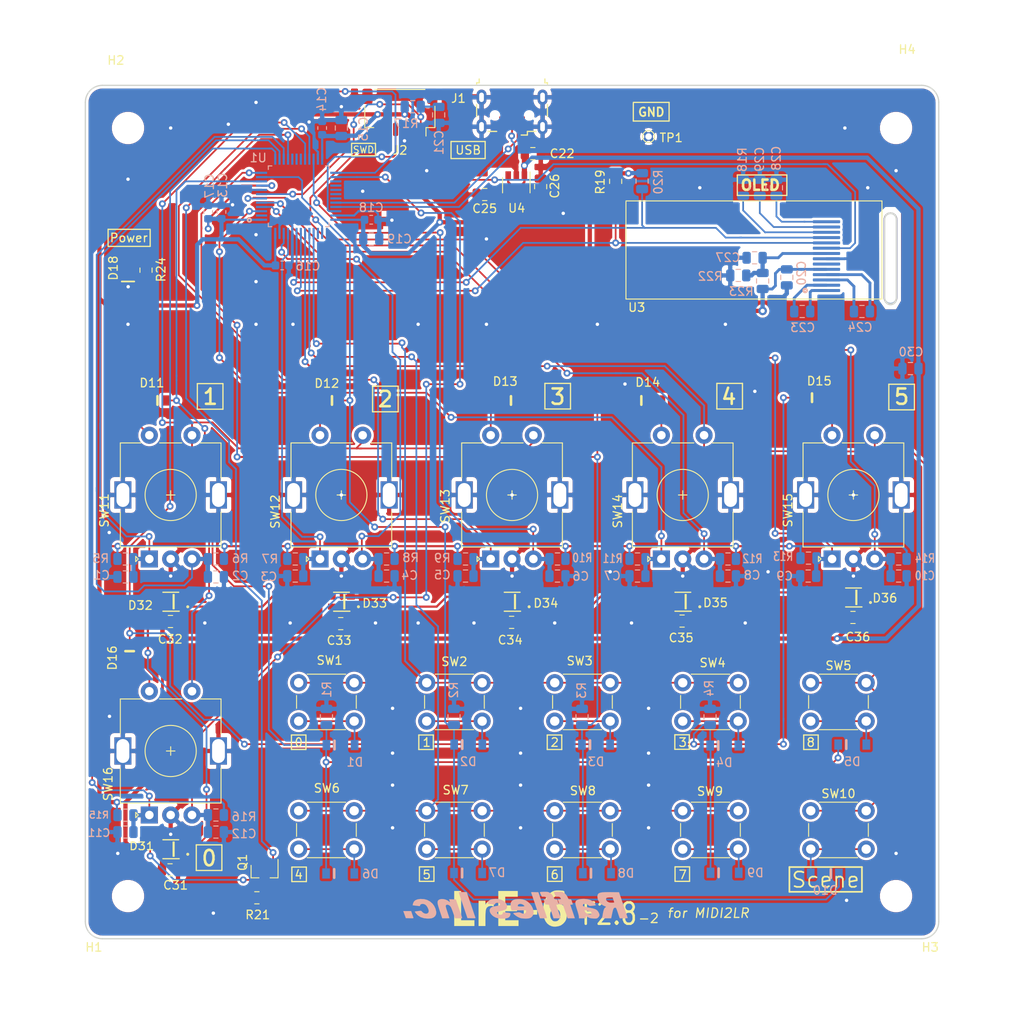
<source format=kicad_pcb>
(kicad_pcb (version 20171130) (host pcbnew "(5.1.6-0)")
  (layers (0 F.Cu signal) (31 B.Cu signal) (34 B.Paste user) (35 F.Paste user) (36 B.SilkS user) (37 F.SilkS user) (38 B.Mask user) (39 F.Mask user) (44 Edge.Cuts user))
  (net 0 "")
  (net 1 /L3)
  (net 2 "Net-(D14-Pad2)")
  (net 3 /ENC4-B)
  (net 4 GND)
  (net 5 /ENC4-A)
  (net 6 /ENC3-A)
  (net 7 /ENC3-B)
  (net 8 "Net-(D7-Pad2)")
  (net 9 /L2)
  (net 10 "Net-(D6-Pad2)")
  (net 11 /ENC1-B)
  (net 12 /ENC1-A)
  (net 13 /ENC2-A)
  (net 14 /ENC2-B)
  (net 15 "Net-(D5-Pad2)")
  (net 16 "Net-(D16-Pad2)")
  (net 17 /ENC0-B)
  (net 18 /ENC0-A)
  (net 19 /ENC5-A)
  (net 20 /ENC5-B)
  (net 21 "Net-(D15-Pad2)")
  (net 22 +3V3)
  (net 23 /M2)
  (net 24 /M1)
  (net 25 /SDA)
  (net 26 /SCL)
  (net 27 /NRST)
  (net 28 /M3)
  (net 29 /M0)
  (net 30 /VBUS)
  (net 31 "Net-(C25-Pad1)")
  (net 32 /USB_DM)
  (net 33 /USB_DP)
  (net 34 /SWDIO)
  (net 35 /SWCLK)
  (net 36 /L0)
  (net 37 /L1)
  (net 38 "Net-(C24-Pad2)")
  (net 39 "Net-(C23-Pad2)")
  (net 40 "Net-(C23-Pad1)")
  (net 41 "Net-(D3-Pad2)")
  (net 42 "Net-(D4-Pad2)")
  (net 43 "Net-(D2-Pad2)")
  (net 44 "Net-(D1-Pad2)")
  (net 45 "Net-(D8-Pad2)")
  (net 46 "Net-(D10-Pad2)")
  (net 47 "Net-(D9-Pad2)")
  (net 48 "Net-(D13-Pad2)")
  (net 49 "Net-(D11-Pad2)")
  (net 50 "Net-(D12-Pad2)")
  (net 51 "Net-(D18-Pad2)")
  (net 52 /LED1OUT)
  (net 53 /LED_DOUT)
  (net 54 /LED2OUT)
  (net 55 /LED3OUT)
  (net 56 /LED4OUT)
  (net 57 /LED5OUT)
  (net 58 /LED_DON)
  (net 59 "Net-(C24-Pad1)")
  (net 60 "Net-(R18-Pad1)")
  (net 61 "Net-(C29-Pad2)")
  (net 62 "Net-(C28-Pad2)")
  (net 63 "Net-(D36-Pad1)")
  (net 64 "Net-(J1-Pad4)")
  (net 65 "Net-(J2-Pad6)")
  (net 66 "Net-(U1-Pad38)")
  (net 67 "Net-(U1-Pad31)")
  (net 68 "Net-(U1-Pad30)")
  (net 69 "Net-(U1-Pad29)")
  (net 70 "Net-(U1-Pad28)")
  (net 71 "Net-(U1-Pad27)")
  (net 72 "Net-(U1-Pad19)")
  (net 73 "Net-(U1-Pad18)")
  (net 74 "Net-(U1-Pad17)")
  (net 75 "Net-(U1-Pad2)")
  (net 76 "Net-(U3-Pad6)")
  (net 77 "Net-(C27-Pad2)")
  (module LrE-6:OLED-9.1 (layer F.Cu) (at 163.3462 113.5419)
    (fp_text reference U3 (at 1.2638 12.4881) (layer F.SilkS))
    (fp_text value SSD1306_OLED_0.91)
    (pad 11 smd roundrect (at 23.5 4.3) (size 3.2 0.35) (layers B.Cu B.Paste B.Mask) (net 25 /SDA))
    (pad 1 smd roundrect (at 23.5 10.5) (size 3.2 0.35) (layers B.Cu B.Paste B.Mask) (net 39 "Net-(C23-Pad2)"))
    (pad 2 smd roundrect (at 23.5 9.88) (size 3.2 0.35) (layers B.Cu B.Paste B.Mask) (net 40 "Net-(C23-Pad1)"))
    (pad 3 smd roundrect (at 23.5 9.26) (size 3.2 0.35) (layers B.Cu B.Paste B.Mask) (net 38 "Net-(C24-Pad2)"))
    (pad 4 smd roundrect (at 23.5 8.64) (size 3.2 0.35) (layers B.Cu B.Paste B.Mask) (net 59 "Net-(C24-Pad1)"))
    (pad 5 smd roundrect (at 23.5 8.02) (size 3.2 0.35) (layers B.Cu B.Paste B.Mask) (net 22 +3V3))
    (pad 6 smd roundrect (at 23.5 7.4) (size 3.2 0.35) (layers B.Cu B.Paste B.Mask) (net 76 "Net-(U3-Pad6)"))
    (pad 7 smd roundrect (at 23.5 6.78) (size 3.2 0.35) (layers B.Cu B.Paste B.Mask) (net 4 GND))
    (pad 8 smd roundrect (at 23.5 6.16) (size 3.2 0.35) (layers B.Cu B.Paste B.Mask) (net 77 "Net-(C27-Pad2)"))
    (pad 9 smd roundrect (at 23.5 5.54) (size 3.2 0.35) (layers B.Cu B.Paste B.Mask) (net 27 /NRST))
    (pad 10 smd roundrect (at 23.5 4.92) (size 3.2 0.35) (layers B.Cu B.Paste B.Mask) (net 26 /SCL))
    (pad 12 smd roundrect (at 23.5 3.68) (size 3.2 0.35) (layers B.Cu B.Paste B.Mask) (net 60 "Net-(R18-Pad1)"))
    (pad 13 smd roundrect (at 23.5 3.06) (size 3.2 0.35) (layers B.Cu B.Paste B.Mask) (net 61 "Net-(C29-Pad2)"))
    (pad 14 smd roundrect (at 23.5 2.44) (size 3.2 0.35) (layers B.Cu B.Paste B.Mask) (net 62 "Net-(C28-Pad2)"))
    (pad "" np_thru_hole oval (at 31 6.75) (size 1.6 10.8) (drill oval 1.2 10.4) (layers *.Cu *.Mask))
  )
  (module Rotary_Encoder:RotaryEncoder_Alps_EC11E-Switch_Vertical_H20mm (layer F.Cu) (at 187.5 155.5 90)
    (fp_text reference SW15 (at 5.7 -5.17 90) (layer F.SilkS))
    (fp_text value EC11_SMD)
    (pad A thru_hole rect (at 0 0 90) (size 2 2) (drill 1) (layers *.Cu *.Mask) (net 19 /ENC5-A))
    (pad C thru_hole circle (at 0 2.5 90) (size 2 2) (drill 1) (layers *.Cu *.Mask) (net 4 GND))
    (pad B thru_hole circle (at 0 5 90) (size 2 2) (drill 1) (layers *.Cu *.Mask) (net 20 /ENC5-B))
    (pad MP thru_hole rect (at 7.5 -3.1 90) (size 3.2 2) (drill oval 2.8 1.5) (layers *.Cu *.Mask) (net 4 GND))
    (pad MP thru_hole rect (at 7.5 8.1 90) (size 3.2 2) (drill oval 2.8 1.5) (layers *.Cu *.Mask) (net 4 GND))
    (pad S2 thru_hole circle (at 14.5 0 90) (size 2 2) (drill 1) (layers *.Cu *.Mask) (net 21 "Net-(D15-Pad2)"))
    (pad S1 thru_hole circle (at 14.5 5 90) (size 2 2) (drill 1) (layers *.Cu *.Mask) (net 9 /L2))
  )
  (module Rotary_Encoder:RotaryEncoder_Alps_EC11E-Switch_Vertical_H20mm (layer F.Cu) (at 167.5 155.5 90)
    (fp_text reference SW14 (at 5.6 -5.12 90) (layer F.SilkS))
    (fp_text value EC11_SMD)
    (pad A thru_hole rect (at 0 0 90) (size 2 2) (drill 1) (layers *.Cu *.Mask) (net 5 /ENC4-A))
    (pad C thru_hole circle (at 0 2.5 90) (size 2 2) (drill 1) (layers *.Cu *.Mask) (net 4 GND))
    (pad B thru_hole circle (at 0 5 90) (size 2 2) (drill 1) (layers *.Cu *.Mask) (net 3 /ENC4-B))
    (pad MP thru_hole rect (at 7.5 -3.1 90) (size 3.2 2) (drill oval 2.8 1.5) (layers *.Cu *.Mask) (net 4 GND))
    (pad MP thru_hole rect (at 7.5 8.1 90) (size 3.2 2) (drill oval 2.8 1.5) (layers *.Cu *.Mask) (net 4 GND))
    (pad S2 thru_hole circle (at 14.5 0 90) (size 2 2) (drill 1) (layers *.Cu *.Mask) (net 2 "Net-(D14-Pad2)"))
    (pad S1 thru_hole circle (at 14.5 5 90) (size 2 2) (drill 1) (layers *.Cu *.Mask) (net 9 /L2))
  )
  (module Rotary_Encoder:RotaryEncoder_Alps_EC11E-Switch_Vertical_H20mm (layer F.Cu) (at 147.5 155.5 90)
    (fp_text reference SW13 (at 6.2 -5.33 90) (layer F.SilkS))
    (fp_text value EC11_SMD)
    (pad A thru_hole rect (at 0 0 90) (size 2 2) (drill 1) (layers *.Cu *.Mask) (net 6 /ENC3-A))
    (pad C thru_hole circle (at 0 2.5 90) (size 2 2) (drill 1) (layers *.Cu *.Mask) (net 4 GND))
    (pad B thru_hole circle (at 0 5 90) (size 2 2) (drill 1) (layers *.Cu *.Mask) (net 7 /ENC3-B))
    (pad MP thru_hole rect (at 7.5 -3.1 90) (size 3.2 2) (drill oval 2.8 1.5) (layers *.Cu *.Mask) (net 4 GND))
    (pad MP thru_hole rect (at 7.5 8.1 90) (size 3.2 2) (drill oval 2.8 1.5) (layers *.Cu *.Mask) (net 4 GND))
    (pad S2 thru_hole circle (at 14.5 0 90) (size 2 2) (drill 1) (layers *.Cu *.Mask) (net 48 "Net-(D13-Pad2)"))
    (pad S1 thru_hole circle (at 14.5 5 90) (size 2 2) (drill 1) (layers *.Cu *.Mask) (net 1 /L3))
  )
  (module Rotary_Encoder:RotaryEncoder_Alps_EC11E-Switch_Vertical_H20mm (layer F.Cu) (at 127.5 155.5 90)
    (fp_text reference SW12 (at 5.55 -5.24 90) (layer F.SilkS))
    (fp_text value EC11_SMD)
    (pad A thru_hole rect (at 0 0 90) (size 2 2) (drill 1) (layers *.Cu *.Mask) (net 13 /ENC2-A))
    (pad C thru_hole circle (at 0 2.5 90) (size 2 2) (drill 1) (layers *.Cu *.Mask) (net 4 GND))
    (pad B thru_hole circle (at 0 5 90) (size 2 2) (drill 1) (layers *.Cu *.Mask) (net 14 /ENC2-B))
    (pad MP thru_hole rect (at 7.5 -3.1 90) (size 3.2 2) (drill oval 2.8 1.5) (layers *.Cu *.Mask) (net 4 GND))
    (pad MP thru_hole rect (at 7.5 8.1 90) (size 3.2 2) (drill oval 2.8 1.5) (layers *.Cu *.Mask) (net 4 GND))
    (pad S2 thru_hole circle (at 14.5 0 90) (size 2 2) (drill 1) (layers *.Cu *.Mask) (net 50 "Net-(D12-Pad2)"))
    (pad S1 thru_hole circle (at 14.5 5 90) (size 2 2) (drill 1) (layers *.Cu *.Mask) (net 1 /L3))
  )
  (module Rotary_Encoder:RotaryEncoder_Alps_EC11E-Switch_Vertical_H20mm (layer F.Cu) (at 107.5 155.5 90)
    (fp_text reference SW11 (at 5.69 -5.28 90) (layer F.SilkS))
    (fp_text value EC11_SMD)
    (pad A thru_hole rect (at 0 0 90) (size 2 2) (drill 1) (layers *.Cu *.Mask) (net 12 /ENC1-A))
    (pad C thru_hole circle (at 0 2.5 90) (size 2 2) (drill 1) (layers *.Cu *.Mask) (net 4 GND))
    (pad B thru_hole circle (at 0 5 90) (size 2 2) (drill 1) (layers *.Cu *.Mask) (net 11 /ENC1-B))
    (pad MP thru_hole rect (at 7.5 -3.1 90) (size 3.2 2) (drill oval 2.8 1.5) (layers *.Cu *.Mask) (net 4 GND))
    (pad MP thru_hole rect (at 7.5 8.1 90) (size 3.2 2) (drill oval 2.8 1.5) (layers *.Cu *.Mask) (net 4 GND))
    (pad S2 thru_hole circle (at 14.5 0 90) (size 2 2) (drill 1) (layers *.Cu *.Mask) (net 49 "Net-(D11-Pad2)"))
    (pad S1 thru_hole circle (at 14.5 5 90) (size 2 2) (drill 1) (layers *.Cu *.Mask) (net 1 /L3))
  )
  (module Rotary_Encoder:RotaryEncoder_Alps_EC11E-Switch_Vertical_H20mm (layer F.Cu) (at 107.5 185.5 90)
    (fp_text reference SW16 (at 3.64 -4.83 90) (layer F.SilkS))
    (fp_text value EC11_SMD)
    (pad A thru_hole rect (at 0 0 90) (size 2 2) (drill 1) (layers *.Cu *.Mask) (net 18 /ENC0-A))
    (pad C thru_hole circle (at 0 2.5 90) (size 2 2) (drill 1) (layers *.Cu *.Mask) (net 4 GND))
    (pad B thru_hole circle (at 0 5 90) (size 2 2) (drill 1) (layers *.Cu *.Mask) (net 17 /ENC0-B))
    (pad MP thru_hole rect (at 7.5 -3.1 90) (size 3.2 2) (drill oval 2.8 1.5) (layers *.Cu *.Mask) (net 4 GND))
    (pad MP thru_hole rect (at 7.5 8.1 90) (size 3.2 2) (drill oval 2.8 1.5) (layers *.Cu *.Mask) (net 4 GND))
    (pad S2 thru_hole circle (at 14.5 0 90) (size 2 2) (drill 1) (layers *.Cu *.Mask) (net 16 "Net-(D16-Pad2)"))
    (pad S1 thru_hole circle (at 14.5 5 90) (size 2 2) (drill 1) (layers *.Cu *.Mask) (net 1 /L3))
  )
  (module Resistor_SMD:R_0805_2012Metric (layer B.Cu) (at 179.3621 122.9233 90)
    (fp_text reference R23 (at -1.2192 -2.5019 180) (layer B.SilkS) (effects (justify mirror)))
    (fp_text value 100)
    (pad 2 smd roundrect (at 0.9375 0.0089 90) (size 0.975 1.4) (layers B.Cu B.Paste B.Mask) (net 77 "Net-(C27-Pad2)"))
    (pad 1 smd roundrect (at -0.9375 0 90) (size 0.975 1.4) (layers B.Cu B.Paste B.Mask) (net 22 +3V3))
  )
  (module Resistor_SMD:R_0805_2012Metric (layer B.Cu) (at 176.5069 122.2756 180)
    (fp_text reference R22 (at 3.2893 -0.1016) (layer B.SilkS) (effects (justify mirror)))
    (fp_text value 1K)
    (pad 2 smd roundrect (at 0.9375 0 180) (size 0.975 1.4) (layers B.Cu B.Paste B.Mask) (net 4 GND))
    (pad 1 smd roundrect (at -0.9375 0 180) (size 0.975 1.4) (layers B.Cu B.Paste B.Mask) (net 77 "Net-(C27-Pad2)"))
  )
  (module LED_SMD:LED_0603_1608Metric (layer F.Cu) (at 105 121.5 90)
    (fp_text reference D18 (at 0.0875 -1.7277 270) (layer F.SilkS))
    (fp_text value LED0603_BL)
    (pad 2 smd roundrect (at 0.7875 0 90) (size 0.875 0.95) (layers F.Cu F.Paste F.Mask) (net 51 "Net-(D18-Pad2)"))
    (pad 1 smd roundrect (at -0.7875 0 90) (size 0.875 0.95) (layers F.Cu F.Paste F.Mask) (net 4 GND))
  )
  (module LrE-6:LED_WS2812B-2020 (layer F.Cu) (at 110 160.5)
    (fp_text reference D32 (at -3.55 0.44) (layer F.SilkS))
    (fp_text value WS2812B-2020)
    (pad 1 smd rect (at 0.915 0.585) (size 0.9 0.7) (drill (offset 0.2 0)) (layers F.Cu F.Paste F.Mask) (net 54 /LED2OUT))
    (pad 2 smd rect (at 0.915 -0.585) (size 0.9 0.7) (drill (offset 0.2 0)) (layers F.Cu F.Paste F.Mask) (net 4 GND))
    (pad 3 smd rect (at -0.915 -0.585) (size 0.9 0.7) (drill (offset -0.2 0)) (layers F.Cu F.Paste F.Mask) (net 52 /LED1OUT))
    (pad 4 smd rect (at -0.915 0.585) (size 0.9 0.7) (drill (offset -0.2 0)) (layers F.Cu F.Paste F.Mask) (net 30 /VBUS))
  )
  (module LrE-6:LED_WS2812B-2020 (layer F.Cu) (at 110 189.5)
    (fp_text reference D31 (at -3.4 -0.35) (layer F.SilkS) (effects (font (size 0.9 1))))
    (fp_text value WS2812B-2020)
    (pad 1 smd rect (at 0.915 0.585) (size 0.9 0.7) (drill (offset 0.2 0)) (layers F.Cu F.Paste F.Mask) (net 52 /LED1OUT))
    (pad 2 smd rect (at 0.915 -0.585) (size 0.9 0.7) (drill (offset 0.2 0)) (layers F.Cu F.Paste F.Mask) (net 4 GND))
    (pad 3 smd rect (at -0.915 -0.585) (size 0.9 0.7) (drill (offset -0.2 0)) (layers F.Cu F.Paste F.Mask) (net 53 /LED_DOUT))
    (pad 4 smd rect (at -0.915 0.585) (size 0.9 0.7) (drill (offset -0.2 0)) (layers F.Cu F.Paste F.Mask) (net 30 /VBUS))
  )
  (module LrE-6:LED_WS2812B-2020 (layer F.Cu) (at 190 160)
    (fp_text reference D36 (at 3.69 0.08) (layer F.SilkS))
    (fp_text value WS2812B-2020)
    (pad 1 smd rect (at 0.915 0.585) (size 0.9 0.7) (drill (offset 0.2 0)) (layers F.Cu F.Paste F.Mask) (net 63 "Net-(D36-Pad1)"))
    (pad 2 smd rect (at 0.915 -0.585) (size 0.9 0.7) (drill (offset 0.2 0)) (layers F.Cu F.Paste F.Mask) (net 4 GND))
    (pad 3 smd rect (at -0.915 -0.585) (size 0.9 0.7) (drill (offset -0.2 0)) (layers F.Cu F.Paste F.Mask) (net 57 /LED5OUT))
    (pad 4 smd rect (at -0.915 0.585) (size 0.9 0.7) (drill (offset -0.2 0)) (layers F.Cu F.Paste F.Mask) (net 30 /VBUS))
  )
  (module LrE-6:LED_WS2812B-2020 (layer F.Cu) (at 170 160.5)
    (fp_text reference D35 (at 3.84 0.13) (layer F.SilkS))
    (fp_text value WS2812B-2020)
    (pad 1 smd rect (at 0.915 0.585) (size 0.9 0.7) (drill (offset 0.2 0)) (layers F.Cu F.Paste F.Mask) (net 57 /LED5OUT))
    (pad 2 smd rect (at 0.915 -0.585) (size 0.9 0.7) (drill (offset 0.2 0)) (layers F.Cu F.Paste F.Mask) (net 4 GND))
    (pad 3 smd rect (at -0.915 -0.585) (size 0.9 0.7) (drill (offset -0.2 0)) (layers F.Cu F.Paste F.Mask) (net 56 /LED4OUT))
    (pad 4 smd rect (at -0.915 0.585) (size 0.9 0.7) (drill (offset -0.2 0)) (layers F.Cu F.Paste F.Mask) (net 30 /VBUS))
  )
  (module LrE-6:LED_WS2812B-2020 (layer F.Cu) (at 150 160.5)
    (fp_text reference D34 (at 3.96 0.18) (layer F.SilkS))
    (fp_text value WS2812B-2020)
    (pad 1 smd rect (at 0.915 0.585) (size 0.9 0.7) (drill (offset 0.2 0)) (layers F.Cu F.Paste F.Mask) (net 56 /LED4OUT))
    (pad 2 smd rect (at 0.915 -0.585) (size 0.9 0.7) (drill (offset 0.2 0)) (layers F.Cu F.Paste F.Mask) (net 4 GND))
    (pad 3 smd rect (at -0.915 -0.585) (size 0.9 0.7) (drill (offset -0.2 0)) (layers F.Cu F.Paste F.Mask) (net 55 /LED3OUT))
    (pad 4 smd rect (at -0.915 0.585) (size 0.9 0.7) (drill (offset -0.2 0)) (layers F.Cu F.Paste F.Mask) (net 30 /VBUS))
  )
  (module LrE-6:LED_WS2812B-2020 (layer F.Cu) (at 130 160.5)
    (fp_text reference D33 (at 3.91 0.18) (layer F.SilkS))
    (fp_text value WS2812B-2020)
    (pad 1 smd rect (at 0.915 0.585) (size 0.9 0.7) (drill (offset 0.2 0)) (layers F.Cu F.Paste F.Mask) (net 55 /LED3OUT))
    (pad 2 smd rect (at 0.915 -0.585) (size 0.9 0.7) (drill (offset 0.2 0)) (layers F.Cu F.Paste F.Mask) (net 4 GND))
    (pad 3 smd rect (at -0.915 -0.585) (size 0.9 0.7) (drill (offset -0.2 0)) (layers F.Cu F.Paste F.Mask) (net 54 /LED2OUT))
    (pad 4 smd rect (at -0.915 0.585) (size 0.9 0.7) (drill (offset -0.2 0)) (layers F.Cu F.Paste F.Mask) (net 30 /VBUS))
  )
  (module Resistor_SMD:R_0805_2012Metric (layer F.Cu) (at 162.14 111.2475 270)
    (fp_text reference R19 (at 0.0825 1.81 270) (layer F.SilkS))
    (fp_text value 10K)
    (pad 2 smd roundrect (at 0.9375 0 270) (size 0.975 1.4) (layers F.Cu F.Paste F.Mask) (net 26 /SCL))
    (pad 1 smd roundrect (at -0.9375 0 270) (size 0.975 1.4) (layers F.Cu F.Paste F.Mask) (net 22 +3V3))
  )
  (module Resistor_SMD:R_0805_2012Metric (layer B.Cu) (at 165.24 111.22 270)
    (fp_text reference R20 (at 0.11 -1.89 90) (layer B.SilkS) (effects (justify mirror)))
    (fp_text value 10K)
    (pad 2 smd roundrect (at 0.9375 0 270) (size 0.975 1.4) (layers B.Cu B.Paste B.Mask) (net 25 /SDA))
    (pad 1 smd roundrect (at -0.9375 0 270) (size 0.975 1.4) (layers B.Cu B.Paste B.Mask) (net 22 +3V3))
  )
  (module Capacitor_SMD:C_0805_2012Metric (layer B.Cu) (at 180.98 112 270)
    (fp_text reference C28 (at -3.45 0.02 90) (layer B.SilkS) (effects (justify mirror)))
    (fp_text value 4.7u)
    (pad 2 smd roundrect (at 0.9375 0 270) (size 0.975 1.4) (layers B.Cu B.Paste B.Mask) (net 62 "Net-(C28-Pad2)"))
    (pad 1 smd roundrect (at -0.9375 0 270) (size 0.975 1.4) (layers B.Cu B.Paste B.Mask) (net 4 GND))
  )
  (module TestPoint:TestPoint_THTPad_D1.0mm_Drill0.5mm (layer F.Cu) (at 166 106)
    (fp_text reference TP1 (at 2.65176 0.14224) (layer F.SilkS))
    (fp_text value TestPoint)
    (pad 1 thru_hole circle (at 0 0) (size 1 1) (drill 0.75) (layers *.Cu *.Mask) (net 4 GND))
  )
  (module Capacitor_SMD:C_0805_2012Metric (layer B.Cu) (at 191 126.5 180)
    (fp_text reference C24 (at 0.2159 -1.8542) (layer B.SilkS) (effects (justify mirror)))
    (fp_text value 1u)
    (pad 2 smd roundrect (at 0.9375 0 180) (size 0.975 1.4) (layers B.Cu B.Paste B.Mask) (net 38 "Net-(C24-Pad2)"))
    (pad 1 smd roundrect (at -0.9375 0 180) (size 0.975 1.4) (layers B.Cu B.Paste B.Mask) (net 59 "Net-(C24-Pad1)"))
  )
  (module Capacitor_SMD:C_0805_2012Metric (layer B.Cu) (at 178.4246 120.2055)
    (fp_text reference C27 (at -3.1369 -0.0254) (layer B.SilkS) (effects (justify mirror)))
    (fp_text value 1u)
    (pad 2 smd roundrect (at 0.9375 0) (size 0.975 1.4) (layers B.Cu B.Paste B.Mask) (net 77 "Net-(C27-Pad2)"))
    (pad 1 smd roundrect (at -0.9375 0) (size 0.975 1.4) (layers B.Cu B.Paste B.Mask) (net 4 GND))
  )
  (module Capacitor_SMD:C_0805_2012Metric (layer B.Cu) (at 184 126.5)
    (fp_text reference C23 (at 0.06 1.89 180) (layer B.SilkS) (effects (justify mirror)))
    (fp_text value 1u)
    (pad 2 smd roundrect (at 0.9375 0) (size 0.975 1.4) (layers B.Cu B.Paste B.Mask) (net 39 "Net-(C23-Pad2)"))
    (pad 1 smd roundrect (at -0.9375 0) (size 0.975 1.4) (layers B.Cu B.Paste B.Mask) (net 40 "Net-(C23-Pad1)"))
  )
  (module Capacitor_SMD:C_0805_2012Metric (layer B.Cu) (at 179.03 112 270)
    (fp_text reference C29 (at -3.3274 0.0254 90) (layer B.SilkS) (effects (justify mirror)))
    (fp_text value 4.7u)
    (pad 2 smd roundrect (at 0.9375 0 270) (size 0.975 1.4) (layers B.Cu B.Paste B.Mask) (net 61 "Net-(C29-Pad2)"))
    (pad 1 smd roundrect (at -0.9375 0 270) (size 0.975 1.4) (layers B.Cu B.Paste B.Mask) (net 4 GND))
  )
  (module Capacitor_SMD:C_0805_2012Metric (layer B.Cu) (at 182.1942 122.5 270)
    (fp_text reference C20 (at -0.4911 -1.7272 90) (layer B.SilkS) (effects (justify mirror)))
    (fp_text value 1u)
    (pad 2 smd roundrect (at 0.9375 0 270) (size 0.975 1.4) (layers B.Cu B.Paste B.Mask) (net 4 GND))
    (pad 1 smd roundrect (at -0.9375 0 270) (size 0.975 1.4) (layers B.Cu B.Paste B.Mask) (net 22 +3V3))
  )
  (module LrE-6:D_SOD-123 (layer F.Cu) (at 185.85 136.6)
    (fp_text reference D15 (at 0.15 -1.95 180) (layer F.SilkS))
    (fp_text value 1N4148W)
    (pad 2 smd rect (at 1.65 0) (size 0.9 1.2) (layers F.Cu F.Paste F.Mask) (net 21 "Net-(D15-Pad2)"))
    (pad 1 smd rect (at -1.65 0) (size 0.9 1.2) (layers F.Cu F.Paste F.Mask) (net 28 /M3))
  )
  (module LrE-6:D_SOD-123 (layer F.Cu) (at 165.85 136.925)
    (fp_text reference D14 (at 0.05 -2.125) (layer F.SilkS))
    (fp_text value 1N4148W)
    (pad 2 smd rect (at 1.65 0) (size 0.9 1.2) (layers F.Cu F.Paste F.Mask) (net 2 "Net-(D14-Pad2)"))
    (pad 1 smd rect (at -1.65 0) (size 0.9 1.2) (layers F.Cu F.Paste F.Mask) (net 23 /M2))
  )
  (module LrE-6:D_SOD-123 (layer F.Cu) (at 128.2 136.925 180)
    (fp_text reference D12 (at -0.1 2 180) (layer F.SilkS))
    (fp_text value 1N4148W)
    (pad 2 smd rect (at 1.65 0 180) (size 0.9 1.2) (layers F.Cu F.Paste F.Mask) (net 50 "Net-(D12-Pad2)"))
    (pad 1 smd rect (at -1.65 0 180) (size 0.9 1.2) (layers F.Cu F.Paste F.Mask) (net 24 /M1))
  )
  (module LrE-6:D_SOD-123 (layer F.Cu) (at 107.75 136.925 180)
    (fp_text reference D11 (at -0.05 2.05 180) (layer F.SilkS))
    (fp_text value 1N4148W)
    (pad 2 smd rect (at 1.65 0 180) (size 0.9 1.2) (layers F.Cu F.Paste F.Mask) (net 49 "Net-(D11-Pad2)"))
    (pad 1 smd rect (at -1.65 0 180) (size 0.9 1.2) (layers F.Cu F.Paste F.Mask) (net 29 /M0))
  )
  (module LrE-6:D_SOD-123 (layer F.Cu) (at 149.175 136.925 180)
    (fp_text reference D13 (at -0.025 2.225 180) (layer F.SilkS))
    (fp_text value 1N4148W)
    (pad 2 smd rect (at 1.65 0 180) (size 0.9 1.2) (layers F.Cu F.Paste F.Mask) (net 48 "Net-(D13-Pad2)"))
    (pad 1 smd rect (at -1.65 0 180) (size 0.9 1.2) (layers F.Cu F.Paste F.Mask) (net 23 /M2))
  )
  (module LrE-6:D_SOD-123 (layer B.Cu) (at 174.91 192.27)
    (fp_text reference D9 (at 3.6 0) (layer B.SilkS) (effects (justify mirror)))
    (fp_text value 1N4148W)
    (pad 2 smd rect (at 1.65 0) (size 0.9 1.2) (layers B.Cu B.Paste B.Mask) (net 47 "Net-(D9-Pad2)"))
    (pad 1 smd rect (at -1.65 0) (size 0.9 1.2) (layers B.Cu B.Paste B.Mask) (net 28 /M3))
  )
  (module LrE-6:D_SOD-123 (layer B.Cu) (at 144.85 192.3)
    (fp_text reference D7 (at 3.4 -0.05) (layer B.SilkS) (effects (justify mirror)))
    (fp_text value 1N4148W)
    (pad 2 smd rect (at 1.65 0) (size 0.9 1.2) (layers B.Cu B.Paste B.Mask) (net 8 "Net-(D7-Pad2)"))
    (pad 1 smd rect (at -1.65 0) (size 0.9 1.2) (layers B.Cu B.Paste B.Mask) (net 24 /M1))
  )
  (module LrE-6:D_SOD-123 (layer B.Cu) (at 186.65 192.37 180)
    (fp_text reference D10 (at -0.05 -1.95 180) (layer B.SilkS) (effects (justify mirror)))
    (fp_text value 1N4148W)
    (pad 2 smd rect (at 1.65 0 180) (size 0.9 1.2) (layers B.Cu B.Paste B.Mask) (net 46 "Net-(D10-Pad2)"))
    (pad 1 smd rect (at -1.65 0 180) (size 0.9 1.2) (layers B.Cu B.Paste B.Mask) (net 24 /M1))
  )
  (module LrE-6:D_SOD-123 (layer B.Cu) (at 159.95 192.32)
    (fp_text reference D8 (at 3.4 0) (layer B.SilkS) (effects (justify mirror)))
    (fp_text value 1N4148W)
    (pad 2 smd rect (at 1.65 0) (size 0.9 1.2) (layers B.Cu B.Paste B.Mask) (net 45 "Net-(D8-Pad2)"))
    (pad 1 smd rect (at -1.65 0) (size 0.9 1.2) (layers B.Cu B.Paste B.Mask) (net 23 /M2))
  )
  (module LrE-6:D_SOD-123 (layer F.Cu) (at 105.19 167 270)
    (fp_text reference D16 (at 0.09 2.03 270) (layer F.SilkS))
    (fp_text value 1N4148W)
    (pad 2 smd rect (at 1.65 0 270) (size 0.9 1.2) (layers F.Cu F.Paste F.Mask) (net 16 "Net-(D16-Pad2)"))
    (pad 1 smd rect (at -1.65 0 270) (size 0.9 1.2) (layers F.Cu F.Paste F.Mask) (net 28 /M3))
  )
  (module LrE-6:D_SOD-123 (layer B.Cu) (at 189.864 177.245)
    (fp_text reference D5 (at 0 2) (layer B.SilkS) (effects (justify mirror)))
    (fp_text value 1N4148W)
    (pad 2 smd rect (at 1.65 0) (size 0.9 1.2) (layers B.Cu B.Paste B.Mask) (net 15 "Net-(D5-Pad2)"))
    (pad 1 smd rect (at -1.65 0) (size 0.9 1.2) (layers B.Cu B.Paste B.Mask) (net 29 /M0))
  )
  (module LrE-6:D_SOD-123 (layer B.Cu) (at 129.9 177.3)
    (fp_text reference D1 (at 1.68 2.01) (layer B.SilkS) (effects (justify mirror)))
    (fp_text value 1N4148W)
    (pad 2 smd rect (at 1.65 0) (size 0.9 1.2) (layers B.Cu B.Paste B.Mask) (net 44 "Net-(D1-Pad2)"))
    (pad 1 smd rect (at -1.65 0) (size 0.9 1.2) (layers B.Cu B.Paste B.Mask) (net 29 /M0))
  )
  (module LrE-6:D_SOD-123 (layer B.Cu) (at 144.868 177.245)
    (fp_text reference D2 (at 0 2) (layer B.SilkS) (effects (justify mirror)))
    (fp_text value 1N4148W)
    (pad 2 smd rect (at 1.65 0) (size 0.9 1.2) (layers B.Cu B.Paste B.Mask) (net 43 "Net-(D2-Pad2)"))
    (pad 1 smd rect (at -1.65 0) (size 0.9 1.2) (layers B.Cu B.Paste B.Mask) (net 24 /M1))
  )
  (module LrE-6:D_SOD-123 (layer B.Cu) (at 174.865 177.359)
    (fp_text reference D4 (at 0 2) (layer B.SilkS) (effects (justify mirror)))
    (fp_text value 1N4148W)
    (pad 2 smd rect (at 1.65 0) (size 0.9 1.2) (layers B.Cu B.Paste B.Mask) (net 42 "Net-(D4-Pad2)"))
    (pad 1 smd rect (at -1.65 0) (size 0.9 1.2) (layers B.Cu B.Paste B.Mask) (net 28 /M3))
  )
  (module LrE-6:D_SOD-123 (layer B.Cu) (at 129.86 192.35)
    (fp_text reference D6 (at 3.55 0.05) (layer B.SilkS) (effects (justify mirror)))
    (fp_text value 1N4148W)
    (pad 2 smd rect (at 1.65 0) (size 0.9 1.2) (layers B.Cu B.Paste B.Mask) (net 10 "Net-(D6-Pad2)"))
    (pad 1 smd rect (at -1.65 0) (size 0.9 1.2) (layers B.Cu B.Paste B.Mask) (net 29 /M0))
  )
  (module LrE-6:D_SOD-123 (layer B.Cu) (at 159.841 177.258)
    (fp_text reference D3 (at 0 2) (layer B.SilkS) (effects (justify mirror)))
    (fp_text value 1N4148W)
    (pad 2 smd rect (at 1.65 0) (size 0.9 1.2) (layers B.Cu B.Paste B.Mask) (net 41 "Net-(D3-Pad2)"))
    (pad 1 smd rect (at -1.65 0) (size 0.9 1.2) (layers B.Cu B.Paste B.Mask) (net 23 /M2))
  )
  (module LrE-6:USB_Micro-B_MCUBF-09_1 (layer F.Cu) (at 150 103 180)
    (fp_text reference J1 (at 6.28 1.47 180) (layer F.SilkS))
    (fp_text value USB_B_Micro)
    (pad "" np_thru_hole oval (at 2 -0.53 180) (size 0.65 0.65) (drill 0.65) (layers *.Cu *.Mask))
    (pad "" np_thru_hole oval (at -2 -0.53 180) (size 0.65 0.65) (drill 0.65) (layers *.Cu *.Mask))
    (pad 6 thru_hole oval (at 3.575 1.6 180) (size 1.15 1.8) (drill oval 0.55 1.1) (layers *.Cu *.Mask) (net 4 GND))
    (pad 6 thru_hole oval (at -3.575 1.6 180) (size 1.15 1.8) (drill oval 0.55 1.1) (layers *.Cu *.Mask) (net 4 GND))
    (pad 6 thru_hole oval (at 3.575 -1.85 180) (size 1.15 1.8) (drill oval 0.55 1.1) (layers *.Cu *.Mask) (net 4 GND))
    (pad 6 thru_hole oval (at -3.575 -1.85 180) (size 1.15 1.8) (drill oval 0.55 1.1) (layers *.Cu *.Mask) (net 4 GND))
    (pad 5 smd rect (at 1.3 -1.35 180) (size 0.4 1.4) (layers F.Cu F.Paste F.Mask) (net 4 GND))
    (pad 4 smd rect (at 0.65 -1.35 180) (size 0.4 1.4) (layers F.Cu F.Paste F.Mask) (net 64 "Net-(J1-Pad4)"))
    (pad 3 smd rect (at 0 -1.35 180) (size 0.4 1.4) (layers F.Cu F.Paste F.Mask) (net 33 /USB_DP))
    (pad 2 smd rect (at -0.65 -1.35 180) (size 0.4 1.4) (layers F.Cu F.Paste F.Mask) (net 32 /USB_DM))
    (pad 1 smd rect (at -1.3 -1.35 180) (size 0.4 1.4) (layers F.Cu F.Paste F.Mask) (net 30 /VBUS))
  )
  (module LrE-6:LOGO (layer F.Cu) (at 150 196.5)
    (fp_text reference G001 hide)
    (fp_text value LrE-6 hide)
  )
  (module LrE-6:Raffles_Inc (layer B.Cu) (at 150 196 180)
    (fp_text reference G002 hide)
    (fp_text value LOGO hide)
  )
  (module Package_QFP:LQFP-48_7x7mm_P0.5mm (layer B.Cu) (at 125 113)
    (fp_text reference U1 (at -4.75 -4.5) (layer B.SilkS) (effects (justify mirror)))
    (fp_text value STM32F072C8Tx)
    (pad 48 smd rect (at -2.75 4.35 270) (size 1.3 0.25) (layers B.Cu B.Paste B.Mask) (net 22 +3V3))
    (pad 47 smd rect (at -2.25 4.35 270) (size 1.3 0.25) (layers B.Cu B.Paste B.Mask) (net 4 GND))
    (pad 46 smd rect (at -1.749999 4.35 270) (size 1.3 0.25) (layers B.Cu B.Paste B.Mask) (net 14 /ENC2-B))
    (pad 45 smd rect (at -1.25 4.35 270) (size 1.3 0.25) (layers B.Cu B.Paste B.Mask) (net 13 /ENC2-A))
    (pad 44 smd rect (at -0.750001 4.35 270) (size 1.3 0.25) (layers B.Cu B.Paste B.Mask) (net 4 GND))
    (pad 43 smd rect (at -0.25 4.35 270) (size 1.3 0.25) (layers B.Cu B.Paste B.Mask) (net 25 /SDA))
    (pad 42 smd rect (at 0.25 4.35 270) (size 1.3 0.25) (layers B.Cu B.Paste B.Mask) (net 26 /SCL))
    (pad 41 smd rect (at 0.750001 4.35 270) (size 1.3 0.25) (layers B.Cu B.Paste B.Mask) (net 9 /L2))
    (pad 40 smd rect (at 1.25 4.35 270) (size 1.3 0.25) (layers B.Cu B.Paste B.Mask) (net 37 /L1))
    (pad 39 smd rect (at 1.749999 4.35 270) (size 1.3 0.25) (layers B.Cu B.Paste B.Mask) (net 36 /L0))
    (pad 38 smd rect (at 2.25 4.35 270) (size 1.3 0.25) (layers B.Cu B.Paste B.Mask) (net 66 "Net-(U1-Pad38)"))
    (pad 37 smd rect (at 2.75 4.35 270) (size 1.3 0.25) (layers B.Cu B.Paste B.Mask) (net 35 /SWCLK))
    (pad 36 smd rect (at 4.35 2.75) (size 1.3 0.25) (layers B.Cu B.Paste B.Mask) (net 22 +3V3))
    (pad 35 smd rect (at 4.35 2.25) (size 1.3 0.25) (layers B.Cu B.Paste B.Mask) (net 4 GND))
    (pad 34 smd rect (at 4.35 1.749999) (size 1.3 0.25) (layers B.Cu B.Paste B.Mask) (net 34 /SWDIO))
    (pad 33 smd rect (at 4.35 1.25) (size 1.3 0.25) (layers B.Cu B.Paste B.Mask) (net 33 /USB_DP))
    (pad 32 smd rect (at 4.35 0.750001) (size 1.3 0.25) (layers B.Cu B.Paste B.Mask) (net 32 /USB_DM))
    (pad 31 smd rect (at 4.35 0.25) (size 1.3 0.25) (layers B.Cu B.Paste B.Mask) (net 67 "Net-(U1-Pad31)"))
    (pad 30 smd rect (at 4.35 -0.25) (size 1.3 0.25) (layers B.Cu B.Paste B.Mask) (net 68 "Net-(U1-Pad30)"))
    (pad 29 smd rect (at 4.35 -0.750001) (size 1.3 0.25) (layers B.Cu B.Paste B.Mask) (net 69 "Net-(U1-Pad29)"))
    (pad 28 smd rect (at 4.35 -1.25) (size 1.3 0.25) (layers B.Cu B.Paste B.Mask) (net 70 "Net-(U1-Pad28)"))
    (pad 27 smd rect (at 4.35 -1.749999) (size 1.3 0.25) (layers B.Cu B.Paste B.Mask) (net 71 "Net-(U1-Pad27)"))
    (pad 26 smd rect (at 4.35 -2.25) (size 1.3 0.25) (layers B.Cu B.Paste B.Mask) (net 17 /ENC0-B))
    (pad 25 smd rect (at 4.35 -2.75) (size 1.3 0.25) (layers B.Cu B.Paste B.Mask) (net 18 /ENC0-A))
    (pad 24 smd rect (at 2.75 -4.35 270) (size 1.3 0.25) (layers B.Cu B.Paste B.Mask) (net 22 +3V3))
    (pad 23 smd rect (at 2.25 -4.35 270) (size 1.3 0.25) (layers B.Cu B.Paste B.Mask) (net 4 GND))
    (pad 22 smd rect (at 1.749999 -4.35 270) (size 1.3 0.25) (layers B.Cu B.Paste B.Mask) (net 7 /ENC3-B))
    (pad 21 smd rect (at 1.25 -4.35 270) (size 1.3 0.25) (layers B.Cu B.Paste B.Mask) (net 6 /ENC3-A))
    (pad 20 smd rect (at 0.750001 -4.35 270) (size 1.3 0.25) (layers B.Cu B.Paste B.Mask) (net 1 /L3))
    (pad 19 smd rect (at 0.25 -4.35 270) (size 1.3 0.25) (layers B.Cu B.Paste B.Mask) (net 72 "Net-(U1-Pad19)"))
    (pad 18 smd rect (at -0.25 -4.35 270) (size 1.3 0.25) (layers B.Cu B.Paste B.Mask) (net 73 "Net-(U1-Pad18)"))
    (pad 17 smd rect (at -0.750001 -4.35 270) (size 1.3 0.25) (layers B.Cu B.Paste B.Mask) (net 74 "Net-(U1-Pad17)"))
    (pad 16 smd rect (at -1.25 -4.35 270) (size 1.3 0.25) (layers B.Cu B.Paste B.Mask) (net 58 /LED_DON))
    (pad 15 smd rect (at -1.749999 -4.35 270) (size 1.3 0.25) (layers B.Cu B.Paste B.Mask) (net 11 /ENC1-B))
    (pad 14 smd rect (at -2.25 -4.35 270) (size 1.3 0.25) (layers B.Cu B.Paste B.Mask) (net 12 /ENC1-A))
    (pad 13 smd rect (at -2.75 -4.35 270) (size 1.3 0.25) (layers B.Cu B.Paste B.Mask) (net 28 /M3))
    (pad 12 smd rect (at -4.35 -2.75) (size 1.3 0.25) (layers B.Cu B.Paste B.Mask) (net 23 /M2))
    (pad 11 smd rect (at -4.35 -2.25) (size 1.3 0.25) (layers B.Cu B.Paste B.Mask) (net 24 /M1))
    (pad 10 smd rect (at -4.35 -1.749999) (size 1.3 0.25) (layers B.Cu B.Paste B.Mask) (net 29 /M0))
    (pad 9 smd rect (at -4.35 -1.25) (size 1.3 0.25) (layers B.Cu B.Paste B.Mask) (net 22 +3V3))
    (pad 8 smd rect (at -4.35 -0.750001) (size 1.3 0.25) (layers B.Cu B.Paste B.Mask) (net 4 GND))
    (pad 7 smd rect (at -4.35 -0.25) (size 1.3 0.25) (layers B.Cu B.Paste B.Mask) (net 27 /NRST))
    (pad 6 smd rect (at -4.35 0.25) (size 1.3 0.25) (layers B.Cu B.Paste B.Mask) (net 20 /ENC5-B))
    (pad 5 smd rect (at -4.35 0.750001) (size 1.3 0.25) (layers B.Cu B.Paste B.Mask) (net 19 /ENC5-A))
    (pad 4 smd rect (at -4.35 1.25) (size 1.3 0.25) (layers B.Cu B.Paste B.Mask) (net 3 /ENC4-B))
    (pad 3 smd rect (at -4.35 1.749999) (size 1.3 0.25) (layers B.Cu B.Paste B.Mask) (net 5 /ENC4-A))
    (pad 2 smd rect (at -4.35 2.25) (size 1.3 0.25) (layers B.Cu B.Paste B.Mask) (net 75 "Net-(U1-Pad2)"))
    (pad 1 smd rect (at -4.35 2.75) (size 1.3 0.25) (layers B.Cu B.Paste B.Mask) (net 22 +3V3))
  )
  (module Capacitor_SMD:C_0805_2012Metric (layer B.Cu) (at 196.6837 133.1888 180)
    (fp_text reference C30 (at -0.0635 1.9431) (layer B.SilkS) (effects (justify mirror)))
    (fp_text value 0.1u)
    (pad 2 smd roundrect (at 0.9375 0 180) (size 0.975 1.4) (layers B.Cu B.Paste B.Mask) (net 4 GND))
    (pad 1 smd roundrect (at -0.9375 0 180) (size 0.975 1.4) (layers B.Cu B.Paste B.Mask) (net 30 /VBUS))
  )
  (module Resistor_SMD:R_0805_2012Metric (layer B.Cu) (at 124.6 155.5)
    (fp_text reference R7 (at -2.975 0) (layer B.SilkS) (effects (justify mirror)))
    (fp_text value 10K)
    (pad 1 smd roundrect (at -0.9375 0) (size 0.975 1.4) (layers B.Cu B.Paste B.Mask) (net 22 +3V3))
    (pad 2 smd roundrect (at 0.9375 0) (size 0.975 1.4) (layers B.Cu B.Paste B.Mask) (net 13 /ENC2-A))
  )
  (module Resistor_SMD:R_0805_2012Metric (layer F.Cu) (at 120.1 195.2)
    (fp_text reference R21 (at 0.1 2) (layer F.SilkS))
    (fp_text value 10K)
    (pad 2 smd roundrect (at 0.9375 0) (size 0.975 1.4) (layers F.Cu F.Paste F.Mask) (net 53 /LED_DOUT))
    (pad 1 smd roundrect (at -0.9375 0) (size 0.975 1.4) (layers F.Cu F.Paste F.Mask) (net 30 /VBUS))
  )
  (module Package_TO_SOT_SMD:SOT-23 (layer F.Cu) (at 121 192.1 270)
    (fp_text reference Q1 (at -1.05 2.575 90) (layer F.SilkS))
    (fp_text value 2N7002)
    (pad 3 smd rect (at 1 0 270) (size 0.9 0.8) (layers F.Cu F.Paste F.Mask) (net 53 /LED_DOUT))
    (pad 2 smd rect (at -1 0.95 270) (size 0.9 0.8) (layers F.Cu F.Paste F.Mask) (net 4 GND))
    (pad 1 smd rect (at -1 -0.95 270) (size 0.9 0.8) (layers F.Cu F.Paste F.Mask) (net 58 /LED_DON))
  )
  (module Capacitor_SMD:C_0805_2012Metric (layer F.Cu) (at 189.95 162.35)
    (fp_text reference C36 (at 0.58 2.29) (layer F.SilkS))
    (fp_text value 0.1u)
    (pad 2 smd roundrect (at 0.9375 0) (size 0.975 1.4) (layers F.Cu F.Paste F.Mask) (net 4 GND))
    (pad 1 smd roundrect (at -0.9375 0) (size 0.975 1.4) (layers F.Cu F.Paste F.Mask) (net 30 /VBUS))
  )
  (module Capacitor_SMD:C_0805_2012Metric (layer F.Cu) (at 169.925 162.775)
    (fp_text reference C35 (at -0.105 1.965) (layer F.SilkS))
    (fp_text value 0.1u)
    (pad 2 smd roundrect (at 0.9375 0) (size 0.975 1.4) (layers F.Cu F.Paste F.Mask) (net 4 GND))
    (pad 1 smd roundrect (at -0.9375 0) (size 0.975 1.4) (layers F.Cu F.Paste F.Mask) (net 30 /VBUS))
  )
  (module Capacitor_SMD:C_0805_2012Metric (layer F.Cu) (at 149.95 162.925)
    (fp_text reference C34 (at -0.16 2.075) (layer F.SilkS))
    (fp_text value 0.1u)
    (pad 2 smd roundrect (at 0.9375 0) (size 0.975 1.4) (layers F.Cu F.Paste F.Mask) (net 4 GND))
    (pad 1 smd roundrect (at -0.9375 0) (size 0.975 1.4) (layers F.Cu F.Paste F.Mask) (net 30 /VBUS))
  )
  (module Capacitor_SMD:C_0805_2012Metric (layer F.Cu) (at 129.925 163.075)
    (fp_text reference C33 (at -0.185 1.975) (layer F.SilkS))
    (fp_text value 0.1u)
    (pad 2 smd roundrect (at 0.9375 0) (size 0.975 1.4) (layers F.Cu F.Paste F.Mask) (net 4 GND))
    (pad 1 smd roundrect (at -0.9375 0) (size 0.975 1.4) (layers F.Cu F.Paste F.Mask) (net 30 /VBUS))
  )
  (module Capacitor_SMD:C_0805_2012Metric (layer F.Cu) (at 109.975 162.825)
    (fp_text reference C32 (at -0.025 2.075) (layer F.SilkS))
    (fp_text value 0.1u)
    (pad 2 smd roundrect (at 0.9375 0) (size 0.975 1.4) (layers F.Cu F.Paste F.Mask) (net 4 GND))
    (pad 1 smd roundrect (at -0.9375 0) (size 0.975 1.4) (layers F.Cu F.Paste F.Mask) (net 30 /VBUS))
  )
  (module Capacitor_SMD:C_0805_2012Metric (layer F.Cu) (at 109.925 191.925)
    (fp_text reference C31 (at 0.65 1.8) (layer F.SilkS))
    (fp_text value 0.1u)
    (pad 2 smd roundrect (at 0.9375 0) (size 0.975 1.4) (layers F.Cu F.Paste F.Mask) (net 4 GND))
    (pad 1 smd roundrect (at -0.9375 0) (size 0.975 1.4) (layers F.Cu F.Paste F.Mask) (net 30 /VBUS))
  )
  (module Resistor_SMD:R_0805_2012Metric (layer B.Cu) (at 115.3 155.5 180)
    (fp_text reference R6 (at -2.85 0.05 180) (layer B.SilkS) (effects (justify mirror)))
    (fp_text value 10K)
    (pad 1 smd roundrect (at -0.9375 0 180) (size 0.975 1.4) (layers B.Cu B.Paste B.Mask) (net 22 +3V3))
    (pad 2 smd roundrect (at 0.9375 0 180) (size 0.975 1.4) (layers B.Cu B.Paste B.Mask) (net 11 /ENC1-B))
  )
  (module Resistor_SMD:R_0805_2012Metric (layer B.Cu) (at 175.3 155.5 180)
    (fp_text reference R12 (at -2.87 0.03 180) (layer B.SilkS) (effects (font (size 1 0.8)) (justify mirror)))
    (fp_text value 10K)
    (pad 2 smd roundrect (at 0.9375 0 180) (size 0.975 1.4) (layers B.Cu B.Paste B.Mask) (net 3 /ENC4-B))
    (pad 1 smd roundrect (at -0.9375 0 180) (size 0.975 1.4) (layers B.Cu B.Paste B.Mask) (net 22 +3V3))
  )
  (module Resistor_SMD:R_0805_2012Metric (layer B.Cu) (at 135.3 155.5 180)
    (fp_text reference R8 (at -2.82 0.15 180) (layer B.SilkS) (effects (justify mirror)))
    (fp_text value 10K)
    (pad 2 smd roundrect (at 0.9375 0 180) (size 0.975 1.4) (layers B.Cu B.Paste B.Mask) (net 14 /ENC2-B))
    (pad 1 smd roundrect (at -0.9375 0 180) (size 0.975 1.4) (layers B.Cu B.Paste B.Mask) (net 22 +3V3))
  )
  (module Resistor_SMD:R_0805_2012Metric (layer B.Cu) (at 144.55 155.5)
    (fp_text reference R9 (at -2.725 -0.1) (layer B.SilkS) (effects (justify mirror)))
    (fp_text value 10K)
    (pad 1 smd roundrect (at -0.9375 0) (size 0.975 1.4) (layers B.Cu B.Paste B.Mask) (net 22 +3V3))
    (pad 2 smd roundrect (at 0.9375 0) (size 0.975 1.4) (layers B.Cu B.Paste B.Mask) (net 6 /ENC3-A))
  )
  (module Resistor_SMD:R_0805_2012Metric (layer B.Cu) (at 155.325 155.5 180)
    (fp_text reference R10 (at -2.905 0.13 180) (layer B.SilkS) (effects (font (size 1 0.8)) (justify mirror)))
    (fp_text value 10K)
    (pad 2 smd roundrect (at 0.9375 0 180) (size 0.975 1.4) (layers B.Cu B.Paste B.Mask) (net 7 /ENC3-B))
    (pad 1 smd roundrect (at -0.9375 0 180) (size 0.975 1.4) (layers B.Cu B.Paste B.Mask) (net 22 +3V3))
  )
  (module Resistor_SMD:R_0805_2012Metric (layer B.Cu) (at 164.7 155.5)
    (fp_text reference R11 (at -2.92 -0.05) (layer B.SilkS) (effects (font (size 1 0.8)) (justify mirror)))
    (fp_text value 10K)
    (pad 1 smd roundrect (at -0.9375 0) (size 0.975 1.4) (layers B.Cu B.Paste B.Mask) (net 22 +3V3))
    (pad 2 smd roundrect (at 0.9375 0) (size 0.975 1.4) (layers B.Cu B.Paste B.Mask) (net 5 /ENC4-A))
  )
  (module Resistor_SMD:R_0805_2012Metric (layer B.Cu) (at 195.3 155.5 180)
    (fp_text reference R14 (at -3.09 0.07 180) (layer B.SilkS) (effects (font (size 1 0.8)) (justify mirror)))
    (fp_text value 10K)
    (pad 2 smd roundrect (at 0.9375 0 180) (size 0.975 1.4) (layers B.Cu B.Paste B.Mask) (net 20 /ENC5-B))
    (pad 1 smd roundrect (at -0.9375 0 180) (size 0.975 1.4) (layers B.Cu B.Paste B.Mask) (net 22 +3V3))
  )
  (module Resistor_SMD:R_0805_2012Metric (layer B.Cu) (at 184.7375 155.4)
    (fp_text reference R13 (at -2.97 -0.19) (layer B.SilkS) (effects (font (size 1 0.8)) (justify mirror)))
    (fp_text value 10K)
    (pad 1 smd roundrect (at -0.9375 0) (size 0.975 1.4) (layers B.Cu B.Paste B.Mask) (net 22 +3V3))
    (pad 2 smd roundrect (at 0.9375 0) (size 0.975 1.4) (layers B.Cu B.Paste B.Mask) (net 19 /ENC5-A))
  )
  (module Resistor_SMD:R_0805_2012Metric (layer B.Cu) (at 177.08 112 90)
    (fp_text reference R18 (at 3.2893 -0.1016 270) (layer B.SilkS) (effects (justify mirror)))
    (fp_text value 62)
    (pad 2 smd roundrect (at 0.9375 0 90) (size 0.975 1.4) (layers B.Cu B.Paste B.Mask) (net 4 GND))
    (pad 1 smd roundrect (at -0.9375 0 90) (size 0.975 1.4) (layers B.Cu B.Paste B.Mask) (net 60 "Net-(R18-Pad1)"))
  )
  (module Resistor_SMD:R_0805_2012Metric (layer B.Cu) (at 173.2 174 90)
    (fp_text reference R4 (at 3.35 -0.1 90) (layer B.SilkS) (effects (justify mirror)))
    (fp_text value 1K)
    (pad 1 smd roundrect (at -0.9375 0 90) (size 0.975 1.4) (layers B.Cu B.Paste B.Mask) (net 28 /M3))
    (pad 2 smd roundrect (at 0.9375 0 90) (size 0.975 1.4) (layers B.Cu B.Paste B.Mask) (net 4 GND))
  )
  (module Resistor_SMD:R_0805_2012Metric (layer B.Cu) (at 128.25 174 90)
    (fp_text reference R1 (at 3.2 0.05 90) (layer B.SilkS) (effects (justify mirror)))
    (fp_text value 1K)
    (pad 2 smd roundrect (at 0.9375 0 90) (size 0.975 1.4) (layers B.Cu B.Paste B.Mask) (net 4 GND))
    (pad 1 smd roundrect (at -0.9375 0 90) (size 0.975 1.4) (layers B.Cu B.Paste B.Mask) (net 29 /M0))
  )
  (module Resistor_SMD:R_0805_2012Metric (layer B.Cu) (at 143.2 174 270)
    (fp_text reference R2 (at -3.15 0.05 270) (layer B.SilkS) (effects (justify mirror)))
    (fp_text value 1K)
    (pad 1 smd roundrect (at -0.9375 0 270) (size 0.975 1.4) (layers B.Cu B.Paste B.Mask) (net 4 GND))
    (pad 2 smd roundrect (at 0.9375 0 270) (size 0.975 1.4) (layers B.Cu B.Paste B.Mask) (net 24 /M1))
  )
  (module Resistor_SMD:R_0805_2012Metric (layer B.Cu) (at 138.362 102.5)
    (fp_text reference R17 (at -0.762 1.98) (layer B.SilkS) (effects (justify mirror)))
    (fp_text value 10K)
    (pad 2 smd roundrect (at 0.9375 0) (size 0.975 1.4) (layers B.Cu B.Paste B.Mask) (net 27 /NRST))
    (pad 1 smd roundrect (at -0.9375 0) (size 0.975 1.4) (layers B.Cu B.Paste B.Mask) (net 22 +3V3))
  )
  (module Resistor_SMD:R_0805_2012Metric (layer B.Cu) (at 158.2 174 90)
    (fp_text reference R3 (at 3.1 -0.05 90) (layer B.SilkS) (effects (justify mirror)))
    (fp_text value 1K)
    (pad 1 smd roundrect (at -0.9375 0 90) (size 0.975 1.4) (layers B.Cu B.Paste B.Mask) (net 23 /M2))
    (pad 2 smd roundrect (at 0.9375 0 90) (size 0.975 1.4) (layers B.Cu B.Paste B.Mask) (net 4 GND))
  )
  (module Resistor_SMD:R_0805_2012Metric (layer B.Cu) (at 115.3 185.5 180)
    (fp_text reference R16 (at -3.3 -0.2 180) (layer B.SilkS) (effects (justify mirror)))
    (fp_text value 10K)
    (pad 2 smd roundrect (at 0.9375 0 180) (size 0.975 1.4) (layers B.Cu B.Paste B.Mask) (net 17 /ENC0-B))
    (pad 1 smd roundrect (at -0.9375 0 180) (size 0.975 1.4) (layers B.Cu B.Paste B.Mask) (net 22 +3V3))
  )
  (module Resistor_SMD:R_0805_2012Metric (layer B.Cu) (at 104.7 185.525)
    (fp_text reference R15 (at -3.1 -0.025) (layer B.SilkS) (effects (font (size 0.8 0.8)) (justify mirror)))
    (fp_text value 10K)
    (pad 1 smd roundrect (at -0.9375 0) (size 0.975 1.4) (layers B.Cu B.Paste B.Mask) (net 22 +3V3))
    (pad 2 smd roundrect (at 0.9375 0) (size 0.975 1.4) (layers B.Cu B.Paste B.Mask) (net 18 /ENC0-A))
  )
  (module Resistor_SMD:R_0805_2012Metric (layer B.Cu) (at 104.7 155.5)
    (fp_text reference R5 (at -2.9 -0.05) (layer B.SilkS) (effects (justify mirror)))
    (fp_text value 10K)
    (pad 1 smd roundrect (at -0.9375 0) (size 0.975 1.4) (layers B.Cu B.Paste B.Mask) (net 22 +3V3))
    (pad 2 smd roundrect (at 0.9375 0) (size 0.975 1.4) (layers B.Cu B.Paste B.Mask) (net 12 /ENC1-A))
  )
  (module Resistor_SMD:R_0805_2012Metric (layer F.Cu) (at 107.11 121.6575 90)
    (fp_text reference R24 (at 0.06 1.76 270) (layer F.SilkS))
    (fp_text value 1K)
    (pad 1 smd roundrect (at -0.9375 0 90) (size 0.975 1.4) (layers F.Cu F.Paste F.Mask) (net 22 +3V3))
    (pad 2 smd roundrect (at 0.9375 0 90) (size 0.975 1.4) (layers F.Cu F.Paste F.Mask) (net 51 "Net-(D18-Pad2)"))
  )
  (module Capacitor_SMD:C_0603_1608Metric (layer B.Cu) (at 133.5 115.75 180)
    (fp_text reference C18 (at 0 1.43 180) (layer B.SilkS) (effects (justify mirror)))
    (fp_text value 0.1u)
    (pad 2 smd roundrect (at 0.7875 0 180) (size 0.875 0.95) (layers B.Cu B.Paste B.Mask) (net 22 +3V3))
    (pad 1 smd roundrect (at -0.7875 0 180) (size 0.875 0.95) (layers B.Cu B.Paste B.Mask) (net 4 GND))
  )
  (module Capacitor_SMD:C_0603_1608Metric (layer B.Cu) (at 127.75 105 270)
    (fp_text reference C14 (at -3.35 0.05 270) (layer B.SilkS) (effects (justify mirror)))
    (fp_text value 0.1u)
    (pad 2 smd roundrect (at 0.7875 0 270) (size 0.875 0.95) (layers B.Cu B.Paste B.Mask) (net 22 +3V3))
    (pad 1 smd roundrect (at -0.7875 0 270) (size 0.875 0.95) (layers B.Cu B.Paste B.Mask) (net 4 GND))
  )
  (module Capacitor_SMD:C_0603_1608Metric (layer B.Cu) (at 114.4 114.85 270)
    (fp_text reference C17 (at -3.05 -0.15 90) (layer B.SilkS) (effects (justify mirror)))
    (fp_text value 0.1u)
    (pad 2 smd roundrect (at 0.7875 0 270) (size 0.875 0.95) (layers B.Cu B.Paste B.Mask) (net 22 +3V3))
    (pad 1 smd roundrect (at -0.7875 0 270) (size 0.875 0.95) (layers B.Cu B.Paste B.Mask) (net 4 GND))
  )
  (module Capacitor_SMD:C_0603_1608Metric (layer B.Cu) (at 115.95 114.8375 90)
    (fp_text reference C13 (at 3.1375 0.15 90) (layer B.SilkS) (effects (justify mirror)))
    (fp_text value 0.1u)
    (pad 2 smd roundrect (at 0.7875 0 90) (size 0.875 0.95) (layers B.Cu B.Paste B.Mask) (net 4 GND))
    (pad 1 smd roundrect (at -0.7875 0 90) (size 0.875 0.95) (layers B.Cu B.Paste B.Mask) (net 22 +3V3))
  )
  (module Capacitor_SMD:C_0603_1608Metric (layer B.Cu) (at 123.0625 121.1 180)
    (fp_text reference C16 (at -3.02698 -0.07968 180) (layer B.SilkS) (effects (justify mirror)))
    (fp_text value 0.1u)
    (pad 2 smd roundrect (at 0.7875 0 180) (size 0.875 0.95) (layers B.Cu B.Paste B.Mask) (net 22 +3V3))
    (pad 1 smd roundrect (at -0.7875 0 180) (size 0.875 0.95) (layers B.Cu B.Paste B.Mask) (net 4 GND))
  )
  (module Button_Switch_THT:SW_PUSH_6mm_H9.5mm (layer F.Cu) (at 185 170)
    (fp_text reference SW5 (at 3.25 -2) (layer F.SilkS))
    (fp_text value Tact_SW_8mm)
    (pad 2 thru_hole circle (at 0 4.5 90) (size 2 2) (drill 1.1) (layers *.Cu *.Mask) (net 15 "Net-(D5-Pad2)"))
    (pad 1 thru_hole circle (at 0 0 90) (size 2 2) (drill 1.1) (layers *.Cu *.Mask) (net 9 /L2))
    (pad 2 thru_hole circle (at 6.5 4.5 90) (size 2 2) (drill 1.1) (layers *.Cu *.Mask) (net 15 "Net-(D5-Pad2)"))
    (pad 1 thru_hole circle (at 6.5 0 90) (size 2 2) (drill 1.1) (layers *.Cu *.Mask) (net 9 /L2))
  )
  (module Button_Switch_THT:SW_PUSH_6mm_H9.5mm (layer F.Cu) (at 125 185)
    (fp_text reference SW6 (at 3.3 -2.64) (layer F.SilkS))
    (fp_text value Tact_SW_8mm)
    (pad 1 thru_hole circle (at 6.5 0 90) (size 2 2) (drill 1.1) (layers *.Cu *.Mask) (net 37 /L1))
    (pad 2 thru_hole circle (at 6.5 4.5 90) (size 2 2) (drill 1.1) (layers *.Cu *.Mask) (net 10 "Net-(D6-Pad2)"))
    (pad 1 thru_hole circle (at 0 0 90) (size 2 2) (drill 1.1) (layers *.Cu *.Mask) (net 37 /L1))
    (pad 2 thru_hole circle (at 0 4.5 90) (size 2 2) (drill 1.1) (layers *.Cu *.Mask) (net 10 "Net-(D6-Pad2)"))
  )
  (module Button_Switch_THT:SW_PUSH_6mm_H9.5mm (layer F.Cu) (at 140 185)
    (fp_text reference SW7 (at 3.39 -2.42) (layer F.SilkS))
    (fp_text value Tact_SW_8mm)
    (pad 2 thru_hole circle (at 0 4.5 90) (size 2 2) (drill 1.1) (layers *.Cu *.Mask) (net 8 "Net-(D7-Pad2)"))
    (pad 1 thru_hole circle (at 0 0 90) (size 2 2) (drill 1.1) (layers *.Cu *.Mask) (net 37 /L1))
    (pad 2 thru_hole circle (at 6.5 4.5 90) (size 2 2) (drill 1.1) (layers *.Cu *.Mask) (net 8 "Net-(D7-Pad2)"))
    (pad 1 thru_hole circle (at 6.5 0 90) (size 2 2) (drill 1.1) (layers *.Cu *.Mask) (net 37 /L1))
  )
  (module Button_Switch_THT:SW_PUSH_6mm_H9.5mm (layer F.Cu) (at 125 170)
    (fp_text reference SW1 (at 3.63 -2.62) (layer F.SilkS))
    (fp_text value Tact_SW_8mm)
    (pad 1 thru_hole circle (at 6.5 0 90) (size 2 2) (drill 1.1) (layers *.Cu *.Mask) (net 36 /L0))
    (pad 2 thru_hole circle (at 6.5 4.5 90) (size 2 2) (drill 1.1) (layers *.Cu *.Mask) (net 44 "Net-(D1-Pad2)"))
    (pad 1 thru_hole circle (at 0 0 90) (size 2 2) (drill 1.1) (layers *.Cu *.Mask) (net 36 /L0))
    (pad 2 thru_hole circle (at 0 4.5 90) (size 2 2) (drill 1.1) (layers *.Cu *.Mask) (net 44 "Net-(D1-Pad2)"))
  )
  (module Button_Switch_THT:SW_PUSH_6mm_H9.5mm (layer F.Cu) (at 140 170)
    (fp_text reference SW2 (at 3.24 -2.47) (layer F.SilkS))
    (fp_text value Tact_SW_8mm)
    (pad 2 thru_hole circle (at 0 4.5 90) (size 2 2) (drill 1.1) (layers *.Cu *.Mask) (net 43 "Net-(D2-Pad2)"))
    (pad 1 thru_hole circle (at 0 0 90) (size 2 2) (drill 1.1) (layers *.Cu *.Mask) (net 36 /L0))
    (pad 2 thru_hole circle (at 6.5 4.5 90) (size 2 2) (drill 1.1) (layers *.Cu *.Mask) (net 43 "Net-(D2-Pad2)"))
    (pad 1 thru_hole circle (at 6.5 0 90) (size 2 2) (drill 1.1) (layers *.Cu *.Mask) (net 36 /L0))
  )
  (module Button_Switch_THT:SW_PUSH_6mm_H9.5mm (layer F.Cu) (at 155 170)
    (fp_text reference SW3 (at 2.93 -2.55) (layer F.SilkS))
    (fp_text value Tact_SW_8mm)
    (pad 1 thru_hole circle (at 6.5 0 90) (size 2 2) (drill 1.1) (layers *.Cu *.Mask) (net 36 /L0))
    (pad 2 thru_hole circle (at 6.5 4.5 90) (size 2 2) (drill 1.1) (layers *.Cu *.Mask) (net 41 "Net-(D3-Pad2)"))
    (pad 1 thru_hole circle (at 0 0 90) (size 2 2) (drill 1.1) (layers *.Cu *.Mask) (net 36 /L0))
    (pad 2 thru_hole circle (at 0 4.5 90) (size 2 2) (drill 1.1) (layers *.Cu *.Mask) (net 41 "Net-(D3-Pad2)"))
  )
  (module Button_Switch_THT:SW_PUSH_6mm_H9.5mm (layer F.Cu) (at 170 170)
    (fp_text reference SW4 (at 3.5 -2.33) (layer F.SilkS))
    (fp_text value Tact_SW_8mm)
    (pad 2 thru_hole circle (at 0 4.5 90) (size 2 2) (drill 1.1) (layers *.Cu *.Mask) (net 42 "Net-(D4-Pad2)"))
    (pad 1 thru_hole circle (at 0 0 90) (size 2 2) (drill 1.1) (layers *.Cu *.Mask) (net 36 /L0))
    (pad 2 thru_hole circle (at 6.5 4.5 90) (size 2 2) (drill 1.1) (layers *.Cu *.Mask) (net 42 "Net-(D4-Pad2)"))
    (pad 1 thru_hole circle (at 6.5 0 90) (size 2 2) (drill 1.1) (layers *.Cu *.Mask) (net 36 /L0))
  )
  (module Button_Switch_THT:SW_PUSH_6mm_H9.5mm (layer F.Cu) (at 185 185)
    (fp_text reference SW10 (at 3.25 -2) (layer F.SilkS))
    (fp_text value Tact_SW_8mm)
    (pad 2 thru_hole circle (at 0 4.5 90) (size 2 2) (drill 1.1) (layers *.Cu *.Mask) (net 46 "Net-(D10-Pad2)"))
    (pad 1 thru_hole circle (at 0 0 90) (size 2 2) (drill 1.1) (layers *.Cu *.Mask) (net 9 /L2))
    (pad 2 thru_hole circle (at 6.5 4.5 90) (size 2 2) (drill 1.1) (layers *.Cu *.Mask) (net 46 "Net-(D10-Pad2)"))
    (pad 1 thru_hole circle (at 6.5 0 90) (size 2 2) (drill 1.1) (layers *.Cu *.Mask) (net 9 /L2))
  )
  (module Button_Switch_THT:SW_PUSH_6mm_H9.5mm (layer F.Cu) (at 170 185)
    (fp_text reference SW9 (at 3.2 -2.27) (layer F.SilkS))
    (fp_text value Tact_SW_8mm)
    (pad 1 thru_hole circle (at 6.5 0 90) (size 2 2) (drill 1.1) (layers *.Cu *.Mask) (net 37 /L1))
    (pad 2 thru_hole circle (at 6.5 4.5 90) (size 2 2) (drill 1.1) (layers *.Cu *.Mask) (net 47 "Net-(D9-Pad2)"))
    (pad 1 thru_hole circle (at 0 0 90) (size 2 2) (drill 1.1) (layers *.Cu *.Mask) (net 37 /L1))
    (pad 2 thru_hole circle (at 0 4.5 90) (size 2 2) (drill 1.1) (layers *.Cu *.Mask) (net 47 "Net-(D9-Pad2)"))
  )
  (module Button_Switch_THT:SW_PUSH_6mm_H9.5mm (layer F.Cu) (at 155 185)
    (fp_text reference SW8 (at 3.3 -2.34) (layer F.SilkS))
    (fp_text value Tact_SW_8mm)
    (pad 2 thru_hole circle (at 0 4.5 90) (size 2 2) (drill 1.1) (layers *.Cu *.Mask) (net 45 "Net-(D8-Pad2)"))
    (pad 1 thru_hole circle (at 0 0 90) (size 2 2) (drill 1.1) (layers *.Cu *.Mask) (net 37 /L1))
    (pad 2 thru_hole circle (at 6.5 4.5 90) (size 2 2) (drill 1.1) (layers *.Cu *.Mask) (net 45 "Net-(D8-Pad2)"))
    (pad 1 thru_hole circle (at 6.5 0 90) (size 2 2) (drill 1.1) (layers *.Cu *.Mask) (net 37 /L1))
  )
  (module Capacitor_SMD:C_0805_2012Metric (layer F.Cu) (at 152.438 108)
    (fp_text reference C22 (at 3.4375 0) (layer F.SilkS))
    (fp_text value 1u)
    (pad 1 smd roundrect (at -0.9375 0) (size 0.975 1.4) (layers F.Cu F.Paste F.Mask) (net 30 /VBUS))
    (pad 2 smd roundrect (at 0.9375 0) (size 0.975 1.4) (layers F.Cu F.Paste F.Mask) (net 4 GND))
  )
  (module Capacitor_SMD:C_0805_2012Metric (layer B.Cu) (at 115.3 157.6)
    (fp_text reference C2 (at 2.85 -0.125 -180) (layer B.SilkS) (effects (justify mirror)))
    (fp_text value 0.01u)
    (pad 2 smd roundrect (at 0.9375 0) (size 0.975 1.4) (layers B.Cu B.Paste B.Mask) (net 4 GND))
    (pad 1 smd roundrect (at -0.9375 0) (size 0.975 1.4) (layers B.Cu B.Paste B.Mask) (net 11 /ENC1-B))
  )
  (module Capacitor_SMD:C_0805_2012Metric (layer B.Cu) (at 133.5 118 180)
    (fp_text reference C19 (at -3.3 0 180) (layer B.SilkS) (effects (justify mirror)))
    (fp_text value 4.7u)
    (pad 1 smd roundrect (at -0.9375 0 180) (size 0.975 1.4) (layers B.Cu B.Paste B.Mask) (net 4 GND))
    (pad 2 smd roundrect (at 0.9375 0 180) (size 0.975 1.4) (layers B.Cu B.Paste B.Mask) (net 22 +3V3))
  )
  (module Capacitor_SMD:C_0805_2012Metric (layer B.Cu) (at 141.4 103.4625 270)
    (fp_text reference C21 (at 3.25 -0.05 270) (layer B.SilkS) (effects (justify mirror)))
    (fp_text value 1u)
    (pad 1 smd roundrect (at -0.9375 0 270) (size 0.975 1.4) (layers B.Cu B.Paste B.Mask) (net 27 /NRST))
    (pad 2 smd roundrect (at 0.9375 0 270) (size 0.975 1.4) (layers B.Cu B.Paste B.Mask) (net 4 GND))
  )
  (module Capacitor_SMD:C_0805_2012Metric (layer F.Cu) (at 146.7981 112.7926 180)
    (fp_text reference C25 (at 0 -1.65 180) (layer F.SilkS))
    (fp_text value 0.01u)
    (pad 2 smd roundrect (at 0.9375 0 180) (size 0.975 1.4) (layers F.Cu F.Paste F.Mask) (net 4 GND))
    (pad 1 smd roundrect (at -0.9375 0 180) (size 0.975 1.4) (layers F.Cu F.Paste F.Mask) (net 31 "Net-(C25-Pad1)"))
  )
  (module Capacitor_SMD:C_0805_2012Metric (layer F.Cu) (at 153.3513 111.8678 90)
    (fp_text reference C26 (at 0.062 1.65 90) (layer F.SilkS))
    (fp_text value 1u)
    (pad 1 smd roundrect (at -0.9375 0 90) (size 0.975 1.4) (layers F.Cu F.Paste F.Mask) (net 22 +3V3))
    (pad 2 smd roundrect (at 0.9375 0 90) (size 0.975 1.4) (layers F.Cu F.Paste F.Mask) (net 4 GND))
  )
  (module Capacitor_SMD:C_0805_2012Metric (layer B.Cu) (at 104.7 157.6 180)
    (fp_text reference C1 (at 2.8 0.2) (layer B.SilkS) (effects (justify mirror)))
    (fp_text value 0.01u)
    (pad 1 smd roundrect (at -0.9375 0 180) (size 0.975 1.4) (layers B.Cu B.Paste B.Mask) (net 12 /ENC1-A))
    (pad 2 smd roundrect (at 0.9375 0 180) (size 0.975 1.4) (layers B.Cu B.Paste B.Mask) (net 4 GND))
  )
  (module Capacitor_SMD:C_0805_2012Metric (layer B.Cu) (at 130 105 270)
    (fp_text reference C15 (at 0.11672 -2.58172 270) (layer B.SilkS) (effects (justify mirror)))
    (fp_text value 4.7u)
    (pad 2 smd roundrect (at 0.9375 0 270) (size 0.975 1.4) (layers B.Cu B.Paste B.Mask) (net 22 +3V3))
    (pad 1 smd roundrect (at -0.9375 0 270) (size 0.975 1.4) (layers B.Cu B.Paste B.Mask) (net 4 GND))
  )
  (module Capacitor_SMD:C_0805_2012Metric (layer B.Cu) (at 175.3 157.5)
    (fp_text reference C8 (at 2.825 -0.1 -180) (layer B.SilkS) (effects (justify mirror)))
    (fp_text value 0.01u)
    (pad 1 smd roundrect (at -0.9375 0) (size 0.975 1.4) (layers B.Cu B.Paste B.Mask) (net 3 /ENC4-B))
    (pad 2 smd roundrect (at 0.9375 0) (size 0.975 1.4) (layers B.Cu B.Paste B.Mask) (net 4 GND))
  )
  (module Capacitor_SMD:C_0805_2012Metric (layer B.Cu) (at 124.6 157.5 180)
    (fp_text reference C3 (at 3.1 -0.075) (layer B.SilkS) (effects (justify mirror)))
    (fp_text value 0.01u)
    (pad 1 smd roundrect (at -0.9375 0 180) (size 0.975 1.4) (layers B.Cu B.Paste B.Mask) (net 13 /ENC2-A))
    (pad 2 smd roundrect (at 0.9375 0 180) (size 0.975 1.4) (layers B.Cu B.Paste B.Mask) (net 4 GND))
  )
  (module Capacitor_SMD:C_0805_2012Metric (layer B.Cu) (at 135.3 157.5)
    (fp_text reference C4 (at 2.7 -0.075 -180) (layer B.SilkS) (effects (justify mirror)))
    (fp_text value 0.01u)
    (pad 2 smd roundrect (at 0.9375 0) (size 0.975 1.4) (layers B.Cu B.Paste B.Mask) (net 4 GND))
    (pad 1 smd roundrect (at -0.9375 0) (size 0.975 1.4) (layers B.Cu B.Paste B.Mask) (net 14 /ENC2-B))
  )
  (module Capacitor_SMD:C_0805_2012Metric (layer B.Cu) (at 144.55 157.5 180)
    (fp_text reference C5 (at 2.725 0.125) (layer B.SilkS) (effects (justify mirror)))
    (fp_text value 0.01u)
    (pad 1 smd roundrect (at -0.9375 0 180) (size 0.975 1.4) (layers B.Cu B.Paste B.Mask) (net 6 /ENC3-A))
    (pad 2 smd roundrect (at 0.9375 0 180) (size 0.975 1.4) (layers B.Cu B.Paste B.Mask) (net 4 GND))
  )
  (module Capacitor_SMD:C_0805_2012Metric (layer B.Cu) (at 155.325 157.5)
    (fp_text reference C6 (at 2.725 0.025 -180) (layer B.SilkS) (effects (justify mirror)))
    (fp_text value 0.01u)
    (pad 2 smd roundrect (at 0.9375 0) (size 0.975 1.4) (layers B.Cu B.Paste B.Mask) (net 4 GND))
    (pad 1 smd roundrect (at -0.9375 0) (size 0.975 1.4) (layers B.Cu B.Paste B.Mask) (net 7 /ENC3-B))
  )
  (module Capacitor_SMD:C_0805_2012Metric (layer B.Cu) (at 164.7 157.5 180)
    (fp_text reference C7 (at 2.95 0.025) (layer B.SilkS) (effects (justify mirror)))
    (fp_text value 0.01u)
    (pad 1 smd roundrect (at -0.9375 0 180) (size 0.975 1.4) (layers B.Cu B.Paste B.Mask) (net 5 /ENC4-A))
    (pad 2 smd roundrect (at 0.9375 0 180) (size 0.975 1.4) (layers B.Cu B.Paste B.Mask) (net 4 GND))
  )
  (module Capacitor_SMD:C_0805_2012Metric (layer B.Cu) (at 184.7 157.5 180)
    (fp_text reference C9 (at 2.76 0) (layer B.SilkS) (effects (justify mirror)))
    (fp_text value 0.01u)
    (pad 2 smd roundrect (at 0.9375 0 180) (size 0.975 1.4) (layers B.Cu B.Paste B.Mask) (net 4 GND))
    (pad 1 smd roundrect (at -0.9375 0 180) (size 0.975 1.4) (layers B.Cu B.Paste B.Mask) (net 19 /ENC5-A))
  )
  (module Capacitor_SMD:C_0805_2012Metric (layer B.Cu) (at 195.3 157.5)
    (fp_text reference C10 (at 3.07 -0.04 180) (layer B.SilkS) (effects (font (size 1 0.8)) (justify mirror)))
    (fp_text value 0.01u)
    (pad 1 smd roundrect (at -0.9375 0) (size 0.975 1.4) (layers B.Cu B.Paste B.Mask) (net 20 /ENC5-B))
    (pad 2 smd roundrect (at 0.9375 0) (size 0.975 1.4) (layers B.Cu B.Paste B.Mask) (net 4 GND))
  )
  (module Capacitor_SMD:C_0805_2012Metric (layer B.Cu) (at 104.7 187.5 180)
    (fp_text reference C11 (at 3.1 -0.1) (layer B.SilkS) (effects (font (size 0.9 0.9)) (justify mirror)))
    (fp_text value 0.01u)
    (pad 2 smd roundrect (at 0.9375 0 180) (size 0.975 1.4) (layers B.Cu B.Paste B.Mask) (net 4 GND))
    (pad 1 smd roundrect (at -0.9375 0 180) (size 0.975 1.4) (layers B.Cu B.Paste B.Mask) (net 18 /ENC0-A))
  )
  (module Capacitor_SMD:C_0805_2012Metric (layer B.Cu) (at 115.3 187.5)
    (fp_text reference C12 (at 3.3 0.2 -180) (layer B.SilkS) (effects (justify mirror)))
    (fp_text value 0.01u)
    (pad 1 smd roundrect (at -0.9375 0) (size 0.975 1.4) (layers B.Cu B.Paste B.Mask) (net 17 /ENC0-B))
    (pad 2 smd roundrect (at 0.9375 0) (size 0.975 1.4) (layers B.Cu B.Paste B.Mask) (net 4 GND))
  )
  (module Connector_JST:JST_SH_SM06B-SRSS-TB_1x06-1MP_P1.00mm_Horizontal (layer F.Cu) (at 136.854 103.166 180)
    (fp_text reference J2 (at -0.026 -4.444 180) (layer F.SilkS))
    (fp_text value SM06B-SRSS-TB)
    (pad MP smd roundrect (at 3.8 1.875 180) (size 1.2 1.8) (layers F.Cu F.Paste F.Mask) (roundrect_rratio 0.208) (net 4 GND))
    (pad MP smd roundrect (at -3.8 1.875 180) (size 1.2 1.8) (layers F.Cu F.Paste F.Mask) (roundrect_rratio 0.208) (net 4 GND))
    (pad 6 smd roundrect (at 2.5 -2 180) (size 0.6 1.55) (layers F.Cu F.Paste F.Mask) (net 65 "Net-(J2-Pad6)"))
    (pad 5 smd roundrect (at 1.5 -2 180) (size 0.6 1.55) (layers F.Cu F.Paste F.Mask) (net 35 /SWCLK))
    (pad 4 smd roundrect (at 0.5 -2 180) (size 0.6 1.55) (layers F.Cu F.Paste F.Mask) (net 34 /SWDIO))
    (pad 3 smd roundrect (at -0.5 -2 180) (size 0.6 1.55) (layers F.Cu F.Paste F.Mask) (net 4 GND))
    (pad 2 smd roundrect (at -1.5 -2 180) (size 0.6 1.55) (layers F.Cu F.Paste F.Mask) (net 22 +3V3))
    (pad 1 smd roundrect (at -2.5 -2 180) (size 0.6 1.55) (layers F.Cu F.Paste F.Mask) (net 27 /NRST))
  )
  (module MountingHole:MountingHole_3.2mm_M3 (layer F.Cu) (at 105 195)
    (fp_text reference H1 (at -4 6) (layer F.SilkS))
    (fp_text value MountingHole)
    (pad "" np_thru_hole circle (at 0 0) (size 3.2 3.2) (drill 3.2) (layers *.Cu *.Mask))
  )
  (module MountingHole:MountingHole_3.2mm_M3 (layer F.Cu) (at 105 105)
    (fp_text reference H2 (at -1.42 -7.93) (layer F.SilkS))
    (fp_text value MountingHole)
    (pad 1 np_thru_hole circle (at 0 0) (size 3.2 3.2) (drill 3.2) (layers *.Cu *.Mask))
  )
  (module MountingHole:MountingHole_3.2mm_M3 (layer F.Cu) (at 195 195)
    (fp_text reference H3 (at 4 6) (layer F.SilkS))
    (fp_text value MountingHole)
    (pad "" np_thru_hole circle (at 0 0) (size 3.2 3.2) (drill 3.2) (layers *.Cu *.Mask))
  )
  (module MountingHole:MountingHole_3.2mm_M3 (layer F.Cu) (at 195 105)
    (fp_text reference H4 (at 1.29 -9.2) (layer F.SilkS))
    (fp_text value MountingHole)
    (pad 1 np_thru_hole circle (at 0 0) (size 3.2 3.2) (drill 3.2) (layers *.Cu *.Mask))
  )
  (module Package_TO_SOT_SMD:SOT-23-5 (layer F.Cu) (at 150.5 111.7 270)
    (fp_text reference U4 (at 2.6928 -0.0446) (layer F.SilkS))
    (fp_text value SPX3819M5-L3-3TR)
    (pad 1 smd rect (at -1.1 -0.95 270) (size 1.06 0.65) (layers F.Cu F.Paste F.Mask) (net 30 /VBUS))
    (pad 2 smd rect (at -1.1 0 270) (size 1.06 0.65) (layers F.Cu F.Paste F.Mask) (net 4 GND))
    (pad 3 smd rect (at -1.1 0.95 270) (size 1.06 0.65) (layers F.Cu F.Paste F.Mask) (net 30 /VBUS))
    (pad 4 smd rect (at 1.1 0.95 270) (size 1.06 0.65) (layers F.Cu F.Paste F.Mask) (net 31 "Net-(C25-Pad1)"))
    (pad 5 smd rect (at 1.1 -0.95 270) (size 1.06 0.65) (layers F.Cu F.Paste F.Mask) (net 22 +3V3))
  )
  (gr_text -2 (at 166 197.6) (layer F.SilkS) (effects (font (size 1.1 1.1))))
  (gr_text "for MIDI2LR" (at 173 197) (layer F.SilkS) (effects (font (size 1.1 1.1) (thickness 0.15) italic)))
  (gr_line (start 176.4 110.5) (end 176.4 110.8) (layer F.SilkS) (width 0.15))
  (gr_line (start 182.2 110.5) (end 176.4 110.5) (layer F.SilkS) (width 0.15))
  (gr_line (start 182.2 112.9) (end 182.2 110.5) (layer F.SilkS) (width 0.15))
  (gr_line (start 176.4 112.9) (end 182.2 112.9) (layer F.SilkS) (width 0.15))
  (gr_line (start 176.4 110.8) (end 176.4 112.9) (layer F.SilkS) (width 0.15))
  (gr_text OLED (at 179.1 111.7) (layer F.SilkS) (effects (font (size 1.2 1.2) (thickness 0.3))))
  (gr_arc (start 194.35 125) (end 195 125) (angle 180) (layer Edge.Cuts) (width 0.25))
  (gr_arc (start 194.35 115.65) (end 193.7 115.65) (angle 180) (layer Edge.Cuts) (width 0.25))
  (gr_line (start 195 115.65) (end 195 125) (layer Edge.Cuts) (width 0.25))
  (gr_line (start 193.7 125) (end 193.7 115.65) (layer Edge.Cuts) (width 0.25))
  (gr_line (start 168.4024 102) (end 164.2114 102) (layer F.SilkS) (width 0.15))
  (gr_line (start 168.4024 104.1844) (end 168.4024 102) (layer F.SilkS) (width 0.15))
  (gr_line (start 164.2114 104.1844) (end 168.4024 104.1844) (layer F.SilkS) (width 0.15))
  (gr_line (start 164.2114 102.1016) (end 164.2114 104.1844) (layer F.SilkS) (width 0.15))
  (gr_text GND (at 166.3196 103.143) (layer F.SilkS) (effects (font (size 1 1) (thickness 0.2))))
  (gr_arc (start 102 102) (end 100 102) (angle 90) (layer Edge.Cuts) (width 0.15))
  (gr_arc (start 102 198) (end 102 200) (angle 90) (layer Edge.Cuts) (width 0.15))
  (gr_arc (start 198 198) (end 200 198) (angle 90) (layer Edge.Cuts) (width 0.15))
  (gr_arc (start 198 102) (end 198 100) (angle 90) (layer Edge.Cuts) (width 0.15))
  (gr_line (start 125.85 176.125) (end 124.15 176.125) (layer F.SilkS) (width 0.15))
  (gr_line (start 125.85 177.825) (end 125.85 176.125) (layer F.SilkS) (width 0.15))
  (gr_line (start 124.15 177.825) (end 125.85 177.825) (layer F.SilkS) (width 0.15))
  (gr_line (start 124.15 176.125) (end 124.15 177.825) (layer F.SilkS) (width 0.15))
  (gr_line (start 140.775 176.125) (end 139.075 176.125) (layer F.SilkS) (width 0.15))
  (gr_line (start 140.775 177.825) (end 140.775 176.125) (layer F.SilkS) (width 0.15))
  (gr_line (start 139.075 177.825) (end 140.775 177.825) (layer F.SilkS) (width 0.15))
  (gr_line (start 139.075 176.125) (end 139.075 177.825) (layer F.SilkS) (width 0.15))
  (gr_line (start 155.825 176.125) (end 154.125 176.125) (layer F.SilkS) (width 0.15))
  (gr_line (start 155.825 177.825) (end 155.825 176.125) (layer F.SilkS) (width 0.15))
  (gr_line (start 154.125 177.825) (end 155.825 177.825) (layer F.SilkS) (width 0.15))
  (gr_line (start 154.125 176.125) (end 154.125 177.825) (layer F.SilkS) (width 0.15))
  (gr_line (start 170.775 176.1) (end 169.075 176.1) (layer F.SilkS) (width 0.15))
  (gr_line (start 170.775 177.8) (end 170.775 176.1) (layer F.SilkS) (width 0.15))
  (gr_line (start 169.075 177.8) (end 170.775 177.8) (layer F.SilkS) (width 0.15))
  (gr_line (start 169.075 176.1) (end 169.075 177.8) (layer F.SilkS) (width 0.15))
  (gr_line (start 185.875 176.125) (end 184.175 176.125) (layer F.SilkS) (width 0.15))
  (gr_line (start 185.875 177.825) (end 185.875 176.125) (layer F.SilkS) (width 0.15))
  (gr_line (start 184.175 177.825) (end 185.875 177.825) (layer F.SilkS) (width 0.15))
  (gr_line (start 184.175 176.125) (end 184.175 177.825) (layer F.SilkS) (width 0.15))
  (gr_line (start 170.8 191.575) (end 169.1 191.575) (layer F.SilkS) (width 0.15))
  (gr_line (start 170.8 193.275) (end 170.8 191.575) (layer F.SilkS) (width 0.15))
  (gr_line (start 169.1 193.275) (end 170.8 193.275) (layer F.SilkS) (width 0.15))
  (gr_line (start 169.1 191.575) (end 169.1 193.275) (layer F.SilkS) (width 0.15))
  (gr_line (start 155.85 191.575) (end 154.15 191.575) (layer F.SilkS) (width 0.15))
  (gr_line (start 155.85 193.275) (end 155.85 191.575) (layer F.SilkS) (width 0.15))
  (gr_line (start 154.15 193.275) (end 155.85 193.275) (layer F.SilkS) (width 0.15))
  (gr_line (start 154.15 191.575) (end 154.15 193.275) (layer F.SilkS) (width 0.15))
  (gr_line (start 140.85 191.575) (end 139.15 191.575) (layer F.SilkS) (width 0.15))
  (gr_line (start 140.85 193.275) (end 140.85 191.575) (layer F.SilkS) (width 0.15))
  (gr_line (start 139.15 193.275) (end 140.85 193.275) (layer F.SilkS) (width 0.15))
  (gr_line (start 139.15 191.575) (end 139.15 193.275) (layer F.SilkS) (width 0.15))
  (gr_line (start 125.9 191.6) (end 124.2 191.6) (layer F.SilkS) (width 0.15))
  (gr_line (start 125.9 193.3) (end 125.9 191.6) (layer F.SilkS) (width 0.15))
  (gr_line (start 124.2 193.3) (end 125.9 193.3) (layer F.SilkS) (width 0.15))
  (gr_line (start 124.2 191.6) (end 124.2 193.3) (layer F.SilkS) (width 0.15))
  (gr_text 6 (at 155 192.5) (layer F.SilkS) (effects (font (size 1 1))))
  (gr_text 8 (at 185 177) (layer F.SilkS) (effects (font (size 1 1))))
  (gr_text 7 (at 170 192.5) (layer F.SilkS) (effects (font (size 1 1))))
  (gr_text 5 (at 140 192.5) (layer F.SilkS) (effects (font (size 1 1))))
  (gr_text "4\n" (at 125 192.5) (layer F.SilkS) (effects (font (size 1 1))))
  (gr_text 3 (at 170 177) (layer F.SilkS) (effects (font (size 1 1))))
  (gr_text 2 (at 155 177) (layer F.SilkS) (effects (font (size 1 1))))
  (gr_text 1 (at 140 177) (layer F.SilkS) (effects (font (size 1 1))))
  (gr_text 0 (at 125 177) (layer F.SilkS) (effects (font (size 1 1))))
  (gr_text 5 (at 195.65 136.5) (layer F.SilkS) (effects (font (size 1.8 1.8) (thickness 0.3))))
  (gr_line (start 197.15 135.025) (end 194.15 135.025) (layer F.SilkS) (width 0.15))
  (gr_line (start 197.15 138.025) (end 197.15 135.025) (layer F.SilkS) (width 0.15))
  (gr_line (start 194.15 138.025) (end 197.15 138.025) (layer F.SilkS) (width 0.15))
  (gr_line (start 194.15 135.025) (end 194.15 138.025) (layer F.SilkS) (width 0.15))
  (gr_text 4 (at 175.4 136.5) (layer F.SilkS) (effects (font (size 1.8 1.8) (thickness 0.3))))
  (gr_line (start 177 134.925) (end 174 134.925) (layer F.SilkS) (width 0.15))
  (gr_line (start 177 137.925) (end 177 134.925) (layer F.SilkS) (width 0.15))
  (gr_line (start 174 137.925) (end 177 137.925) (layer F.SilkS) (width 0.15))
  (gr_line (start 174 134.925) (end 174 137.925) (layer F.SilkS) (width 0.15))
  (gr_text 3 (at 155.35 136.5) (layer F.SilkS) (effects (font (size 1.8 1.8) (thickness 0.3))))
  (gr_line (start 156.85 134.925) (end 153.85 134.925) (layer F.SilkS) (width 0.15))
  (gr_line (start 156.85 137.925) (end 156.85 134.925) (layer F.SilkS) (width 0.15))
  (gr_line (start 153.85 137.925) (end 156.85 137.925) (layer F.SilkS) (width 0.15))
  (gr_line (start 153.85 134.925) (end 153.85 137.925) (layer F.SilkS) (width 0.15))
  (gr_text 2 (at 135.15584 136.7762) (layer F.SilkS) (effects (font (size 1.8 1.8) (thickness 0.3))))
  (gr_line (start 136.65584 135.2512) (end 133.65584 135.2512) (layer F.SilkS) (width 0.15))
  (gr_line (start 136.65584 138.2512) (end 136.65584 135.2512) (layer F.SilkS) (width 0.15))
  (gr_line (start 133.65584 138.2512) (end 136.65584 138.2512) (layer F.SilkS) (width 0.15))
  (gr_line (start 133.65584 135.2512) (end 133.65584 138.2512) (layer F.SilkS) (width 0.15))
  (gr_text 1 (at 114.65 136.5) (layer F.SilkS) (effects (font (size 1.8 1.8) (thickness 0.3))))
  (gr_line (start 116.125 134.95) (end 113.125 134.95) (layer F.SilkS) (width 0.15))
  (gr_line (start 116.125 137.95) (end 116.125 134.95) (layer F.SilkS) (width 0.15))
  (gr_line (start 113.125 137.95) (end 116.125 137.95) (layer F.SilkS) (width 0.15))
  (gr_line (start 113.125 134.95) (end 113.125 137.95) (layer F.SilkS) (width 0.15))
  (gr_line (start 116 189) (end 113 189) (layer F.SilkS) (width 0.15))
  (gr_line (start 116 192) (end 116 189) (layer F.SilkS) (width 0.15))
  (gr_line (start 113 192) (end 116 192) (layer F.SilkS) (width 0.15))
  (gr_line (start 113 189) (end 113 192) (layer F.SilkS) (width 0.15))
  (gr_text 0 (at 114.5 190.575) (layer F.SilkS) (effects (font (size 1.8 1.8) (thickness 0.3))))
  (gr_line (start 133.95 106.8) (end 131.25 106.8) (layer F.SilkS) (width 0.15))
  (gr_line (start 134 108.15) (end 134 106.8) (layer F.SilkS) (width 0.15))
  (gr_line (start 131.2 108.25) (end 134 108.25) (layer F.SilkS) (width 0.15))
  (gr_line (start 131.2 106.8) (end 131.2 108.25) (layer F.SilkS) (width 0.15))
  (gr_text SWD (at 132.6 107.55) (layer F.SilkS) (effects (font (size 0.8 0.8) (thickness 0.12))))
  (gr_line (start 191 191.6) (end 182.5 191.6) (layer F.SilkS) (width 0.2))
  (gr_line (start 191 194.5) (end 191 191.6) (layer F.SilkS) (width 0.2))
  (gr_line (start 182.5 194.5) (end 191 194.5) (layer F.SilkS) (width 0.2))
  (gr_line (start 182.5 191.6) (end 182.5 194.5) (layer F.SilkS) (width 0.2))
  (gr_text Scene (at 186.75 193.1) (layer F.SilkS) (effects (font (size 1.8 1.8) (thickness 0.2))))
  (gr_text USB (at 144.86 107.59) (layer F.SilkS) (effects (font (size 1 1))))
  (gr_line (start 146.85 106.58) (end 142.85 106.58) (layer F.SilkS) (width 0.15))
  (gr_line (start 146.85 108.58) (end 146.85 106.58) (layer F.SilkS) (width 0.15))
  (gr_line (start 142.85 108.58) (end 146.85 108.58) (layer F.SilkS) (width 0.15))
  (gr_line (start 142.85 106.58) (end 142.85 108.58) (layer F.SilkS) (width 0.15))
  (gr_line (start 107.5671 116.872) (end 102.6671 116.872) (layer F.SilkS) (width 0.15))
  (gr_line (start 107.5971 118.872) (end 107.5971 116.872) (layer F.SilkS) (width 0.15))
  (gr_line (start 102.7071 118.872) (end 107.5871 118.872) (layer F.SilkS) (width 0.15))
  (gr_line (start 102.6671 116.872) (end 102.6671 118.872) (layer F.SilkS) (width 0.15))
  (gr_text Power (at 105.0971 117.872) (layer F.SilkS) (effects (font (size 1 1))))
  (gr_text F2.8 (at 161.4 197.1) (layer F.SilkS) (effects (font (size 2.5 2) (thickness 0.3))))
  (gr_line (start 198 100) (end 102 100) (layer Edge.Cuts) (width 0.15))
  (gr_line (start 200 198) (end 200 102) (layer Edge.Cuts) (width 0.15))
  (gr_line (start 102 200) (end 198 200) (layer Edge.Cuts) (width 0.15))
  (gr_line (start 100 102) (end 100 198) (layer Edge.Cuts) (width 0.15))
  (segment (start 123.9787 105.0474) (end 125.75 106.8187) (width 0.2032) (layer B.Cu) (net 1))
  (segment (start 125.75 106.8187) (end 125.75 108.65) (width 0.2032) (layer B.Cu) (net 1))
  (via (at 123.29548 104.3598) (size 0.8) (layers F.Cu B.Cu) (net 1))
  (via (at 109.0243 113.8782) (size 0.8) (layers F.Cu B.Cu) (net 1))
  (via (at 109.0243 139.5243) (size 0.8) (drill 0.4) (layers F.Cu B.Cu) (net 1))
  (segment (start 109.0243 113.8782) (end 109.0243 139.5243) (width 0.2032) (layer B.Cu) (net 1))
  (segment (start 112.51 139.51) (end 112.5 139.5) (width 0.2032) (layer F.Cu) (net 1))
  (segment (start 130.365685 142.54) (end 129.8 142.54) (width 0.2032) (layer F.Cu) (net 1))
  (segment (start 109.0486 139.5) (end 109.0243 139.5243) (width 0.2032) (layer F.Cu) (net 1))
  (segment (start 114.91 139.5) (end 112.5 139.5) (width 0.2032) (layer F.Cu) (net 1))
  (segment (start 129.8 142.54) (end 117.95 142.54) (width 0.2032) (layer F.Cu) (net 1))
  (segment (start 117.95 142.54) (end 114.91 139.5) (width 0.2032) (layer F.Cu) (net 1))
  (segment (start 130.76816 142.54108) (end 130.365685 142.54) (width 0.2032) (layer F.Cu) (net 1))
  (segment (start 139.81 142.54) (end 149.39036 142.54) (width 0.2032) (layer F.Cu) (net 1))
  (segment (start 149.39036 142.54) (end 149.39652 142.54616) (width 0.2032) (layer F.Cu) (net 1))
  (segment (start 123.9787 105.04302) (end 123.29548 104.3598) (width 0.2032) (layer B.Cu) (net 1))
  (segment (start 123.9787 105.0474) (end 123.9787 105.04302) (width 0.2032) (layer B.Cu) (net 1))
  (segment (start 118.44408 104.3598) (end 118.21548 104.5884) (width 0.2032) (layer F.Cu) (net 1))
  (segment (start 123.29548 104.3598) (end 118.44408 104.3598) (width 0.2032) (layer F.Cu) (net 1))
  (segment (start 109.0243 113.8782) (end 118.21548 104.5884) (width 0.2032) (layer F.Cu) (net 1))
  (segment (start 118.21548 104.5884) (end 118.5313 104.3712) (width 0.2032) (layer F.Cu) (net 1))
  (segment (start 149.39036 142.54) (end 151.74964 142.54) (width 0.2032) (layer F.Cu) (net 1))
  (segment (start 151.74964 142.54) (end 152.5 141.78964) (width 0.2032) (layer F.Cu) (net 1))
  (segment (start 132.364213 142.55) (end 132.15 142.55) (width 0.2032) (layer F.Cu) (net 1))
  (segment (start 139.81 142.54) (end 132.15 142.55) (width 0.2032) (layer F.Cu) (net 1))
  (segment (start 132.5 141) (end 132.5 141.78) (width 0.2032) (layer F.Cu) (net 1))
  (segment (start 132.15 142.55) (end 131.81 142.55) (width 0.2032) (layer F.Cu) (net 1))
  (segment (start 131.81 142.47) (end 131.81 142.55) (width 0.2032) (layer F.Cu) (net 1))
  (segment (start 132.5 141.78) (end 131.81 142.47) (width 0.2032) (layer F.Cu) (net 1))
  (segment (start 131.81 142.55) (end 130.76816 142.54108) (width 0.2032) (layer F.Cu) (net 1))
  (segment (start 112.51 141.01) (end 112.5 141) (width 0.2032) (layer B.Cu) (net 1))
  (segment (start 112.434213 139.52) (end 112.03 139.52) (width 0.2032) (layer F.Cu) (net 1))
  (segment (start 112.5 141) (end 112.5 139.585787) (width 0.2032) (layer F.Cu) (net 1))
  (segment (start 112.5 139.585787) (end 112.434213 139.52) (width 0.2032) (layer F.Cu) (net 1))
  (segment (start 112.5 139.5) (end 112.03 139.52) (width 0.2032) (layer F.Cu) (net 1))
  (segment (start 112.03 139.52) (end 109.0486 139.5) (width 0.2032) (layer F.Cu) (net 1))
  (segment (start 112.5 167.79) (end 112.5 171) (width 0.2032) (layer B.Cu) (net 1))
  (segment (start 112.5 167.79) (end 112.51 167.79) (width 0.2032) (layer B.Cu) (net 1))
  (via (at 114.5 159.8) (size 0.8) (drill 0.4) (layers F.Cu B.Cu) (net 1))
  (segment (start 112.5 167.79) (end 112.5 161.8) (width 0.2032) (layer B.Cu) (net 1))
  (segment (start 112.5 161.8) (end 114.5 159.8) (width 0.2032) (layer B.Cu) (net 1))
  (segment (start 112.5 150.8) (end 112.5 141) (width 0.2032) (layer F.Cu) (net 1))
  (segment (start 114.5 159.8) (end 114.5 152.8) (width 0.2032) (layer F.Cu) (net 1))
  (segment (start 114.5 152.8) (end 112.5 150.8) (width 0.2032) (layer F.Cu) (net 1))
  (segment (start 167.5 136.925) (end 167.5 137.7282) (width 0.2032) (layer F.Cu) (net 2))
  (segment (start 167.5 141) (end 167.5 139.11) (width 0.2032) (layer F.Cu) (net 2))
  (segment (start 167.5 137.7282) (end 167.5 139.11) (width 0.2032) (layer F.Cu) (net 2))
  (segment (start 167.5 139.11) (end 167.5 139.5) (width 0.2032) (layer F.Cu) (net 2))
  (segment (start 122.3726 114.7785) (end 127.091 119.4969) (width 0.2032) (layer F.Cu) (net 3))
  (segment (start 127.091 119.4969) (end 142.2082 119.4969) (width 0.2032) (layer F.Cu) (net 3))
  (segment (start 142.2082 119.4969) (end 156.4422 133.7309) (width 0.2032) (layer F.Cu) (net 3))
  (segment (start 120.65 114.25) (end 121.8441 114.25) (width 0.2032) (layer B.Cu) (net 3))
  (segment (start 121.8441 114.25) (end 122.3726 114.7785) (width 0.2032) (layer B.Cu) (net 3))
  (via (at 122.3726 114.7785) (size 0.8) (layers F.Cu B.Cu) (net 3))
  (via (at 156.4422 133.7309) (size 0.8) (layers F.Cu B.Cu) (net 3))
  (segment (start 172.5 155.5) (end 174.3625 155.5) (width 0.5) (layer B.Cu) (net 3))
  (via (at 172.51 152.54) (size 0.8) (drill 0.4) (layers F.Cu B.Cu) (net 3))
  (segment (start 172.5 155.5) (end 172.5 152.55) (width 0.2032) (layer F.Cu) (net 3))
  (segment (start 172.5 152.55) (end 172.51 152.54) (width 0.2032) (layer F.Cu) (net 3))
  (segment (start 162.7809 133.7309) (end 162.8164 133.7309) (width 0.2032) (layer B.Cu) (net 3))
  (segment (start 165.2209 133.7309) (end 168.545 137.055) (width 0.2032) (layer B.Cu) (net 3))
  (segment (start 162.1191 133.7309) (end 165.2209 133.7309) (width 0.2032) (layer B.Cu) (net 3))
  (segment (start 168.545 137.055) (end 166.171601 134.681601) (width 0.2032) (layer B.Cu) (net 3))
  (segment (start 162.1191 133.7309) (end 162.7809 133.7309) (width 0.2032) (layer B.Cu) (net 3))
  (segment (start 156.4422 133.7309) (end 162.1191 133.7309) (width 0.2032) (layer B.Cu) (net 3))
  (segment (start 172.51 152.54) (end 170.08536 150.11536) (width 0.2032) (layer B.Cu) (net 3))
  (segment (start 170.08536 138.63764) (end 169.747 138.29928) (width 0.2032) (layer B.Cu) (net 3))
  (segment (start 170.08536 150.11536) (end 170.08536 138.63764) (width 0.2032) (layer B.Cu) (net 3))
  (segment (start 169.747 138.29928) (end 168.545 137.055) (width 0.2032) (layer B.Cu) (net 3))
  (segment (start 174.3625 155.5) (end 174.3625 157.5) (width 0.5) (layer B.Cu) (net 3))
  (segment (start 133.054 101.291) (end 131.209 101.291) (width 0.5) (layer F.Cu) (net 4))
  (segment (start 131.209 101.291) (end 130 102.5) (width 0.5) (layer F.Cu) (net 4))
  (segment (start 130 104.0625) (end 130 102.5) (width 0.5) (layer B.Cu) (net 4))
  (segment (start 137.4 106.5) (end 140.7 106.5) (width 0.5) (layer B.Cu) (net 4))
  (segment (start 140.7 106.5) (end 141.4 105.8) (width 0.5) (layer B.Cu) (net 4))
  (segment (start 141.4 105.8) (end 141.4 104.4) (width 0.5) (layer B.Cu) (net 4))
  (segment (start 137.354 105.166) (end 137.354 106.454) (width 0.5) (layer F.Cu) (net 4))
  (segment (start 137.354 106.454) (end 137.4 106.5) (width 0.5) (layer F.Cu) (net 4))
  (segment (start 146.425 101.4) (end 146.425 104.85) (width 0.5) (layer F.Cu) (net 4))
  (segment (start 153.575 101.4) (end 153.575 104.85) (width 0.5) (layer F.Cu) (net 4))
  (segment (start 153.575 101.4) (end 146.425 101.4) (width 0.5) (layer F.Cu) (net 4))
  (segment (start 133.054 101.291) (end 140.654 101.291) (width 0.5) (layer F.Cu) (net 4))
  (segment (start 140.654 101.291) (end 146.316 101.291) (width 0.5) (layer F.Cu) (net 4))
  (segment (start 146.316 101.291) (end 146.425 101.4) (width 0.5) (layer F.Cu) (net 4))
  (segment (start 141.4 104.4) (end 144.5 104.4) (width 0.5) (layer B.Cu) (net 4))
  (segment (start 144.5 104.4) (end 144.95 104.85) (width 0.5) (layer B.Cu) (net 4))
  (segment (start 144.95 104.85) (end 146.425 104.85) (width 0.5) (layer B.Cu) (net 4))
  (segment (start 134.4375 115.75) (end 134.2875 115.75) (width 0.2032) (layer B.Cu) (net 4))
  (segment (start 134.4375 115.75) (end 134.4375 118) (width 0.5) (layer B.Cu) (net 4))
  (segment (start 129.35 115.25) (end 131.5 115.25) (width 0.254) (layer B.Cu) (net 4))
  (segment (start 131.5 115.25) (end 132 114.75) (width 0.254) (layer B.Cu) (net 4))
  (segment (start 132 114.75) (end 134 114.75) (width 0.254) (layer B.Cu) (net 4))
  (segment (start 134 114.75) (end 134.2875 115.0375) (width 0.254) (layer B.Cu) (net 4))
  (segment (start 134.2875 115.0375) (end 134.2875 115.75) (width 0.254) (layer B.Cu) (net 4))
  (segment (start 127.9 104.0625) (end 127.75 104.2125) (width 0.2032) (layer B.Cu) (net 4))
  (segment (start 127.9 104.0625) (end 130 104.0625) (width 0.5) (layer B.Cu) (net 4))
  (segment (start 127.75 104.0625) (end 127.9 104.0625) (width 0.2032) (layer B.Cu) (net 4))
  (segment (start 148.7 104.35) (end 148.7 108.0668) (width 0.5) (layer F.Cu) (net 4))
  (segment (start 150.5 110.6) (end 150.5 109.8668) (width 0.5) (layer F.Cu) (net 4))
  (segment (start 150.5 109.8668) (end 148.7 108.0668) (width 0.5) (layer F.Cu) (net 4))
  (via (at 130 102.5) (size 0.8) (layers F.Cu B.Cu) (net 4))
  (via (at 137.4 106.5) (size 0.8) (layers F.Cu B.Cu) (net 4))
  (segment (start 124.249999 116.446) (end 124.003999 116.2) (width 0.254) (layer B.Cu) (net 4))
  (segment (start 124.249999 117.35) (end 124.249999 116.446) (width 0.254) (layer B.Cu) (net 4))
  (segment (start 122.75 116.446) (end 122.75 117.35) (width 0.254) (layer B.Cu) (net 4))
  (segment (start 122.75 116.446) (end 122.754 116.446) (width 0.254) (layer B.Cu) (net 4))
  (segment (start 123 116.2) (end 124.003999 116.2) (width 0.254) (layer B.Cu) (net 4))
  (segment (start 122.754 116.446) (end 123 116.2) (width 0.254) (layer B.Cu) (net 4))
  (via (at 120 102) (size 0.8) (drill 0.4) (layers F.Cu B.Cu) (net 4))
  (via (at 195 190) (size 0.8) (drill 0.4) (layers F.Cu B.Cu) (net 4))
  (via (at 195 110) (size 0.8) (drill 0.4) (layers F.Cu B.Cu) (net 4))
  (via (at 103.8 190) (size 0.8) (drill 0.4) (layers F.Cu B.Cu) (net 4))
  (via (at 178.44904 135.8558) (size 0.8) (drill 0.4) (layers F.Cu B.Cu) (net 4))
  (via (at 110 105) (size 0.8) (drill 0.4) (layers F.Cu B.Cu) (net 4))
  (via (at 151 187) (size 0.8) (drill 0.4) (layers F.Cu B.Cu) (net 4))
  (segment (start 127.0375 104.2125) (end 127.75 104.2125) (width 0.254) (layer B.Cu) (net 4))
  (segment (start 127.25 108.07) (end 127.26 108.06) (width 0.254) (layer B.Cu) (net 4))
  (segment (start 127.25 108.65) (end 127.25 108.07) (width 0.254) (layer B.Cu) (net 4))
  (segment (start 127.26 108.06) (end 127.26 107.81) (width 0.254) (layer B.Cu) (net 4))
  (segment (start 127.26 107.81) (end 126.75 107.3) (width 0.254) (layer B.Cu) (net 4))
  (segment (start 126.75 107.3) (end 126.75 104.5) (width 0.254) (layer B.Cu) (net 4))
  (segment (start 126.75 104.5) (end 127.0375 104.2125) (width 0.254) (layer B.Cu) (net 4))
  (via (at 189 105) (size 0.8) (drill 0.4) (layers F.Cu B.Cu) (net 4))
  (via (at 177.325 163) (size 0.8) (drill 0.4) (layers F.Cu B.Cu) (net 4))
  (via (at 155 163) (size 0.8) (drill 0.4) (layers F.Cu B.Cu) (net 4))
  (via (at 139 163) (size 0.8) (drill 0.4) (layers F.Cu B.Cu) (net 4))
  (segment (start 115.9375 114.0625) (end 115.95 114.05) (width 0.254) (layer B.Cu) (net 4))
  (segment (start 114.4 114.0625) (end 115.9375 114.0625) (width 0.5) (layer B.Cu) (net 4))
  (segment (start 110.8625 191.925) (end 110.01 191.0725) (width 0.5) (layer F.Cu) (net 4))
  (segment (start 110.01 191.0725) (end 110.01 189.43) (width 0.5) (layer F.Cu) (net 4))
  (segment (start 110.01 189.43) (end 110.03 189.41) (width 0.254) (layer F.Cu) (net 4))
  (segment (start 110.03 189.41) (end 110.03 189.12) (width 0.5) (layer F.Cu) (net 4))
  (segment (start 110.235 188.915) (end 110.915 188.915) (width 0.5) (layer F.Cu) (net 4))
  (segment (start 110.03 189.12) (end 110.235 188.915) (width 0.5) (layer F.Cu) (net 4))
  (segment (start 118.219999 112.249999) (end 120.65 112.249999) (width 0.254) (layer B.Cu) (net 4))
  (segment (start 116.420001 112.249999) (end 118.219999 112.249999) (width 0.254) (layer B.Cu) (net 4))
  (segment (start 115.95 112.72) (end 116.420001 112.249999) (width 0.254) (layer B.Cu) (net 4))
  (segment (start 115.95 114.05) (end 115.95 112.72) (width 0.254) (layer B.Cu) (net 4))
  (via (at 124 163) (size 0.8) (drill 0.4) (layers F.Cu B.Cu) (net 4))
  (segment (start 110 189.09) (end 110.03 189.12) (width 0.254) (layer F.Cu) (net 4))
  (segment (start 110 185.5) (end 110 187.76) (width 0.5) (layer F.Cu) (net 4))
  (segment (start 124.249999 120.700001) (end 123.85 121.1) (width 0.33) (layer B.Cu) (net 4))
  (segment (start 124.249999 117.35) (end 124.249999 120.700001) (width 0.33) (layer B.Cu) (net 4))
  (segment (start 153.3513 108.0242) (end 153.3755 108) (width 0.254) (layer F.Cu) (net 4))
  (segment (start 153.3513 110.9303) (end 153.3513 108.0242) (width 0.5) (layer F.Cu) (net 4))
  (via (at 120 117.5) (size 0.8) (drill 0.4) (layers F.Cu B.Cu) (net 4))
  (via (at 105 111) (size 0.8) (drill 0.4) (layers F.Cu B.Cu) (net 4))
  (via (at 163.2319 135) (size 0.8) (drill 0.4) (layers F.Cu B.Cu) (net 4))
  (via (at 172 112) (size 0.8) (drill 0.4) (layers F.Cu B.Cu) (net 4))
  (via (at 126.22156 104.29376) (size 0.8) (drill 0.4) (layers F.Cu B.Cu) (net 4))
  (via (at 117.25028 113.99656) (size 0.8) (drill 0.4) (layers F.Cu B.Cu) (net 4))
  (via (at 124.33 128) (size 0.8) (drill 0.4) (layers F.Cu B.Cu) (net 4))
  (via (at 132.5 112.41) (size 0.8) (drill 0.4) (layers F.Cu B.Cu) (net 4))
  (via (at 135.92 115.8) (size 0.8) (drill 0.4) (layers F.Cu B.Cu) (net 4))
  (via (at 160 128) (size 0.8) (drill 0.4) (layers F.Cu B.Cu) (net 4))
  (via (at 139 128) (size 0.8) (drill 0.4) (layers F.Cu B.Cu) (net 4))
  (via (at 147 128) (size 0.8) (drill 0.4) (layers F.Cu B.Cu) (net 4))
  (via (at 105 128) (size 0.8) (drill 0.4) (layers F.Cu B.Cu) (net 4))
  (via (at 189.2 195.5) (size 0.8) (drill 0.4) (layers F.Cu B.Cu) (net 4))
  (via (at 102.83 173.94) (size 0.8) (drill 0.4) (layers F.Cu B.Cu) (net 4))
  (via (at 191.68 112) (size 0.8) (drill 0.4) (layers F.Cu B.Cu) (net 4))
  (segment (start 186.9919 120.3219) (end 187 120.33) (width 0.254) (layer B.Cu) (net 4))
  (via (at 136 187) (size 0.8) (drill 0.4) (layers F.Cu B.Cu) (net 4))
  (via (at 166 187) (size 0.8) (drill 0.4) (layers F.Cu B.Cu) (net 4))
  (via (at 115 197) (size 0.8) (drill 0.4) (layers F.Cu B.Cu) (net 4))
  (via (at 140 110) (size 0.8) (drill 0.4) (layers F.Cu B.Cu) (net 4))
  (via (at 145.54 163) (size 0.8) (drill 0.4) (layers F.Cu B.Cu) (net 4))
  (segment (start 188.964246 120.3219) (end 188.976146 120.31) (width 0.254) (layer B.Cu) (net 4))
  (segment (start 186.8462 120.3219) (end 188.964246 120.3219) (width 0.33) (layer B.Cu) (net 4))
  (segment (start 188.976146 120.31) (end 189.85 120.31) (width 0.33) (layer B.Cu) (net 4))
  (segment (start 191.68 118.48) (end 191.68 112) (width 0.33) (layer B.Cu) (net 4))
  (segment (start 189.85 120.31) (end 191.68 118.48) (width 0.33) (layer B.Cu) (net 4))
  (via (at 105.02 123.6) (size 0.8) (drill 0.4) (layers F.Cu B.Cu) (net 4))
  (segment (start 105 122.2875) (end 105 123.58) (width 0.254) (layer F.Cu) (net 4))
  (segment (start 105 123.58) (end 105.02 123.6) (width 0.254) (layer F.Cu) (net 4))
  (via (at 120 123) (size 0.8) (drill 0.4) (layers F.Cu B.Cu) (net 4))
  (via (at 180 157) (size 0.8) (drill 0.4) (layers F.Cu B.Cu) (net 4))
  (via (at 161.5 157) (size 0.8) (drill 0.4) (layers F.Cu B.Cu) (net 4))
  (via (at 134 163) (size 0.8) (drill 0.4) (layers F.Cu B.Cu) (net 4))
  (via (at 164 163) (size 0.8) (drill 0.4) (layers F.Cu B.Cu) (net 4))
  (via (at 130 157.5) (size 0.8) (drill 0.4) (layers F.Cu B.Cu) (net 4))
  (via (at 150 157.5) (size 0.8) (drill 0.4) (layers F.Cu B.Cu) (net 4))
  (via (at 170 157.5) (size 0.8) (drill 0.4) (layers F.Cu B.Cu) (net 4))
  (via (at 190 157.5) (size 0.8) (drill 0.4) (layers F.Cu B.Cu) (net 4))
  (via (at 136 182) (size 0.8) (drill 0.4) (layers F.Cu B.Cu) (net 4))
  (via (at 136 173) (size 0.8) (drill 0.4) (layers F.Cu B.Cu) (net 4))
  (via (at 151 182) (size 0.8) (drill 0.4) (layers F.Cu B.Cu) (net 4))
  (via (at 151 173) (size 0.8) (drill 0.4) (layers F.Cu B.Cu) (net 4))
  (via (at 166 182) (size 0.8) (drill 0.4) (layers F.Cu B.Cu) (net 4))
  (via (at 166 173) (size 0.8) (drill 0.4) (layers F.Cu B.Cu) (net 4))
  (via (at 116.76 104.56) (size 0.8) (drill 0.4) (layers F.Cu B.Cu) (net 4))
  (via (at 175 128) (size 0.8) (drill 0.4) (layers F.Cu B.Cu) (net 4))
  (via (at 147 118) (size 0.8) (drill 0.4) (layers F.Cu B.Cu) (net 4))
  (via (at 120 128) (size 0.8) (drill 0.4) (layers F.Cu B.Cu) (net 4))
  (via (at 156 115) (size 0.8) (drill 0.4) (layers F.Cu B.Cu) (net 4))
  (via (at 151 178.25) (size 0.8) (drill 0.4) (layers F.Cu B.Cu) (net 4))
  (via (at 136 178.25) (size 0.8) (drill 0.4) (layers F.Cu B.Cu) (net 4))
  (via (at 166 178.25) (size 0.8) (drill 0.4) (layers F.Cu B.Cu) (net 4))
  (segment (start 110 187.76) (end 110 189.09) (width 0.5) (layer F.Cu) (net 4))
  (via (at 110 187.76) (size 0.8) (drill 0.4) (layers F.Cu B.Cu) (net 4))
  (segment (start 110.915 188.915) (end 110.915 188.065) (width 0.5) (layer F.Cu) (net 4))
  (segment (start 110.61 187.76) (end 110 187.76) (width 0.5) (layer F.Cu) (net 4))
  (segment (start 110.915 188.065) (end 110.61 187.76) (width 0.5) (layer F.Cu) (net 4))
  (segment (start 175.575085 127.9906) (end 179.832 127.9906) (width 0.5) (layer B.Cu) (net 4))
  (segment (start 175.565685 128) (end 175.575085 127.9906) (width 0.254) (layer B.Cu) (net 4))
  (segment (start 179.832 127.9906) (end 181.2925 126.5301) (width 0.5) (layer B.Cu) (net 4))
  (segment (start 175 128) (end 175.565685 128) (width 0.5) (layer B.Cu) (net 4))
  (segment (start 182.1942 123.4375) (end 182.1942 124.3965) (width 0.5) (layer B.Cu) (net 4))
  (segment (start 181.2925 125.2982) (end 181.2925 126.5301) (width 0.5) (layer B.Cu) (net 4))
  (segment (start 182.1942 124.3965) (end 181.2925 125.2982) (width 0.5) (layer B.Cu) (net 4))
  (segment (start 150.915 158.415) (end 150 157.5) (width 0.254) (layer F.Cu) (net 4))
  (segment (start 150.915 159.915) (end 150.915 158.415) (width 0.254) (layer F.Cu) (net 4))
  (segment (start 154.925 162.925) (end 155 163) (width 0.254) (layer F.Cu) (net 4))
  (segment (start 150.8875 162.925) (end 154.925 162.925) (width 0.254) (layer F.Cu) (net 4))
  (via (at 130 148) (size 0.8) (drill 0.4) (layers F.Cu B.Cu) (net 4))
  (via (at 102.8 152.4) (size 0.8) (drill 0.4) (layers F.Cu B.Cu) (net 4))
  (segment (start 150 157.5) (end 150 155.5) (width 0.5) (layer F.Cu) (net 4))
  (segment (start 170 157.5) (end 170 155.5) (width 0.5) (layer F.Cu) (net 4))
  (segment (start 190 157.5) (end 190 155.5) (width 0.5) (layer F.Cu) (net 4))
  (segment (start 130 157.5) (end 130 155.5) (width 0.5) (layer F.Cu) (net 4))
  (via (at 110 157.5) (size 0.8) (drill 0.4) (layers F.Cu B.Cu) (net 4))
  (segment (start 110 157.5) (end 110 155.5) (width 0.5) (layer F.Cu) (net 4))
  (via (at 150 148) (size 0.8) (drill 0.4) (layers F.Cu B.Cu) (net 4))
  (via (at 190 148) (size 0.8) (drill 0.4) (layers F.Cu B.Cu) (net 4))
  (via (at 114 163) (size 0.8) (drill 0.4) (layers F.Cu B.Cu) (net 4))
  (via (at 119.23 114.75) (size 0.8) (layers F.Cu B.Cu) (net 5))
  (segment (start 119.230001 114.749999) (end 119.23 114.75) (width 0.2032) (layer B.Cu) (net 5))
  (segment (start 120.65 114.749999) (end 119.230001 114.749999) (width 0.2032) (layer B.Cu) (net 5))
  (segment (start 165.6375 155.5) (end 167.5 155.5) (width 0.5) (layer B.Cu) (net 5))
  (segment (start 117.4738 116.5062) (end 119.23 114.75) (width 0.2032) (layer F.Cu) (net 5))
  (segment (start 117.4738 116.5062) (end 117.4738 116.51116) (width 0.2032) (layer F.Cu) (net 5))
  (via (at 115.71612 119.48804) (size 0.8) (drill 0.4) (layers F.Cu B.Cu) (net 5))
  (segment (start 117.4738 116.51116) (end 115.71612 118.26884) (width 0.2032) (layer F.Cu) (net 5))
  (segment (start 115.71612 118.26884) (end 115.71612 119.48804) (width 0.2032) (layer F.Cu) (net 5))
  (segment (start 163.86312 141.08312) (end 161.95 139.17) (width 0.2032) (layer B.Cu) (net 5))
  (via (at 142.86 138.9) (size 0.8) (drill 0.4) (layers F.Cu B.Cu) (net 5))
  (segment (start 161.95 139.17) (end 161.68 138.9) (width 0.2032) (layer B.Cu) (net 5))
  (segment (start 161.68 138.9) (end 142.86 138.9) (width 0.2032) (layer B.Cu) (net 5))
  (segment (start 142.86 138.9) (end 139.983399 136.023399) (width 0.2032) (layer F.Cu) (net 5))
  (segment (start 139.983399 136.023399) (end 119.771301 136.023399) (width 0.2032) (layer F.Cu) (net 5))
  (segment (start 165.6375 155.5) (end 165.6375 157.5) (width 0.5) (layer B.Cu) (net 5))
  (segment (start 119.771301 135.971301) (end 115.71612 131.91612) (width 0.2032) (layer F.Cu) (net 5))
  (via (at 115.71612 131.91612) (size 0.8) (drill 0.4) (layers F.Cu B.Cu) (net 5))
  (segment (start 115.71612 119.48804) (end 115.71612 131.91612) (width 0.2032) (layer B.Cu) (net 5))
  (segment (start 119.771301 136.023399) (end 119.771301 135.971301) (width 0.2032) (layer F.Cu) (net 5))
  (via (at 167.5 152.8) (size 0.8) (drill 0.4) (layers F.Cu B.Cu) (net 5))
  (segment (start 167.5 155.5) (end 167.5 152.8) (width 0.2032) (layer F.Cu) (net 5))
  (segment (start 167.5 144.72) (end 165.89 143.11) (width 0.2032) (layer B.Cu) (net 5))
  (segment (start 167.5 152.8) (end 167.5 144.72) (width 0.2032) (layer B.Cu) (net 5))
  (segment (start 163.86312 141.08312) (end 165.89 143.11) (width 0.2032) (layer B.Cu) (net 5))
  (segment (start 165.89 143.11) (end 166.11 143.33) (width 0.2032) (layer B.Cu) (net 5))
  (segment (start 145.4875 155.5) (end 147.5 155.5) (width 0.5) (layer B.Cu) (net 6))
  (segment (start 126.25 106.0076) (end 126.25 108.65) (width 0.2032) (layer B.Cu) (net 6))
  (segment (start 125.3339 105.0915) (end 120.0086 105.0915) (width 0.2032) (layer F.Cu) (net 6))
  (segment (start 120.0086 105.0915) (end 110.9518 114.1483) (width 0.2032) (layer F.Cu) (net 6))
  (segment (start 125.3339 105.0915) (end 126.25 106.0076) (width 0.2032) (layer B.Cu) (net 6))
  (segment (start 110.9518 114.1483) (end 110.9518 122.2633) (width 0.2032) (layer F.Cu) (net 6))
  (via (at 125.3339 105.0915) (size 0.8) (layers F.Cu B.Cu) (net 6))
  (via (at 134.85 150.83) (size 0.8) (drill 0.4) (layers F.Cu B.Cu) (net 6))
  (segment (start 145.4875 151.9775) (end 144.34 150.83) (width 0.2032) (layer F.Cu) (net 6))
  (segment (start 144.34 150.83) (end 134.85 150.83) (width 0.2032) (layer F.Cu) (net 6))
  (segment (start 110.9518 122.2633) (end 118.48925 129.80075) (width 0.2032) (layer F.Cu) (net 6))
  (segment (start 118.91355 130.22505) (end 118.91355 130.23435) (width 0.2032) (layer F.Cu) (net 6))
  (segment (start 118.91355 130.22505) (end 118.48925 129.80075) (width 0.2032) (layer F.Cu) (net 6))
  (segment (start 118.9985 130.31) (end 118.91355 130.22505) (width 0.2032) (layer F.Cu) (net 6))
  (segment (start 123.1792 134.5) (end 123.0896 134.4104) (width 0.2032) (layer F.Cu) (net 6))
  (segment (start 118.91355 130.23435) (end 123.0896 134.4104) (width 0.2032) (layer F.Cu) (net 6))
  (segment (start 133.8 134.5) (end 123.1792 134.5) (width 0.2032) (layer F.Cu) (net 6))
  (segment (start 134.85 150.83) (end 134.298399 150.278399) (width 0.2032) (layer B.Cu) (net 6))
  (segment (start 134.298399 150.278399) (end 134.298399 134.998399) (width 0.2032) (layer B.Cu) (net 6))
  (via (at 133.8 134.5) (size 0.8) (drill 0.4) (layers F.Cu B.Cu) (net 6))
  (segment (start 134.298399 134.998399) (end 133.8 134.5) (width 0.2032) (layer B.Cu) (net 6))
  (segment (start 145.4875 155.5) (end 145.4875 157.5) (width 0.5) (layer B.Cu) (net 6))
  (segment (start 145.4875 151.9775) (end 145.4875 151.9875) (width 0.2032) (layer F.Cu) (net 6))
  (segment (start 147.5 154) (end 147.5 155.5) (width 0.2032) (layer F.Cu) (net 6))
  (segment (start 145.4875 151.9875) (end 147.5 154) (width 0.2032) (layer F.Cu) (net 6))
  (via (at 127.1 113.75) (size 0.8) (layers F.Cu B.Cu) (net 7))
  (via (at 141.5748 117.2543) (size 0.8) (layers F.Cu B.Cu) (net 7))
  (segment (start 126.75 108.65) (end 126.75 112.8283) (width 0.2032) (layer B.Cu) (net 7))
  (segment (start 127.07245 114.017865) (end 127.07245 113.15075) (width 0.2032) (layer B.Cu) (net 7))
  (segment (start 127.0748 114.020215) (end 127.07245 114.017865) (width 0.2032) (layer B.Cu) (net 7))
  (segment (start 126.75 112.8283) (end 127.07245 113.15075) (width 0.2032) (layer B.Cu) (net 7))
  (segment (start 154.3875 155.5) (end 152.5 155.5) (width 0.5) (layer B.Cu) (net 7))
  (segment (start 141.009115 117.2543) (end 141.007615 117.2528) (width 0.2032) (layer F.Cu) (net 7))
  (segment (start 141.5748 117.2543) (end 141.009115 117.2543) (width 0.2032) (layer F.Cu) (net 7))
  (via (at 152.48 152) (size 0.8) (drill 0.4) (layers F.Cu B.Cu) (net 7))
  (segment (start 152.5 152.65) (end 152.48 152.63) (width 0.2032) (layer F.Cu) (net 7))
  (segment (start 127.499999 114.162479) (end 130.63608 117.29856) (width 0.2032) (layer F.Cu) (net 7))
  (segment (start 127.499999 114.149999) (end 127.499999 114.162479) (width 0.2032) (layer F.Cu) (net 7))
  (segment (start 127.1 113.75) (end 127.499999 114.149999) (width 0.2032) (layer F.Cu) (net 7))
  (segment (start 141.007615 117.2528) (end 130.63608 117.29856) (width 0.2032) (layer F.Cu) (net 7))
  (segment (start 141.53 148.81) (end 141.53 146.76) (width 0.2032) (layer B.Cu) (net 7))
  (segment (start 141.5748 117.2543) (end 141.53 146.76) (width 0.2032) (layer B.Cu) (net 7))
  (segment (start 154.3875 155.5) (end 154.3875 157.5) (width 0.5) (layer B.Cu) (net 7))
  (segment (start 152.48 155.48) (end 152.5 155.5) (width 0.2032) (layer F.Cu) (net 7))
  (segment (start 152.48 152) (end 152.48 155.48) (width 0.2032) (layer F.Cu) (net 7))
  (segment (start 144.72 152) (end 144.41 151.69) (width 0.2032) (layer B.Cu) (net 7))
  (segment (start 152.48 152) (end 144.72 152) (width 0.2032) (layer B.Cu) (net 7))
  (segment (start 144.41 151.69) (end 141.53 148.81) (width 0.2032) (layer B.Cu) (net 7))
  (segment (start 140 189.5) (end 146.5 189.5) (width 0.2032) (layer F.Cu) (net 8))
  (segment (start 146.5 192.3) (end 146.5 189.5) (width 0.2032) (layer B.Cu) (net 8))
  (segment (start 191.5 185) (end 185 185) (width 0.2032) (layer F.Cu) (net 9))
  (segment (start 185 170) (end 191.5 170) (width 0.2032) (layer F.Cu) (net 9))
  (segment (start 191.5 170) (end 193.61 172.11) (width 0.2032) (layer F.Cu) (net 9))
  (segment (start 193.61 172.11) (end 193.61 182.89) (width 0.2032) (layer F.Cu) (net 9))
  (segment (start 193.61 182.89) (end 191.5 185) (width 0.2032) (layer F.Cu) (net 9))
  (via (at 154.11584 132.90432) (size 0.8) (drill 0.4) (layers F.Cu B.Cu) (net 9))
  (via (at 125.7542 132.376) (size 0.8) (layers F.Cu B.Cu) (net 9))
  (segment (start 192.5 141.65) (end 192.78 141.93) (width 0.2032) (layer F.Cu) (net 9))
  (segment (start 125.750001 132.371801) (end 125.7542 132.376) (width 0.2032) (layer B.Cu) (net 9))
  (segment (start 125.750001 117.35) (end 125.750001 132.371801) (width 0.2032) (layer B.Cu) (net 9))
  (segment (start 143.00306 132.90432) (end 126.2701 132.90432) (width 0.2032) (layer F.Cu) (net 9))
  (segment (start 143.01548 132.90432) (end 154.11584 132.90432) (width 0.2032) (layer F.Cu) (net 9))
  (segment (start 194.25 167.25) (end 191.5 170) (width 0.2032) (layer F.Cu) (net 9))
  (segment (start 198.5 163) (end 194.25 167.25) (width 0.2032) (layer F.Cu) (net 9))
  (segment (start 126.154199 132.788419) (end 126.2701 132.90432) (width 0.2032) (layer F.Cu) (net 9))
  (segment (start 126.154199 132.775999) (end 126.154199 132.788419) (width 0.2032) (layer F.Cu) (net 9))
  (segment (start 125.7542 132.376) (end 126.154199 132.775999) (width 0.2032) (layer F.Cu) (net 9))
  (segment (start 172.5 142.414213) (end 172.915787 142.83) (width 0.2032) (layer F.Cu) (net 9))
  (segment (start 172.5 141) (end 172.5 142.414213) (width 0.2032) (layer F.Cu) (net 9))
  (segment (start 196.8 142.83) (end 198.47 144.5) (width 0.2032) (layer F.Cu) (net 9))
  (segment (start 198.47 144.5) (end 198.5 163) (width 0.2032) (layer F.Cu) (net 9))
  (segment (start 192.5 141) (end 192.5 142.414213) (width 0.2032) (layer F.Cu) (net 9))
  (segment (start 172.915787 142.83) (end 192.05 142.91) (width 0.2032) (layer F.Cu) (net 9))
  (segment (start 172.51 140.99) (end 172.5 141) (width 0.2032) (layer B.Cu) (net 9))
  (segment (start 154.11584 132.90432) (end 167.89568 132.90432) (width 0.2032) (layer B.Cu) (net 9))
  (segment (start 172.5 137.50864) (end 167.89568 132.90432) (width 0.2032) (layer B.Cu) (net 9))
  (segment (start 172.5 141) (end 172.5 137.50864) (width 0.2032) (layer B.Cu) (net 9))
  (segment (start 192.514213 142.414213) (end 192.994099 142.894099) (width 0.2032) (layer F.Cu) (net 9))
  (segment (start 192.05 142.91) (end 192.994099 142.894099) (width 0.2032) (layer F.Cu) (net 9))
  (segment (start 192.5 142.414213) (end 192.514213 142.414213) (width 0.2032) (layer F.Cu) (net 9))
  (segment (start 192.994099 142.894099) (end 196.8 142.83) (width 0.2032) (layer F.Cu) (net 9))
  (segment (start 125 189.5) (end 131.5 189.5) (width 0.2032) (layer F.Cu) (net 10))
  (segment (start 131.51 192.35) (end 131.51 189.51) (width 0.2032) (layer B.Cu) (net 10))
  (segment (start 131.51 189.51) (end 131.5 189.5) (width 0.2032) (layer B.Cu) (net 10))
  (segment (start 123.250001 107.367027) (end 123.250001 108.65) (width 0.2032) (layer B.Cu) (net 11))
  (segment (start 121.922974 106.04) (end 123.250001 107.367027) (width 0.2032) (layer B.Cu) (net 11))
  (segment (start 115.148374 106.04) (end 121.922974 106.04) (width 0.2032) (layer B.Cu) (net 11))
  (segment (start 101.331822 119.856552) (end 115.148374 106.04) (width 0.2032) (layer B.Cu) (net 11))
  (segment (start 112.5 155.5) (end 114.3625 155.5) (width 0.5) (layer B.Cu) (net 11))
  (segment (start 112.5 155.5) (end 112.5 155.75) (width 0.2032) (layer F.Cu) (net 11))
  (segment (start 101.331822 147.574704) (end 101.331822 147.158178) (width 0.2032) (layer B.Cu) (net 11))
  (segment (start 101.331822 147.158178) (end 101.331822 119.856552) (width 0.2032) (layer B.Cu) (net 11))
  (segment (start 114.3625 155.5) (end 114.3625 157.6) (width 0.5) (layer B.Cu) (net 11))
  (segment (start 101.331822 147.158178) (end 101.331822 158.431822) (width 0.2032) (layer B.Cu) (net 11))
  (segment (start 101.331822 158.431822) (end 102.2 159.3) (width 0.2032) (layer B.Cu) (net 11))
  (segment (start 112.5 155.5) (end 112.5 157.7) (width 0.2032) (layer B.Cu) (net 11))
  (segment (start 112.5 157.7) (end 111.6 158.6) (width 0.2032) (layer B.Cu) (net 11))
  (segment (start 106.9 158.6) (end 106.2 159.3) (width 0.2032) (layer B.Cu) (net 11))
  (segment (start 111.6 158.6) (end 106.9 158.6) (width 0.2032) (layer B.Cu) (net 11))
  (segment (start 102.2 159.3) (end 106.2 159.3) (width 0.2032) (layer B.Cu) (net 11))
  (segment (start 122.75 108.65) (end 122.75 107.726576) (width 0.2032) (layer B.Cu) (net 12))
  (segment (start 122.75 107.726576) (end 121.466634 106.44321) (width 0.2032) (layer B.Cu) (net 12))
  (segment (start 115.315389 106.44321) (end 101.735032 120.023567) (width 0.2032) (layer B.Cu) (net 12))
  (segment (start 115.315389 106.44321) (end 121.466634 106.44321) (width 0.2032) (layer B.Cu) (net 12))
  (segment (start 105.6375 155.5) (end 107.5 155.5) (width 0.5) (layer B.Cu) (net 12))
  (via (at 107.47 152.86) (size 0.8) (drill 0.4) (layers F.Cu B.Cu) (net 12))
  (segment (start 107.5 155.5) (end 107.5 152.89) (width 0.2032) (layer F.Cu) (net 12))
  (segment (start 107.5 152.89) (end 107.47 152.86) (width 0.2032) (layer F.Cu) (net 12))
  (segment (start 101.735032 120.023567) (end 101.735032 139.605032) (width 0.2032) (layer B.Cu) (net 12))
  (segment (start 101.735032 139.605032) (end 101.735032 140.225032) (width 0.2032) (layer B.Cu) (net 12))
  (segment (start 104.81 152.86) (end 107.47 152.86) (width 0.2032) (layer B.Cu) (net 12))
  (segment (start 101.735032 139.605032) (end 101.735032 149.785032) (width 0.2032) (layer B.Cu) (net 12))
  (segment (start 101.735032 149.785032) (end 104.81 152.86) (width 0.2032) (layer B.Cu) (net 12))
  (segment (start 105.6375 155.5) (end 105.6375 157.6) (width 0.5) (layer B.Cu) (net 12))
  (segment (start 127.5 155.5) (end 125.5375 155.5) (width 0.5) (layer B.Cu) (net 13))
  (via (at 127.5 152.9) (size 0.8) (drill 0.4) (layers F.Cu B.Cu) (net 13))
  (segment (start 123.75 117.35) (end 123.75 119.8) (width 0.2032) (layer B.Cu) (net 13))
  (segment (start 123.75 119.8) (end 123.05 120.5) (width 0.2032) (layer B.Cu) (net 13))
  (segment (start 125.5375 155.5) (end 125.5375 157.5) (width 0.5) (layer B.Cu) (net 13))
  (segment (start 127.5 152.9) (end 127.5 155.5) (width 0.2032) (layer F.Cu) (net 13))
  (segment (start 123.05 120.5) (end 123.05 150.35) (width 0.2032) (layer B.Cu) (net 13))
  (segment (start 123.05 150.35) (end 123.05 150.42868) (width 0.2032) (layer B.Cu) (net 13))
  (segment (start 123.05 150.35) (end 123.05 150.55) (width 0.2032) (layer B.Cu) (net 13))
  (segment (start 125.4 152.9) (end 125.8 152.9) (width 0.2032) (layer B.Cu) (net 13))
  (segment (start 127.5 152.9) (end 125.8 152.9) (width 0.2032) (layer B.Cu) (net 13))
  (segment (start 123.05 150.55) (end 125.4 152.9) (width 0.2032) (layer B.Cu) (net 13))
  (segment (start 125.8 152.9) (end 125.6 152.9) (width 0.2032) (layer B.Cu) (net 13))
  (via (at 131.78 120.37) (size 0.8) (layers F.Cu B.Cu) (net 14))
  (via (at 123 119.55) (size 0.8) (drill 0.4) (layers F.Cu B.Cu) (net 14))
  (segment (start 123 119.55) (end 123.6829 120.3503) (width 0.2032) (layer F.Cu) (net 14))
  (segment (start 134.3625 155.5) (end 132.5 155.5) (width 0.5) (layer B.Cu) (net 14))
  (via (at 132.4 152.823) (size 0.8) (drill 0.4) (layers F.Cu B.Cu) (net 14))
  (segment (start 123.250001 117.35) (end 123.250001 118.489999) (width 0.2032) (layer B.Cu) (net 14))
  (segment (start 123 118.74) (end 123 119.55) (width 0.2032) (layer B.Cu) (net 14))
  (segment (start 123.250001 118.489999) (end 123 118.74) (width 0.2032) (layer B.Cu) (net 14))
  (segment (start 130.8 120.37) (end 131.78 120.37) (width 0.2032) (layer F.Cu) (net 14))
  (segment (start 130.7803 120.3503) (end 130.8 120.37) (width 0.2032) (layer F.Cu) (net 14))
  (segment (start 130.7803 120.3503) (end 131.0421 120.3503) (width 0.2032) (layer F.Cu) (net 14))
  (segment (start 123.6829 120.3503) (end 130.7803 120.3503) (width 0.2032) (layer F.Cu) (net 14))
  (segment (start 135.88 124.47) (end 135.6464 124.2364) (width 0.2032) (layer B.Cu) (net 14))
  (segment (start 135.6464 124.2364) (end 131.78 120.37) (width 0.2032) (layer B.Cu) (net 14))
  (segment (start 135.99 131.250227) (end 135.99 124.57) (width 0.2032) (layer B.Cu) (net 14))
  (segment (start 136.901601 150.286199) (end 136.901601 132.161828) (width 0.2032) (layer B.Cu) (net 14))
  (segment (start 134.8678 152.32) (end 136.901601 150.286199) (width 0.2032) (layer B.Cu) (net 14))
  (segment (start 134.8655 152.32) (end 134.8678 152.32) (width 0.2032) (layer B.Cu) (net 14))
  (segment (start 134.3625 152.823) (end 134.8655 152.32) (width 0.2032) (layer B.Cu) (net 14))
  (segment (start 136.901601 132.161828) (end 135.99 131.250227) (width 0.2032) (layer B.Cu) (net 14))
  (segment (start 135.99 124.57) (end 136 124.59) (width 0.2032) (layer B.Cu) (net 14))
  (segment (start 135.6464 124.2364) (end 135.99 124.57) (width 0.2032) (layer B.Cu) (net 14))
  (segment (start 134.3625 155.5) (end 134.3625 157.5) (width 0.5) (layer B.Cu) (net 14))
  (segment (start 132.4 155.4) (end 132.5 155.5) (width 0.2032) (layer F.Cu) (net 14))
  (segment (start 132.4 152.823) (end 132.4 155.4) (width 0.2032) (layer F.Cu) (net 14))
  (segment (start 134.3625 152.823) (end 132.4 152.823) (width 0.2032) (layer B.Cu) (net 14))
  (segment (start 191.5 174.5) (end 191.5 177.231) (width 0.2032) (layer B.Cu) (net 15))
  (segment (start 191.5 177.231) (end 191.514 177.245) (width 0.2032) (layer B.Cu) (net 15))
  (segment (start 185 174.5) (end 191.5 174.5) (width 0.2032) (layer F.Cu) (net 15))
  (segment (start 107.49 169.51) (end 107.5 169.5) (width 0.2032) (layer F.Cu) (net 16))
  (segment (start 107.5 169.52) (end 107.5 171) (width 0.2032) (layer F.Cu) (net 16))
  (segment (start 107.49 169.51) (end 107.5 169.52) (width 0.2032) (layer F.Cu) (net 16))
  (segment (start 107.49 169.51) (end 107.49 169.39) (width 0.2032) (layer F.Cu) (net 16))
  (segment (start 106.75 168.65) (end 105.19 168.65) (width 0.2032) (layer F.Cu) (net 16))
  (segment (start 107.49 169.39) (end 106.75 168.65) (width 0.2032) (layer F.Cu) (net 16))
  (via (at 135.15 110.75) (size 0.8) (drill 0.4) (layers F.Cu B.Cu) (net 17))
  (via (at 139.95 135.02) (size 0.8) (layers F.Cu B.Cu) (net 17))
  (segment (start 139.95 149.6277) (end 139.95 135.02) (width 0.2032) (layer B.Cu) (net 17))
  (via (at 143.9 135.02) (size 0.8) (drill 0.4) (layers F.Cu B.Cu) (net 17))
  (segment (start 112.5 185.5) (end 114.3625 185.5) (width 0.5) (layer B.Cu) (net 17))
  (via (at 139.34 114.9516) (size 0.8) (drill 0.4) (layers F.Cu B.Cu) (net 17))
  (via (at 122.5284 166.9835) (size 0.8) (drill 0.4) (layers F.Cu B.Cu) (net 17))
  (via (at 136.07 160) (size 0.8) (drill 0.4) (layers F.Cu B.Cu) (net 17))
  (via (at 139.95 160) (size 0.8) (drill 0.4) (layers F.Cu B.Cu) (net 17))
  (segment (start 136 111.6116) (end 139.34 114.9516) (width 0.2032) (layer F.Cu) (net 17))
  (segment (start 123.51 166.0019) (end 122.5284 166.9835) (width 0.2032) (layer B.Cu) (net 17))
  (segment (start 123.51 166) (end 123.51 166.0019) (width 0.2032) (layer B.Cu) (net 17))
  (segment (start 114.3625 175.1475) (end 114.3644 175.1475) (width 0.2032) (layer F.Cu) (net 17))
  (segment (start 142.88396 114.9516) (end 139.34 114.9516) (width 0.2032) (layer B.Cu) (net 17))
  (segment (start 143.9 135.02) (end 143.9 115.96764) (width 0.2032) (layer B.Cu) (net 17))
  (segment (start 143.9 115.96764) (end 142.88396 114.9516) (width 0.2032) (layer B.Cu) (net 17))
  (segment (start 140.515685 135.02) (end 143.9 135.02) (width 0.2032) (layer F.Cu) (net 17))
  (segment (start 139.95 135.02) (end 140.515685 135.02) (width 0.2032) (layer F.Cu) (net 17))
  (segment (start 136 111.6) (end 135.15 110.75) (width 0.2032) (layer F.Cu) (net 17))
  (segment (start 136 111.6116) (end 136 111.6) (width 0.2032) (layer F.Cu) (net 17))
  (segment (start 131.81 110.75) (end 135.15 110.75) (width 0.2032) (layer B.Cu) (net 17))
  (segment (start 129.35 110.75) (end 131.81 110.75) (width 0.2032) (layer B.Cu) (net 17))
  (segment (start 114.3625 185.5) (end 114.3625 187.5) (width 0.5) (layer B.Cu) (net 17))
  (segment (start 114.298399 175.213501) (end 114.45595 175.05595) (width 0.2032) (layer F.Cu) (net 17))
  (segment (start 114.3644 175.1475) (end 114.45595 175.05595) (width 0.2032) (layer F.Cu) (net 17))
  (segment (start 112.5 177.0119) (end 114.65595 174.85595) (width 0.2032) (layer F.Cu) (net 17))
  (segment (start 114.45595 175.05595) (end 114.65595 174.85595) (width 0.2032) (layer F.Cu) (net 17))
  (segment (start 112.5 185.5) (end 112.5 177.0119) (width 0.2032) (layer F.Cu) (net 17))
  (segment (start 114.65595 174.85595) (end 122.5284 166.9835) (width 0.2032) (layer F.Cu) (net 17))
  (segment (start 139.95 149.6277) (end 139.95 160) (width 0.2032) (layer B.Cu) (net 17))
  (segment (start 139.95 160) (end 136.07 160) (width 0.2032) (layer F.Cu) (net 17))
  (segment (start 129.51 160) (end 128.455 161.055) (width 0.2032) (layer B.Cu) (net 17))
  (segment (start 123.51 166) (end 128.455 161.055) (width 0.2032) (layer B.Cu) (net 17))
  (segment (start 136.07 160) (end 129.51 160) (width 0.2032) (layer B.Cu) (net 17))
  (segment (start 117.4912 100.7126) (end 130.4485 100.7126) (width 0.2032) (layer F.Cu) (net 18))
  (via (at 130.4485 100.7126) (size 0.8) (layers F.Cu B.Cu) (net 18))
  (segment (start 133.94 110.25) (end 135.345 108.845) (width 0.2032) (layer B.Cu) (net 18))
  (segment (start 129.35 110.25) (end 133.94 110.25) (width 0.2032) (layer B.Cu) (net 18))
  (segment (start 135.11 109.08) (end 135.345 108.845) (width 0.2032) (layer B.Cu) (net 18))
  (segment (start 107.475 185.525) (end 107.5 185.5) (width 0.2032) (layer F.Cu) (net 18))
  (segment (start 105.6375 185.525) (end 107.475 185.525) (width 0.5) (layer B.Cu) (net 18))
  (segment (start 101.5919 116.628006) (end 101.5919 116.6119) (width 0.2032) (layer F.Cu) (net 18))
  (segment (start 100.8 117.419906) (end 101.5919 116.628006) (width 0.2032) (layer F.Cu) (net 18))
  (segment (start 100.9459 117.2579) (end 101.5919 116.6119) (width 0.2032) (layer F.Cu) (net 18))
  (segment (start 101.5919 116.6119) (end 117.4912 100.7126) (width 0.2032) (layer F.Cu) (net 18))
  (segment (start 136.34 107.85) (end 136.34 105.77) (width 0.2032) (layer B.Cu) (net 18))
  (segment (start 135.345 108.845) (end 136.34 107.85) (width 0.2032) (layer B.Cu) (net 18))
  (segment (start 136.34 101.09244) (end 135.965 100.71744) (width 0.2032) (layer B.Cu) (net 18))
  (segment (start 136.34 105.77) (end 136.34 101.09244) (width 0.2032) (layer B.Cu) (net 18))
  (segment (start 135.965 100.71744) (end 130.4485 100.7126) (width 0.2032) (layer B.Cu) (net 18))
  (segment (start 105.6375 187.5) (end 105.6375 185.525) (width 0.5) (layer B.Cu) (net 18))
  (segment (start 107.5 185.5) (end 107.5 185.1) (width 0.2032) (layer F.Cu) (net 18))
  (via (at 107.5 183.273) (size 0.8) (drill 0.4) (layers F.Cu B.Cu) (net 18))
  (segment (start 107.5 185.5) (end 107.5 183.273) (width 0.2032) (layer F.Cu) (net 18))
  (segment (start 107.5 183.273) (end 106.827 182.6) (width 0.2032) (layer B.Cu) (net 18))
  (segment (start 101.7 182.6) (end 100.8 181.7) (width 0.2032) (layer B.Cu) (net 18))
  (segment (start 106.827 182.6) (end 101.7 182.6) (width 0.2032) (layer B.Cu) (net 18))
  (via (at 100.8 181.7) (size 0.8) (drill 0.4) (layers F.Cu B.Cu) (net 18))
  (segment (start 100.8 181.7) (end 100.8 117.419906) (width 0.2032) (layer F.Cu) (net 18))
  (via (at 180.83 131.93912) (size 0.8) (drill 0.4) (layers F.Cu B.Cu) (net 19))
  (via (at 122.84943 113.8719) (size 0.8) (drill 0.4) (layers F.Cu B.Cu) (net 19))
  (segment (start 120.65 113.750001) (end 122.727531 113.750001) (width 0.2032) (layer B.Cu) (net 19))
  (segment (start 122.727531 113.750001) (end 122.84943 113.8719) (width 0.2032) (layer B.Cu) (net 19))
  (segment (start 122.84943 113.8719) (end 124.62753 115.65) (width 0.2032) (layer F.Cu) (net 19))
  (segment (start 124.62753 115.65) (end 124.62753 115.65753) (width 0.2032) (layer F.Cu) (net 19))
  (segment (start 127.7356 118.7656) (end 128.7 118.7656) (width 0.2032) (layer F.Cu) (net 19))
  (segment (start 124.62753 115.65753) (end 127.7356 118.7656) (width 0.2032) (layer F.Cu) (net 19))
  (segment (start 128.4402 118.7656) (end 128.7 118.7656) (width 0.2032) (layer F.Cu) (net 19))
  (segment (start 185.6375 155.5) (end 187.5 155.5) (width 0.5) (layer B.Cu) (net 19))
  (via (at 180.83 152.5) (size 0.8) (drill 0.4) (layers F.Cu B.Cu) (net 19))
  (segment (start 131.35636 118.76052) (end 131.35128 118.7656) (width 0.2032) (layer F.Cu) (net 19))
  (segment (start 143.13688 118.76052) (end 131.35636 118.76052) (width 0.2032) (layer F.Cu) (net 19))
  (segment (start 131.35128 118.7656) (end 128.7 118.7656) (width 0.2032) (layer F.Cu) (net 19))
  (segment (start 156.31548 131.93912) (end 143.13688 118.76052) (width 0.2032) (layer F.Cu) (net 19))
  (segment (start 177.1892 131.93912) (end 156.31548 131.93912) (width 0.2032) (layer F.Cu) (net 19))
  (segment (start 180.83 136.73816) (end 180.83 136.57) (width 0.2032) (layer B.Cu) (net 19))
  (segment (start 177.1892 131.93912) (end 180.83 131.93912) (width 0.2032) (layer F.Cu) (net 19))
  (segment (start 185.6375 155.5) (end 185.6375 157.5) (width 0.5) (layer B.Cu) (net 19))
  (segment (start 185.8 152.5) (end 180.83 152.5) (width 0.2032) (layer F.Cu) (net 19))
  (segment (start 187.5 155.5) (end 187.5 154.2) (width 0.2032) (layer F.Cu) (net 19))
  (segment (start 187.5 154.2) (end 185.8 152.5) (width 0.2032) (layer F.Cu) (net 19))
  (segment (start 180.83 152.5) (end 180.83 136.07) (width 0.2032) (layer B.Cu) (net 19))
  (segment (start 180.83 136.73816) (end 180.83 136.07) (width 0.2032) (layer B.Cu) (net 19))
  (segment (start 180.83 136.07) (end 180.83 131.93912) (width 0.2032) (layer B.Cu) (net 19))
  (via (at 119.05 113.25) (size 0.8) (drill 0.4) (layers F.Cu B.Cu) (net 20))
  (segment (start 119.05 113.25) (end 120.65 113.25) (width 0.2032) (layer B.Cu) (net 20))
  (segment (start 192.5 155.5) (end 194.3625 155.5) (width 0.5) (layer B.Cu) (net 20))
  (via (at 192.5 152.6) (size 0.8) (drill 0.4) (layers F.Cu B.Cu) (net 20))
  (segment (start 192.5 155.5) (end 192.5 152.6) (width 0.2032) (layer F.Cu) (net 20))
  (segment (start 144.56858 118.0637) (end 157.61088 131.00948) (width 0.2032) (layer F.Cu) (net 20))
  (segment (start 119.615685 113.25) (end 119.695386 113.170299) (width 0.2032) (layer F.Cu) (net 20))
  (segment (start 119.05 113.25) (end 119.615685 113.25) (width 0.2032) (layer F.Cu) (net 20))
  (segment (start 119.695386 113.170299) (end 123.418299 113.170299) (width 0.2032) (layer F.Cu) (net 20))
  (segment (start 123.418299 113.170299) (end 128.3117 118.0637) (width 0.2032) (layer F.Cu) (net 20))
  (segment (start 128.3117 118.0637) (end 144.56858 118.0637) (width 0.2032) (layer F.Cu) (net 20))
  (segment (start 194.3625 155.5) (end 194.3625 157.5) (width 0.5) (layer B.Cu) (net 20))
  (segment (start 192.5 152.6) (end 192.5 146.9) (width 0.2032) (layer B.Cu) (net 20))
  (via (at 189.69052 131.00948) (size 0.8) (drill 0.4) (layers F.Cu B.Cu) (net 20))
  (segment (start 189.69052 144.09052) (end 189.69052 131.00948) (width 0.2032) (layer B.Cu) (net 20))
  (segment (start 192.5 146.9) (end 189.69052 144.09052) (width 0.2032) (layer B.Cu) (net 20))
  (segment (start 157.61088 131.00948) (end 189.69052 131.00948) (width 0.2032) (layer F.Cu) (net 20))
  (segment (start 187.5 138.88) (end 187.5 141) (width 0.2032) (layer F.Cu) (net 21))
  (segment (start 187.5 138.88) (end 187.5 139.5) (width 0.2032) (layer F.Cu) (net 21))
  (segment (start 187.5 136.6) (end 187.5 138.88) (width 0.2032) (layer F.Cu) (net 21))
  (via (at 163.64 110.31) (size 0.8) (drill 0.4) (layers F.Cu B.Cu) (net 22))
  (segment (start 104.8 114.2) (end 104 115) (width 0.5) (layer F.Cu) (net 22))
  (segment (start 104.8 114.2) (end 115.6 103.4) (width 0.5) (layer F.Cu) (net 22))
  (segment (start 115.6 103.4) (end 136.525 103.4) (width 0.5) (layer F.Cu) (net 22))
  (segment (start 137.4248 102.5002) (end 137.425 102.5) (width 0.5) (layer B.Cu) (net 22))
  (segment (start 137.4245 102.5) (end 137.4246 102.5) (width 0.5) (layer B.Cu) (net 22))
  (segment (start 137.4246 102.5) (end 137.4248 102.5002) (width 0.5) (layer B.Cu) (net 22))
  (segment (start 132.5625 115.75) (end 132.7125 115.75) (width 0.2032) (layer B.Cu) (net 22))
  (segment (start 131.9239 115.75) (end 132.5625 115.75) (width 0.254) (layer B.Cu) (net 22))
  (segment (start 127.75 105.9375) (end 127.75 105.7875) (width 0.254) (layer B.Cu) (net 22))
  (segment (start 127.75 106.1767) (end 127.75 105.9375) (width 0.254) (layer B.Cu) (net 22))
  (segment (start 101.65 117.35) (end 104 115) (width 0.5) (layer F.Cu) (net 22))
  (segment (start 138.354 111.954) (end 138.354 105.166) (width 0.5) (layer F.Cu) (net 22))
  (segment (start 132.5625 118) (end 132.5625 118.8) (width 0.5) (layer B.Cu) (net 22))
  (segment (start 132.5625 118.8) (end 133.4625 119.7) (width 0.5) (layer B.Cu) (net 22))
  (segment (start 133.4625 119.7) (end 137.9 119.7) (width 0.5) (layer B.Cu) (net 22))
  (segment (start 138.354 105.166) (end 138.354 103.954) (width 0.5) (layer F.Cu) (net 22))
  (segment (start 138.354 103.954) (end 137.8 103.4) (width 0.5) (layer F.Cu) (net 22))
  (segment (start 137.8 103.4) (end 136.525 103.4) (width 0.5) (layer F.Cu) (net 22))
  (segment (start 130 105.9375) (end 130.8 105.9375) (width 0.5) (layer B.Cu) (net 22))
  (segment (start 130.8 105.9375) (end 130.8375 105.9) (width 0.5) (layer B.Cu) (net 22))
  (segment (start 130.8375 105.9) (end 131.7 105.9) (width 0.5) (layer B.Cu) (net 22))
  (segment (start 131.7 105.9) (end 132.8 104.8) (width 0.5) (layer B.Cu) (net 22))
  (segment (start 122.25 120.7125) (end 122.25 117.35) (width 0.254) (layer B.Cu) (net 22))
  (segment (start 129.35 115.75) (end 131.9239 115.75) (width 0.254) (layer B.Cu) (net 22))
  (segment (start 127.75 108.65) (end 127.75 106.1767) (width 0.254) (layer B.Cu) (net 22))
  (segment (start 127.75 106.1767) (end 127.75 105.9375) (width 0.2032) (layer B.Cu) (net 22))
  (segment (start 127.75 105.9375) (end 130 105.9375) (width 0.5) (layer B.Cu) (net 22))
  (segment (start 131.9239 115.75) (end 132.5625 115.75) (width 0.2032) (layer B.Cu) (net 22))
  (segment (start 132.5625 115.75) (end 132.5625 118) (width 0.5) (layer B.Cu) (net 22))
  (segment (start 101.65 183.238) (end 101.65 162.98) (width 0.5) (layer F.Cu) (net 22))
  (via (at 141.5276 116.0438) (size 0.8) (layers F.Cu B.Cu) (net 22))
  (via (at 113.0796 125.7974) (size 0.8) (layers F.Cu B.Cu) (net 22))
  (via (at 137.42 103.4) (size 0.8) (drill 0.4) (layers F.Cu B.Cu) (net 22))
  (segment (start 115.95 117.9618) (end 116.0291 118.0409) (width 0.5) (layer B.Cu) (net 22))
  (segment (start 115.95 115.625) (end 115.95 117.9618) (width 0.5) (layer B.Cu) (net 22))
  (segment (start 116.075 115.75) (end 115.95 115.625) (width 0.254) (layer B.Cu) (net 22))
  (segment (start 120.65 115.75) (end 116.075 115.75) (width 0.254) (layer B.Cu) (net 22))
  (segment (start 114.0991 118.0409) (end 113.7491 118.0409) (width 0.5) (layer B.Cu) (net 22))
  (segment (start 113.7491 118.0409) (end 113.1073 118.6827) (width 0.5) (layer B.Cu) (net 22))
  (segment (start 113.1073 125.4164) (end 113.1073 118.6827) (width 0.5) (layer B.Cu) (net 22))
  (segment (start 116.0291 118.0409) (end 114.0991 118.0409) (width 0.5) (layer B.Cu) (net 22))
  (segment (start 118.9966 119.0784) (end 117.9591 118.0409) (width 0.5) (layer B.Cu) (net 22))
  (segment (start 119.0034 119.0784) (end 118.9966 119.0784) (width 0.254) (layer B.Cu) (net 22))
  (segment (start 117.9591 118.0409) (end 116.0291 118.0409) (width 0.5) (layer B.Cu) (net 22))
  (segment (start 119.0034 119.0784) (end 119.0034 119.1034) (width 0.254) (layer B.Cu) (net 22))
  (segment (start 121 121.1) (end 122.275 121.1) (width 0.5) (layer B.Cu) (net 22))
  (segment (start 119.0034 119.1034) (end 121 121.1) (width 0.5) (layer B.Cu) (net 22))
  (segment (start 132.8 104.8) (end 134.2 103.4) (width 0.5) (layer B.Cu) (net 22))
  (segment (start 134.2 103.4) (end 134.24764 103.4) (width 0.5) (layer B.Cu) (net 22))
  (segment (start 115.9375 115.6375) (end 115.95 115.625) (width 0.254) (layer B.Cu) (net 22))
  (segment (start 114.4 115.6375) (end 115.9375 115.6375) (width 0.5) (layer B.Cu) (net 22))
  (via (at 121.85 111.75) (size 0.8) (drill 0.4) (layers F.Cu B.Cu) (net 22))
  (segment (start 120.65 111.75) (end 121.85 111.75) (width 0.254) (layer B.Cu) (net 22))
  (segment (start 121.85 111.75) (end 118.35 111.75) (width 0.254) (layer F.Cu) (net 22))
  (via (at 114.4 116.8) (size 0.8) (drill 0.4) (layers F.Cu B.Cu) (net 22))
  (segment (start 118.35 111.75) (end 114.4 115.7) (width 0.254) (layer F.Cu) (net 22))
  (segment (start 114.4 115.7) (end 114.4 116.8) (width 0.254) (layer F.Cu) (net 22))
  (segment (start 114.4 116.8) (end 114.4 115.6375) (width 0.254) (layer B.Cu) (net 22))
  (via (at 103.7 184) (size 0.8) (drill 0.4) (layers F.Cu B.Cu) (net 22))
  (segment (start 101.65 159.15) (end 101.65 157.4) (width 0.5) (layer F.Cu) (net 22))
  (via (at 156.2625 154) (size 0.8) (drill 0.4) (layers F.Cu B.Cu) (net 22))
  (via (at 143.61 154) (size 0.8) (drill 0.4) (layers F.Cu B.Cu) (net 22))
  (segment (start 143.6125 154.2725) (end 143.61 154.27) (width 0.254) (layer F.Cu) (net 22))
  (via (at 163.76 154) (size 0.8) (drill 0.4) (layers F.Cu B.Cu) (net 22))
  (segment (start 163.7625 154.2725) (end 163.76 154.27) (width 0.254) (layer F.Cu) (net 22))
  (segment (start 156.385 154.27) (end 156.2625 154.1475) (width 0.254) (layer B.Cu) (net 22))
  (via (at 176.22 154) (size 0.8) (drill 0.4) (layers F.Cu B.Cu) (net 22))
  (segment (start 176.2375 154.2875) (end 176.22 154.27) (width 0.254) (layer F.Cu) (net 22))
  (segment (start 143.7325 154.1475) (end 143.61 154.27) (width 0.254) (layer B.Cu) (net 22))
  (via (at 182.5016 154) (size 0.8) (drill 0.4) (layers F.Cu B.Cu) (net 22))
  (via (at 136.24 154) (size 0.8) (drill 0.4) (layers F.Cu B.Cu) (net 22))
  (segment (start 136.2375 154.2725) (end 136.24 154.27) (width 0.254) (layer F.Cu) (net 22))
  (via (at 123.72 154) (size 0.8) (drill 0.4) (layers F.Cu B.Cu) (net 22))
  (segment (start 101.65 160.34) (end 101.65 159.15) (width 0.5) (layer F.Cu) (net 22))
  (segment (start 101.65 162.98) (end 101.65 160.34) (width 0.5) (layer F.Cu) (net 22))
  (segment (start 101.65 156.36) (end 101.65 156.77) (width 0.254) (layer F.Cu) (net 22))
  (segment (start 101.65 157.4) (end 101.65 156.77) (width 0.5) (layer F.Cu) (net 22))
  (segment (start 101.65 156.77) (end 101.65 156.12) (width 0.5) (layer F.Cu) (net 22))
  (segment (start 151.013 115) (end 151.0106 115.0024) (width 0.254) (layer F.Cu) (net 22))
  (segment (start 141.5149 115.0024) (end 138.354 111.954) (width 0.5) (layer F.Cu) (net 22))
  (segment (start 137.9 119.6714) (end 141.5276 116.0438) (width 0.5) (layer B.Cu) (net 22))
  (segment (start 137.9 119.7) (end 137.9 119.6714) (width 0.254) (layer B.Cu) (net 22))
  (segment (start 141.5276 115.0151) (end 141.5276 116.0438) (width 0.5) (layer F.Cu) (net 22))
  (segment (start 141.5149 115.0024) (end 141.5276 115.0151) (width 0.254) (layer F.Cu) (net 22))
  (segment (start 151.45 113.584) (end 151.459 113.593) (width 0.254) (layer F.Cu) (net 22))
  (segment (start 151.45 112.8) (end 151.45 113.584) (width 0.5) (layer F.Cu) (net 22))
  (segment (start 151.459 114.554) (end 151.0106 115.0024) (width 0.5) (layer F.Cu) (net 22))
  (segment (start 151.459 113.593) (end 151.459 114.554) (width 0.5) (layer F.Cu) (net 22))
  (segment (start 153.346 112.8) (end 153.3513 112.8053) (width 0.254) (layer F.Cu) (net 22))
  (segment (start 151.45 112.8) (end 153.346 112.8) (width 0.5) (layer F.Cu) (net 22))
  (segment (start 153.3513 112.8053) (end 157.2883 112.8053) (width 0.5) (layer F.Cu) (net 22))
  (via (at 179.36 126.43) (size 1) (drill 0.5) (layers F.Cu B.Cu) (net 22))
  (segment (start 102.4886 125.7974) (end 101.65 124.9588) (width 0.5) (layer F.Cu) (net 22))
  (segment (start 101.65 130.1) (end 101.65 124.9588) (width 0.5) (layer F.Cu) (net 22))
  (segment (start 101.65 124.9588) (end 101.65 117.35) (width 0.5) (layer F.Cu) (net 22))
  (segment (start 137.4245 103.3955) (end 137.42 103.4) (width 0.254) (layer B.Cu) (net 22))
  (segment (start 137.4245 102.5) (end 137.4245 103.3955) (width 0.5) (layer B.Cu) (net 22))
  (segment (start 101.65 154.93668) (end 101.66524 154.93668) (width 0.254) (layer F.Cu) (net 22))
  (segment (start 101.65 156.12) (end 101.65 154.93668) (width 0.5) (layer F.Cu) (net 22))
  (segment (start 101.6496 149.73436) (end 101.65 130.1) (width 0.5) (layer F.Cu) (net 22))
  (segment (start 101.65 151.21) (end 101.6496 149.73436) (width 0.5) (layer F.Cu) (net 22))
  (via (at 134.24764 103.4) (size 0.8) (drill 0.4) (layers F.Cu B.Cu) (net 22))
  (segment (start 179.36 126.43) (end 162.73 126.43) (width 0.5) (layer F.Cu) (net 22))
  (segment (start 162.73 126.43) (end 161.105 124.805) (width 0.5) (layer F.Cu) (net 22))
  (segment (start 163.64 110.31) (end 162.14 110.31) (width 0.5) (layer F.Cu) (net 22))
  (segment (start 163.6675 110.2825) (end 163.64 110.31) (width 0.254) (layer B.Cu) (net 22))
  (segment (start 165.24 110.2825) (end 163.6675 110.2825) (width 0.5) (layer B.Cu) (net 22))
  (segment (start 159.11 113.6) (end 158.314072 112.804072) (width 0.5) (layer F.Cu) (net 22))
  (segment (start 159.11 122.81) (end 159.11 113.6) (width 0.5) (layer F.Cu) (net 22))
  (segment (start 161.105 124.805) (end 159.11 122.81) (width 0.5) (layer F.Cu) (net 22))
  (segment (start 157.2883 112.8053) (end 158.314072 112.804072) (width 0.5) (layer F.Cu) (net 22))
  (segment (start 161.34 110.31) (end 161.28 110.37) (width 0.254) (layer F.Cu) (net 22))
  (segment (start 162.14 110.31) (end 161.34 110.31) (width 0.254) (layer F.Cu) (net 22))
  (segment (start 160.748144 110.37) (end 158.314072 112.804072) (width 0.5) (layer F.Cu) (net 22))
  (segment (start 161.28 110.37) (end 160.748144 110.37) (width 0.5) (layer F.Cu) (net 22))
  (segment (start 151.013 115) (end 151 115) (width 0.254) (layer F.Cu) (net 22))
  (segment (start 149.9562 116.0438) (end 141.5276 116.0438) (width 0.5) (layer F.Cu) (net 22))
  (segment (start 151 115) (end 149.9562 116.0438) (width 0.5) (layer F.Cu) (net 22))
  (segment (start 107.11 125.1748) (end 106.4874 125.7974) (width 0.254) (layer F.Cu) (net 22))
  (segment (start 107.11 122.595) (end 107.11 125.1748) (width 0.254) (layer F.Cu) (net 22))
  (segment (start 113.0796 125.7974) (end 106.4874 125.7974) (width 0.5) (layer F.Cu) (net 22))
  (segment (start 106.4874 125.7974) (end 102.4886 125.7974) (width 0.5) (layer F.Cu) (net 22))
  (segment (start 183.8731 121.5619) (end 186.8462 121.5619) (width 0.33) (layer B.Cu) (net 22))
  (segment (start 183.8725 121.5625) (end 183.8731 121.5619) (width 0.254) (layer B.Cu) (net 22))
  (segment (start 182.1942 121.5625) (end 183.8725 121.5625) (width 0.33) (layer B.Cu) (net 22))
  (segment (start 180.0621 123.8608) (end 180.0644 123.8631) (width 0.254) (layer B.Cu) (net 22))
  (segment (start 179.3621 123.8608) (end 180.0621 123.8608) (width 0.254) (layer B.Cu) (net 22))
  (segment (start 180.0644 123.8631) (end 180.4797 123.8631) (width 0.33) (layer B.Cu) (net 22))
  (segment (start 180.4797 123.8631) (end 180.8607 123.4821) (width 0.33) (layer B.Cu) (net 22))
  (segment (start 180.8607 123.4821) (end 180.8607 122.0343) (width 0.33) (layer B.Cu) (net 22))
  (segment (start 181.3325 121.5625) (end 182.1942 121.5625) (width 0.33) (layer B.Cu) (net 22))
  (segment (start 180.8607 122.0343) (end 181.3325 121.5625) (width 0.33) (layer B.Cu) (net 22))
  (segment (start 179.3621 126.4279) (end 179.36 126.43) (width 0.254) (layer B.Cu) (net 22))
  (segment (start 179.3621 123.8608) (end 179.3621 126.4279) (width 0.5) (layer B.Cu) (net 22))
  (segment (start 123.6625 154.3275) (end 123.72 154.27) (width 0.254) (layer B.Cu) (net 22))
  (segment (start 123.6625 155.5) (end 123.6625 154.3275) (width 0.254) (layer B.Cu) (net 22))
  (segment (start 136.2375 154.2725) (end 136.24 154.27) (width 0.254) (layer B.Cu) (net 22))
  (segment (start 136.2375 155.5) (end 136.2375 154.2725) (width 0.254) (layer B.Cu) (net 22))
  (via (at 116.3 154) (size 0.8) (drill 0.4) (layers F.Cu B.Cu) (net 22))
  (segment (start 116.2375 153.9375) (end 116.3 154) (width 0.254) (layer F.Cu) (net 22))
  (segment (start 116.3 155.4375) (end 116.2375 155.5) (width 0.254) (layer B.Cu) (net 22))
  (segment (start 116.3 154) (end 116.3 155.4375) (width 0.254) (layer B.Cu) (net 22))
  (segment (start 123.72 154) (end 116.3 154) (width 0.254) (layer F.Cu) (net 22))
  (segment (start 136.24 154) (end 123.72 154) (width 0.254) (layer B.Cu) (net 22))
  (segment (start 176.2375 154.0175) (end 176.22 154) (width 0.254) (layer B.Cu) (net 22))
  (segment (start 176.2375 155.5) (end 176.2375 154.0175) (width 0.254) (layer B.Cu) (net 22))
  (segment (start 182.5491 154.0475) (end 182.5016 154) (width 0.254) (layer B.Cu) (net 22))
  (segment (start 196.2375 154.5375) (end 195.7 154) (width 0.254) (layer B.Cu) (net 22))
  (segment (start 196.2375 155.5) (end 196.2375 154.5375) (width 0.254) (layer B.Cu) (net 22))
  (segment (start 166.411398 154) (end 163.76 154) (width 0.254) (layer B.Cu) (net 22))
  (segment (start 176.22 154) (end 166.411398 154) (width 0.254) (layer B.Cu) (net 22))
  (segment (start 163.76 154) (end 156.2625 154) (width 0.254) (layer F.Cu) (net 22))
  (segment (start 163.7625 154.0025) (end 163.76 154) (width 0.254) (layer B.Cu) (net 22))
  (segment (start 163.7625 155.5) (end 163.7625 154.0025) (width 0.254) (layer B.Cu) (net 22))
  (segment (start 156.2625 155.5) (end 156.2625 154) (width 0.254) (layer B.Cu) (net 22))
  (segment (start 156.2625 154) (end 143.61 154) (width 0.254) (layer B.Cu) (net 22))
  (segment (start 143.61 154) (end 136.24 154) (width 0.254) (layer F.Cu) (net 22))
  (segment (start 183.8 154.1) (end 183.9 154) (width 0.254) (layer B.Cu) (net 22))
  (segment (start 183.8 155.4) (end 183.8 154.1) (width 0.254) (layer B.Cu) (net 22))
  (segment (start 195.7 154) (end 183.9 154) (width 0.254) (layer B.Cu) (net 22))
  (segment (start 183.9 154) (end 182.5491 154) (width 0.254) (layer B.Cu) (net 22))
  (segment (start 101.65 154.93668) (end 101.65 153.25) (width 0.5) (layer F.Cu) (net 22))
  (segment (start 101.65 153.25) (end 101.65 151.21) (width 0.5) (layer F.Cu) (net 22))
  (segment (start 103.7625 154.0375) (end 103.8 154) (width 0.254) (layer B.Cu) (net 22))
  (segment (start 103.7625 155.5) (end 103.7625 154.0375) (width 0.254) (layer B.Cu) (net 22))
  (segment (start 116.3 154) (end 103.8 154) (width 0.254) (layer B.Cu) (net 22))
  (segment (start 103.8 154) (end 103.8 154) (width 0.254) (layer B.Cu) (net 22))
  (via (at 103.8 154) (size 0.8) (drill 0.4) (layers F.Cu B.Cu) (net 22))
  (segment (start 102.5 154) (end 101.75 153.25) (width 0.254) (layer F.Cu) (net 22))
  (segment (start 101.75 153.25) (end 101.65 153.25) (width 0.254) (layer F.Cu) (net 22))
  (segment (start 103.8 154) (end 102.5 154) (width 0.254) (layer F.Cu) (net 22))
  (segment (start 143.6125 154.0025) (end 143.61 154) (width 0.254) (layer B.Cu) (net 22))
  (segment (start 143.6125 155.5) (end 143.6125 154.0025) (width 0.254) (layer B.Cu) (net 22))
  (segment (start 182.5016 154) (end 176.22 154) (width 0.254) (layer F.Cu) (net 22))
  (segment (start 103.7 185.4625) (end 103.7625 185.525) (width 0.254) (layer B.Cu) (net 22))
  (segment (start 103.7 184) (end 103.7 185.4625) (width 0.254) (layer B.Cu) (net 22))
  (segment (start 103.7 184) (end 116 184) (width 0.254) (layer B.Cu) (net 22))
  (segment (start 116.2375 184.2375) (end 116.2375 185.5) (width 0.254) (layer B.Cu) (net 22))
  (segment (start 116 184) (end 116.2375 184.2375) (width 0.254) (layer B.Cu) (net 22))
  (segment (start 102.412 184) (end 101.65 183.238) (width 0.5) (layer F.Cu) (net 22))
  (segment (start 103.7 184) (end 102.412 184) (width 0.5) (layer F.Cu) (net 22))
  (segment (start 113.5956 123.9145) (end 117.1912 127.5101) (width 0.2032) (layer F.Cu) (net 23))
  (segment (start 158.2 176.0935) (end 158.2 174.938) (width 0.2032) (layer B.Cu) (net 23))
  (segment (start 158.2 174.938) (end 159.262 174.938) (width 0.2032) (layer B.Cu) (net 23))
  (segment (start 158.191 177.258) (end 158.2 177.249) (width 0.2032) (layer B.Cu) (net 23))
  (segment (start 158.2 177.249) (end 158.2 176.0935) (width 0.2032) (layer B.Cu) (net 23))
  (segment (start 158.2 176.0935) (end 158.2 174.9375) (width 0.2032) (layer B.Cu) (net 23))
  (segment (start 158.3 192.32) (end 158.3 177.367) (width 0.2032) (layer B.Cu) (net 23))
  (segment (start 158.3 177.367) (end 158.191 177.258) (width 0.2032) (layer B.Cu) (net 23))
  (segment (start 158.191 177.459) (end 158.191 177.258) (width 0.2032) (layer B.Cu) (net 23))
  (via (at 117.783 128.1019) (size 0.8) (drill 0.4) (layers F.Cu B.Cu) (net 23))
  (segment (start 118.99 143.5449) (end 117.9849 143.5449) (width 0.2032) (layer F.Cu) (net 23))
  (segment (start 118.3562 143.5449) (end 118.99 143.5449) (width 0.2032) (layer F.Cu) (net 23))
  (segment (start 117.783 128.1019) (end 117.783 142.777315) (width 0.2032) (layer B.Cu) (net 23))
  (via (at 160 143.5449) (size 0.8) (drill 0.4) (layers F.Cu B.Cu) (net 23))
  (segment (start 113.5956 116.7956) (end 113.5956 115.0544) (width 0.2032) (layer F.Cu) (net 23))
  (segment (start 113.5956 116.7956) (end 113.5956 123.9145) (width 0.2032) (layer F.Cu) (net 23))
  (segment (start 113.5956 116.5832) (end 113.5956 116.7956) (width 0.2032) (layer F.Cu) (net 23))
  (segment (start 113.5956 115.0544) (end 118.4 110.25) (width 0.2032) (layer F.Cu) (net 23))
  (segment (start 117.783 142.777315) (end 117.783 143.542) (width 0.2032) (layer B.Cu) (net 23))
  (via (at 117.783 143.542) (size 0.8) (drill 0.4) (layers F.Cu B.Cu) (net 23))
  (segment (start 118.3533 143.542) (end 117.783 143.542) (width 0.2032) (layer F.Cu) (net 23))
  (segment (start 118.3562 143.5449) (end 118.3533 143.542) (width 0.2032) (layer F.Cu) (net 23))
  (segment (start 118.99 143.5449) (end 151.2649 143.5449) (width 0.2032) (layer F.Cu) (net 23))
  (segment (start 160 174.2) (end 159.655 174.545) (width 0.2032) (layer B.Cu) (net 23))
  (segment (start 160 165.97) (end 160 174.2) (width 0.2032) (layer B.Cu) (net 23))
  (segment (start 159.655 174.545) (end 159.9 174.3) (width 0.2032) (layer B.Cu) (net 23))
  (segment (start 159.262 174.938) (end 159.655 174.545) (width 0.2032) (layer B.Cu) (net 23))
  (segment (start 160 166.7) (end 160 165.97) (width 0.2032) (layer B.Cu) (net 23))
  (via (at 119.19 110.25) (size 0.8) (drill 0.4) (layers F.Cu B.Cu) (net 23))
  (segment (start 120.65 110.25) (end 119.19 110.25) (width 0.2032) (layer B.Cu) (net 23))
  (segment (start 118.4 110.25) (end 119.19 110.25) (width 0.2032) (layer F.Cu) (net 23))
  (segment (start 160 158.71428) (end 160 143.5449) (width 0.2032) (layer B.Cu) (net 23))
  (segment (start 160 158.71428) (end 160 158.6) (width 0.2032) (layer B.Cu) (net 23))
  (segment (start 160 165.97) (end 160 158.71428) (width 0.2032) (layer B.Cu) (net 23))
  (segment (start 158.7449 143.5449) (end 160 143.5449) (width 0.2032) (layer F.Cu) (net 23))
  (segment (start 151.2649 143.5449) (end 158.7449 143.5449) (width 0.2032) (layer F.Cu) (net 23))
  (segment (start 117.1912 127.5101) (end 117.783 128.1019) (width 0.2032) (layer F.Cu) (net 23))
  (segment (start 160 140.04) (end 159.9934 140.67164) (width 0.2032) (layer F.Cu) (net 23))
  (segment (start 159.9934 140.67164) (end 160 143.5449) (width 0.2032) (layer F.Cu) (net 23))
  (segment (start 159.425 136.925) (end 160 137.5) (width 0.2032) (layer F.Cu) (net 23))
  (segment (start 150.825 136.925) (end 159.425 136.925) (width 0.2032) (layer F.Cu) (net 23))
  (segment (start 159.9934 137.4814) (end 160 137.5) (width 0.2032) (layer F.Cu) (net 23))
  (segment (start 160 137.5) (end 159.9934 140.67164) (width 0.2032) (layer F.Cu) (net 23))
  (segment (start 163.5468 136.925) (end 163.515 136.9568) (width 0.2032) (layer F.Cu) (net 23))
  (segment (start 164.2 136.925) (end 163.5468 136.925) (width 0.2032) (layer F.Cu) (net 23))
  (segment (start 160.5432 136.9568) (end 160 137.5) (width 0.2032) (layer F.Cu) (net 23))
  (segment (start 163.515 136.9568) (end 160.5432 136.9568) (width 0.2032) (layer F.Cu) (net 23))
  (segment (start 143.2 174.938) (end 143.2 174.9375) (width 0.2032) (layer B.Cu) (net 24))
  (segment (start 143.2 174.938) (end 143.2 177.227) (width 0.2032) (layer B.Cu) (net 24))
  (segment (start 143.2 177.227) (end 143.218 177.245) (width 0.2032) (layer B.Cu) (net 24))
  (segment (start 143.2 192.3) (end 143.2 193.103) (width 0.2032) (layer B.Cu) (net 24))
  (segment (start 143.2 193.103) (end 145.497 195.4) (width 0.2032) (layer B.Cu) (net 24))
  (segment (start 145.497 195.4) (end 186.8 195.4) (width 0.2032) (layer B.Cu) (net 24))
  (segment (start 186.8 195.4) (end 188.3 193.9) (width 0.2032) (layer B.Cu) (net 24))
  (segment (start 188.3 193.9) (end 188.3 192.37) (width 0.2032) (layer B.Cu) (net 24))
  (segment (start 143.2 192.3) (end 143.2 177.263) (width 0.2032) (layer B.Cu) (net 24))
  (segment (start 143.2 177.263) (end 143.218 177.245) (width 0.2032) (layer B.Cu) (net 24))
  (segment (start 143.218 177.245) (end 143.218 177.482) (width 0.2032) (layer B.Cu) (net 24))
  (via (at 133.9055 151.75) (size 0.8) (drill 0.4) (layers F.Cu B.Cu) (net 24))
  (via (at 142.16 151.75) (size 0.8) (drill 0.4) (layers F.Cu B.Cu) (net 24))
  (segment (start 126.8398 114.5998) (end 126.8398 114.6) (width 0.2032) (layer B.Cu) (net 24))
  (segment (start 124.98 110.75) (end 125.4 111.17) (width 0.2032) (layer B.Cu) (net 24))
  (segment (start 120.65 110.75) (end 124.98 110.75) (width 0.2032) (layer B.Cu) (net 24))
  (segment (start 125.4 113.16) (end 126.8398 114.5998) (width 0.2032) (layer B.Cu) (net 24))
  (segment (start 125.4 111.17) (end 125.4 113.16) (width 0.2032) (layer B.Cu) (net 24))
  (segment (start 130.9949 136.5245) (end 130.99676 136.52636) (width 0.2032) (layer B.Cu) (net 24))
  (segment (start 130.9949 120.11673) (end 131 120.11163) (width 0.2032) (layer B.Cu) (net 24))
  (segment (start 130.9949 136.2) (end 130.9949 120.11673) (width 0.2032) (layer B.Cu) (net 24))
  (segment (start 131 118.7602) (end 130.7449 118.5051) (width 0.2032) (layer B.Cu) (net 24))
  (segment (start 131 120.11163) (end 131 118.7602) (width 0.2032) (layer B.Cu) (net 24))
  (segment (start 126.8398 114.6) (end 130.7449 118.5051) (width 0.2032) (layer B.Cu) (net 24))
  (segment (start 130.7449 118.5051) (end 130.9949 118.7551) (width 0.2032) (layer B.Cu) (net 24))
  (segment (start 130.9949 136.765685) (end 130.99676 136.767545) (width 0.2032) (layer B.Cu) (net 24))
  (segment (start 130.9949 136.2) (end 130.9949 136.765685) (width 0.2032) (layer B.Cu) (net 24))
  (segment (start 142.48898 174.9375) (end 143.2 174.9375) (width 0.2032) (layer B.Cu) (net 24))
  (segment (start 142.16 151.75) (end 142.16 174.60852) (width 0.2032) (layer B.Cu) (net 24))
  (segment (start 142.16 174.60852) (end 142.48898 174.9375) (width 0.2032) (layer B.Cu) (net 24))
  (segment (start 133.9055 151.75) (end 142.16 151.75) (width 0.2032) (layer F.Cu) (net 24))
  (via (at 130.99676 136.91496) (size 0.8) (drill 0.4) (layers F.Cu B.Cu) (net 24))
  (segment (start 130.98672 136.925) (end 130.99676 136.91496) (width 0.2032) (layer F.Cu) (net 24))
  (segment (start 129.85 136.925) (end 130.98672 136.925) (width 0.2032) (layer F.Cu) (net 24))
  (segment (start 130.99676 136.767545) (end 130.99676 136.91496) (width 0.2032) (layer B.Cu) (net 24))
  (segment (start 130.99676 148.84126) (end 133.9055 151.75) (width 0.2032) (layer B.Cu) (net 24))
  (segment (start 130.99676 136.91496) (end 130.99676 148.84126) (width 0.2032) (layer B.Cu) (net 24))
  (via (at 144.6368 123.0796) (size 0.8) (drill 0.4) (layers F.Cu B.Cu) (net 25))
  (via (at 124.408 123.0796) (size 0.8) (drill 0.4) (layers F.Cu B.Cu) (net 25))
  (segment (start 144.6368 123.0796) (end 124.408 123.0796) (width 0.2032) (layer F.Cu) (net 25))
  (segment (start 124.75 122.7376) (end 124.408 123.0796) (width 0.2032) (layer B.Cu) (net 25))
  (segment (start 124.75 117.35) (end 124.75 122.7376) (width 0.2032) (layer B.Cu) (net 25))
  (segment (start 165.24 116.39) (end 165.55 116.7) (width 0.2032) (layer B.Cu) (net 25))
  (segment (start 165.24 112.1575) (end 165.24 116.39) (width 0.2032) (layer B.Cu) (net 25))
  (segment (start 151.01196 116.7) (end 165.55 116.7) (width 0.2032) (layer B.Cu) (net 25))
  (segment (start 175.0319 117.8419) (end 176.8781 117.8419) (width 0.2032) (layer B.Cu) (net 25))
  (segment (start 173.89 116.7) (end 175.0319 117.8419) (width 0.2032) (layer B.Cu) (net 25))
  (segment (start 165.55 116.7) (end 173.89 116.7) (width 0.2032) (layer B.Cu) (net 25))
  (segment (start 186.8462 117.8419) (end 176.8781 117.8419) (width 0.2032) (layer B.Cu) (net 25))
  (segment (start 176.8781 117.8419) (end 176.6819 117.8419) (width 0.2032) (layer B.Cu) (net 25))
  (segment (start 151.01196 116.70444) (end 144.6368 123.0796) (width 0.2032) (layer B.Cu) (net 25))
  (segment (start 151.01196 116.7) (end 151.01196 116.70444) (width 0.2032) (layer B.Cu) (net 25))
  (via (at 162.14 118.4619) (size 0.8) (drill 0.4) (layers F.Cu B.Cu) (net 26))
  (via (at 145.68812 124.07528) (size 0.8) (drill 0.4) (layers F.Cu B.Cu) (net 26))
  (segment (start 125.25 123.018325) (end 125.2462 123.022125) (width 0.2032) (layer B.Cu) (net 26))
  (segment (start 125.25 117.35) (end 125.25 123.018325) (width 0.2032) (layer B.Cu) (net 26))
  (segment (start 125.2462 123.022125) (end 125.2462 123.6638) (width 0.2032) (layer B.Cu) (net 26))
  (segment (start 125.2462 123.6638) (end 124.8398 124.0702) (width 0.2032) (layer B.Cu) (net 26))
  (via (at 124.8398 124.0702) (size 0.8) (drill 0.4) (layers F.Cu B.Cu) (net 26))
  (segment (start 145.68304 124.0702) (end 145.68812 124.07528) (width 0.2032) (layer F.Cu) (net 26))
  (segment (start 124.8398 124.0702) (end 145.68304 124.0702) (width 0.2032) (layer F.Cu) (net 26))
  (segment (start 162.14 112.185) (end 162.14 118.4619) (width 0.2032) (layer F.Cu) (net 26))
  (segment (start 151.08308 118.68032) (end 145.68812 124.07528) (width 0.2032) (layer B.Cu) (net 26))
  (segment (start 186.8462 118.4619) (end 151.3015 118.4619) (width 0.2032) (layer B.Cu) (net 26))
  (segment (start 151.3015 118.4619) (end 151.08308 118.68032) (width 0.2032) (layer B.Cu) (net 26))
  (segment (start 122.8602 112.75) (end 120.65 112.75) (width 0.2032) (layer B.Cu) (net 27))
  (segment (start 139.3 103.7) (end 137.8249 102.2249) (width 0.2032) (layer F.Cu) (net 27))
  (segment (start 137.8249 102.2249) (end 135.715 102.2249) (width 0.2032) (layer F.Cu) (net 27))
  (segment (start 139.518 102.5) (end 139.2995 102.5) (width 0.2032) (layer B.Cu) (net 27))
  (segment (start 139.518 102.5) (end 139.3 102.5) (width 0.2032) (layer B.Cu) (net 27))
  (segment (start 139.3 102.5) (end 139.3 103.7) (width 0.2032) (layer B.Cu) (net 27))
  (segment (start 141.4 102.525) (end 141.375 102.5) (width 0.2032) (layer B.Cu) (net 27))
  (segment (start 141.375 102.5) (end 139.518 102.5) (width 0.254) (layer B.Cu) (net 27))
  (segment (start 139.3 103.7) (end 139.3 105.112) (width 0.2032) (layer F.Cu) (net 27))
  (segment (start 139.3 105.112) (end 139.354 105.166) (width 0.2032) (layer F.Cu) (net 27))
  (via (at 131.4456 104.5976) (size 0.8) (layers F.Cu B.Cu) (net 27))
  (via (at 134.5 102.2249) (size 0.8) (drill 0.4) (layers F.Cu B.Cu) (net 27))
  (via (at 139.3 103.7) (size 0.8) (layers F.Cu B.Cu) (net 27))
  (via (at 124.3 112.75) (size 0.8) (drill 0.4) (layers F.Cu B.Cu) (net 27))
  (segment (start 122.8602 112.75) (end 124.3 112.75) (width 0.2032) (layer B.Cu) (net 27))
  (segment (start 125.5238 112.75) (end 127.5869 110.6869) (width 0.2032) (layer F.Cu) (net 27))
  (segment (start 124.3 112.75) (end 125.5238 112.75) (width 0.2032) (layer F.Cu) (net 27))
  (segment (start 127.5869 110.6869) (end 127.5869 110.6731) (width 0.2032) (layer F.Cu) (net 27))
  (segment (start 131.4456 106.8144) (end 131.4456 104.5976) (width 0.2032) (layer F.Cu) (net 27))
  (segment (start 127.5869 110.6731) (end 131.4456 106.8144) (width 0.2032) (layer F.Cu) (net 27))
  (via (at 147.959532 111.071136) (size 0.8) (drill 0.4) (layers F.Cu B.Cu) (net 27))
  (segment (start 147.959532 111.071136) (end 142.777936 111.071136) (width 0.2032) (layer F.Cu) (net 27))
  (segment (start 139.354 107.6472) (end 139.354 105.166) (width 0.2032) (layer F.Cu) (net 27))
  (segment (start 142.777936 111.071136) (end 139.354 107.6472) (width 0.2032) (layer F.Cu) (net 27))
  (segment (start 153.014136 111.071136) (end 154.848672 109.2366) (width 0.2032) (layer B.Cu) (net 27))
  (segment (start 147.959532 111.071136) (end 153.014136 111.071136) (width 0.2032) (layer B.Cu) (net 27))
  (segment (start 154.848672 109.2366) (end 186.4766 109.2366) (width 0.2032) (layer B.Cu) (net 27))
  (segment (start 186.4766 109.2366) (end 186.7904 109.2366) (width 0.2032) (layer B.Cu) (net 27))
  (segment (start 135.715 102.2249) (end 134.5 102.2249) (width 0.2032) (layer F.Cu) (net 27))
  (segment (start 131.4456 103.9106) (end 131.4456 104.5976) (width 0.2032) (layer B.Cu) (net 27))
  (segment (start 134.5 102.2249) (end 133.1313 102.2249) (width 0.2032) (layer B.Cu) (net 27))
  (segment (start 133.1313 102.2249) (end 131.4456 103.9106) (width 0.2032) (layer B.Cu) (net 27))
  (segment (start 189.5981 119.0819) (end 190.2 118.48) (width 0.2032) (layer B.Cu) (net 27))
  (segment (start 186.8462 119.0819) (end 189.5981 119.0819) (width 0.2032) (layer B.Cu) (net 27))
  (segment (start 190.2 118.48) (end 190.2 112.47) (width 0.2032) (layer B.Cu) (net 27))
  (segment (start 190.2 112.47) (end 187.87084 110.14084) (width 0.2032) (layer B.Cu) (net 27))
  (segment (start 186.95804 109.2366) (end 186.4766 109.2366) (width 0.2032) (layer B.Cu) (net 27))
  (segment (start 187.87084 110.14084) (end 187.86228 110.14084) (width 0.2032) (layer B.Cu) (net 27))
  (segment (start 187.86228 110.14084) (end 186.95804 109.2366) (width 0.2032) (layer B.Cu) (net 27))
  (segment (start 173.2 174.938) (end 173.2 174.9375) (width 0.2032) (layer B.Cu) (net 28))
  (segment (start 171.3 177.2) (end 179.1 177.2) (width 0.2032) (layer F.Cu) (net 28))
  (segment (start 173.26 192.27) (end 173.26 177.404) (width 0.2032) (layer B.Cu) (net 28))
  (segment (start 173.26 177.404) (end 173.215 177.359) (width 0.2032) (layer B.Cu) (net 28))
  (segment (start 173.574 174.938) (end 173.2 174.938) (width 0.2032) (layer B.Cu) (net 28))
  (segment (start 173.215 177.509) (end 173.215 177.359) (width 0.2032) (layer B.Cu) (net 28))
  (segment (start 173.215 177.359) (end 173.215 174.953) (width 0.2032) (layer B.Cu) (net 28))
  (segment (start 173.215 174.953) (end 173.2 174.938) (width 0.2032) (layer B.Cu) (net 28))
  (via (at 118.64 177.2) (size 0.8) (drill 0.4) (layers F.Cu B.Cu) (net 28))
  (via (at 171.3 177.2) (size 0.8) (layers F.Cu B.Cu) (net 28))
  (segment (start 121.85641 107.40321) (end 121.55 107.40321) (width 0.2032) (layer B.Cu) (net 28))
  (segment (start 122.25 107.7968) (end 121.85641 107.40321) (width 0.2032) (layer B.Cu) (net 28))
  (segment (start 122.25 108.65) (end 122.25 107.7968) (width 0.2032) (layer B.Cu) (net 28))
  (segment (start 121.55 107.40321) (end 121.80321 107.40321) (width 0.2032) (layer B.Cu) (net 28))
  (segment (start 122.89 177.2) (end 122.84 177.2) (width 0.2032) (layer F.Cu) (net 28))
  (segment (start 171.3 177.2) (end 122.89 177.2) (width 0.2032) (layer F.Cu) (net 28))
  (segment (start 173.2 174.9375) (end 172.3725 174.9375) (width 0.2032) (layer B.Cu) (net 28))
  (segment (start 171.3 176.01) (end 171.3 177.2) (width 0.2032) (layer B.Cu) (net 28))
  (segment (start 172.3725 174.9375) (end 171.3 176.01) (width 0.2032) (layer B.Cu) (net 28))
  (via (at 181.8 177.2) (size 0.8) (drill 0.4) (layers F.Cu B.Cu) (net 28))
  (segment (start 109.9312 140.85073) (end 109.932301 140.851831) (width 0.2032) (layer B.Cu) (net 28))
  (segment (start 113.0962 109.2449) (end 109.9312 112.4099) (width 0.2032) (layer B.Cu) (net 28))
  (segment (start 114.925614 107.40321) (end 113.0962 109.232624) (width 0.2032) (layer B.Cu) (net 28))
  (segment (start 113.0962 109.232624) (end 113.0962 109.2449) (width 0.2032) (layer B.Cu) (net 28))
  (segment (start 121.55 107.40321) (end 114.925614 107.40321) (width 0.2032) (layer B.Cu) (net 28))
  (via (at 105.2 164.2) (size 0.8) (drill 0.4) (layers F.Cu B.Cu) (net 28))
  (segment (start 181.8 160.2) (end 181.8 160.4) (width 0.2032) (layer B.Cu) (net 28))
  (via (at 181.8 136.6) (size 0.8) (drill 0.4) (layers F.Cu B.Cu) (net 28))
  (segment (start 109.9312 140.7312) (end 109.9312 140.85073) (width 0.2032) (layer B.Cu) (net 28))
  (segment (start 109.9312 112.4099) (end 109.9312 140.7312) (width 0.2032) (layer B.Cu) (net 28))
  (segment (start 179.1 177.2) (end 181.8 177.2) (width 0.2032) (layer F.Cu) (net 28))
  (segment (start 181.8 174.2) (end 181.8 177.2) (width 0.2032) (layer B.Cu) (net 28))
  (segment (start 181.8 174.2) (end 181.8 174.5) (width 0.2032) (layer B.Cu) (net 28))
  (segment (start 181.8 160.4) (end 181.8 174.2) (width 0.2032) (layer B.Cu) (net 28))
  (segment (start 122.89 177.2) (end 118.64 177.2) (width 0.2032) (layer F.Cu) (net 28))
  (segment (start 109.9312 165.2188) (end 109.9312 165.5312) (width 0.2032) (layer B.Cu) (net 28))
  (segment (start 181.8 136.6) (end 184.2 136.6) (width 0.2032) (layer F.Cu) (net 28))
  (segment (start 181.8 136.6) (end 181.8 160.4) (width 0.2032) (layer B.Cu) (net 28))
  (segment (start 109.9312 170.35757) (end 113.92363 174.35) (width 0.2032) (layer B.Cu) (net 28))
  (segment (start 109.9312 165.5312) (end 109.9312 170.35757) (width 0.2032) (layer B.Cu) (net 28))
  (segment (start 118.64 177.2) (end 115.79 174.35) (width 0.2032) (layer B.Cu) (net 28))
  (segment (start 115.79 174.35) (end 113.92363 174.35) (width 0.2032) (layer B.Cu) (net 28))
  (segment (start 105.2 165.34) (end 105.19 165.35) (width 0.2032) (layer F.Cu) (net 28))
  (segment (start 105.2 164.2) (end 105.2 165.34) (width 0.2032) (layer F.Cu) (net 28))
  (segment (start 109.3624 164.2) (end 109.9312 164.7688) (width 0.2032) (layer B.Cu) (net 28))
  (segment (start 105.2 164.2) (end 109.3624 164.2) (width 0.2032) (layer B.Cu) (net 28))
  (segment (start 109.9312 164.7688) (end 109.9312 165.2188) (width 0.2032) (layer B.Cu) (net 28))
  (segment (start 105.2 154.0624) (end 109.9312 149.3312) (width 0.2032) (layer F.Cu) (net 28))
  (segment (start 105.2 164.2) (end 105.2 154.0624) (width 0.2032) (layer F.Cu) (net 28))
  (via (at 109.9312 149.3312) (size 0.8) (drill 0.4) (layers F.Cu B.Cu) (net 28))
  (segment (start 109.9312 149.3312) (end 109.9312 140.7312) (width 0.2032) (layer B.Cu) (net 28))
  (segment (start 120.65 111.25) (end 119.6981 111.25) (width 0.2032) (layer B.Cu) (net 29))
  (segment (start 128.25 174.938) (end 128.25 174.9375) (width 0.2032) (layer B.Cu) (net 29))
  (segment (start 128.25 177.3) (end 128.25 174.938) (width 0.2032) (layer B.Cu) (net 29))
  (segment (start 128.25 177.45) (end 128.25 177.3) (width 0.2032) (layer B.Cu) (net 29))
  (segment (start 188.2 178.8) (end 187.7 179.3) (width 0.2032) (layer F.Cu) (net 29))
  (segment (start 187.7 179.3) (end 130.1 179.3) (width 0.2032) (layer F.Cu) (net 29))
  (segment (start 188.214 177.245) (end 188.214 178.786) (width 0.2032) (layer B.Cu) (net 29))
  (segment (start 188.214 178.786) (end 188.2 178.8) (width 0.2032) (layer B.Cu) (net 29))
  (segment (start 128.21 177.34) (end 128.25 177.3) (width 0.2032) (layer B.Cu) (net 29))
  (via (at 128.21292 179.3) (size 0.8) (drill 0.4) (layers F.Cu B.Cu) (net 29))
  (via (at 188.2 178.8) (size 0.8) (layers F.Cu B.Cu) (net 29))
  (segment (start 123.3 177.3) (end 121.5 175.5) (width 0.2032) (layer B.Cu) (net 29))
  (segment (start 128.25 177.3) (end 123.3 177.3) (width 0.2032) (layer B.Cu) (net 29))
  (segment (start 128.21 192.35) (end 128.21 178.615) (width 0.2032) (layer B.Cu) (net 29))
  (segment (start 128.21 178.615) (end 128.21 177.34) (width 0.2032) (layer B.Cu) (net 29))
  (segment (start 121.5 175.5) (end 121.5 162.89) (width 0.2032) (layer B.Cu) (net 29))
  (segment (start 120.65 111.250001) (end 111.745299 111.250001) (width 0.2032) (layer B.Cu) (net 29))
  (segment (start 110.68 112.3153) (end 111.51265 111.48265) (width 0.2032) (layer B.Cu) (net 29))
  (segment (start 110.68 134.08) (end 110.68 112.3153) (width 0.2032) (layer B.Cu) (net 29))
  (segment (start 111.51265 111.48265) (end 111.27265 111.72265) (width 0.2032) (layer B.Cu) (net 29))
  (segment (start 111.745299 111.250001) (end 111.51265 111.48265) (width 0.2032) (layer B.Cu) (net 29))
  (segment (start 110.68 134.08) (end 110.68 133.974315) (width 0.2032) (layer B.Cu) (net 29))
  (segment (start 110.68 134.54) (end 110.68 134.08) (width 0.2032) (layer B.Cu) (net 29))
  (segment (start 130.1 179.3) (end 128.21292 179.3) (width 0.2032) (layer F.Cu) (net 29))
  (via (at 110.68 136.9309) (size 0.8) (drill 0.4) (layers F.Cu B.Cu) (net 29))
  (segment (start 110.6741 136.925) (end 110.68 136.9309) (width 0.2032) (layer F.Cu) (net 29))
  (segment (start 109.4 136.925) (end 110.6741 136.925) (width 0.2032) (layer F.Cu) (net 29))
  (segment (start 110.68 134.54) (end 110.68 136.9309) (width 0.2032) (layer B.Cu) (net 29))
  (via (at 121.5 158.7) (size 0.8) (drill 0.4) (layers F.Cu B.Cu) (net 29))
  (segment (start 113.87455 140.12545) (end 113.67455 139.92545) (width 0.2032) (layer B.Cu) (net 29))
  (via (at 114 140.2016) (size 0.8) (drill 0.4) (layers F.Cu B.Cu) (net 29))
  (segment (start 113.67455 139.92545) (end 110.68 136.9309) (width 0.2032) (layer B.Cu) (net 29))
  (segment (start 121.5 158.7) (end 121.5 160) (width 0.2032) (layer B.Cu) (net 29))
  (segment (start 121.5 162.89) (end 121.5 160) (width 0.2032) (layer B.Cu) (net 29))
  (segment (start 121.5 160) (end 121.5 159.6) (width 0.2032) (layer B.Cu) (net 29))
  (segment (start 114.000001 140.201601) (end 114 140.2016) (width 0.2032) (layer F.Cu) (net 29))
  (segment (start 117.4 158.7) (end 114.90321 156.20321) (width 0.2032) (layer F.Cu) (net 29))
  (segment (start 114.000001 150.500001) (end 114.000001 140.201601) (width 0.2032) (layer F.Cu) (net 29))
  (segment (start 121.5 158.7) (end 117.4 158.7) (width 0.2032) (layer F.Cu) (net 29))
  (segment (start 114.90321 156.20321) (end 114.90321 151.40321) (width 0.2032) (layer F.Cu) (net 29))
  (segment (start 114.90321 151.40321) (end 114.000001 150.500001) (width 0.2032) (layer F.Cu) (net 29))
  (segment (start 151.5 108.5926) (end 151.5005 108.5921) (width 0.2032) (layer F.Cu) (net 30))
  (segment (start 151.5005 108.5921) (end 151.5005 108) (width 0.2032) (layer F.Cu) (net 30))
  (segment (start 151.5 108.5926) (end 151.5 108) (width 0.2032) (layer F.Cu) (net 30))
  (segment (start 151.5 109.1858) (end 151.5 109.1853) (width 0.2032) (layer F.Cu) (net 30))
  (segment (start 151.45 110.6) (end 151.45 111.3332) (width 0.254) (layer F.Cu) (net 30))
  (segment (start 151.45 111.3332) (end 151.033 111.75) (width 0.254) (layer F.Cu) (net 30))
  (segment (start 151.033 111.75) (end 149.967 111.75) (width 0.254) (layer F.Cu) (net 30))
  (segment (start 149.967 111.75) (end 149.55 111.3332) (width 0.254) (layer F.Cu) (net 30))
  (segment (start 149.55 111.3332) (end 149.55 110.6) (width 0.254) (layer F.Cu) (net 30))
  (segment (start 151.5 110.5495) (end 151.45 110.6) (width 0.2032) (layer F.Cu) (net 30))
  (segment (start 151.3 104.35) (end 151.3 107.7995) (width 0.5) (layer F.Cu) (net 30))
  (segment (start 151.3 107.7995) (end 151.5 108) (width 0.2032) (layer F.Cu) (net 30))
  (segment (start 109.085 162.7775) (end 109.0375 162.825) (width 0.2032) (layer F.Cu) (net 30))
  (segment (start 109.085 161.085) (end 109.085 162.7775) (width 0.5) (layer F.Cu) (net 30))
  (segment (start 189.085 162.2775) (end 189.0125 162.35) (width 0.2032) (layer F.Cu) (net 30))
  (segment (start 189.085 160.585) (end 189.085 162.2775) (width 0.5) (layer F.Cu) (net 30))
  (segment (start 169.085 162.6775) (end 168.9875 162.775) (width 0.2032) (layer F.Cu) (net 30))
  (segment (start 169.085 161.085) (end 169.085 162.6775) (width 0.5) (layer F.Cu) (net 30))
  (segment (start 149.085 162.8525) (end 149.0125 162.925) (width 0.2032) (layer F.Cu) (net 30))
  (segment (start 149.085 161.085) (end 149.085 162.8525) (width 0.5) (layer F.Cu) (net 30))
  (segment (start 129.085 162.9775) (end 128.9875 163.075) (width 0.2032) (layer F.Cu) (net 30))
  (segment (start 129.085 161.085) (end 129.085 162.9775) (width 0.5) (layer F.Cu) (net 30))
  (segment (start 109.0375 163.625) (end 109.041 163.6285) (width 0.2032) (layer F.Cu) (net 30))
  (segment (start 109.0375 162.825) (end 109.0375 163.625) (width 0.2032) (layer F.Cu) (net 30))
  (segment (start 109.041 163.6285) (end 109.041 164.0625) (width 0.5) (layer F.Cu) (net 30))
  (segment (start 189.0125 162.35) (end 189.0125 163.9105) (width 0.5) (layer F.Cu) (net 30))
  (segment (start 189.0125 163.9105) (end 188.0985 164.8245) (width 0.5) (layer F.Cu) (net 30))
  (segment (start 109.5998 164.8245) (end 109.0375 164.2622) (width 0.5) (layer F.Cu) (net 30))
  (segment (start 128.9875 164.309) (end 128.472 164.8245) (width 0.5) (layer F.Cu) (net 30))
  (segment (start 128.9875 163.075) (end 128.9875 164.309) (width 0.5) (layer F.Cu) (net 30))
  (segment (start 149.0125 164.0706) (end 148.2586 164.8245) (width 0.5) (layer F.Cu) (net 30))
  (segment (start 149.0125 162.925) (end 149.0125 164.0706) (width 0.5) (layer F.Cu) (net 30))
  (segment (start 148.2586 164.8245) (end 128.472 164.8245) (width 0.5) (layer F.Cu) (net 30))
  (segment (start 168.9875 164.1489) (end 168.3119 164.8245) (width 0.5) (layer F.Cu) (net 30))
  (segment (start 168.9875 162.775) (end 168.9875 164.1489) (width 0.5) (layer F.Cu) (net 30))
  (segment (start 188.0985 164.8245) (end 168.3119 164.8245) (width 0.5) (layer F.Cu) (net 30))
  (segment (start 168.3119 164.8245) (end 148.2586 164.8245) (width 0.5) (layer F.Cu) (net 30))
  (segment (start 108.9875 191.925) (end 108.9875 193.0031) (width 0.5) (layer F.Cu) (net 30))
  (segment (start 128.472 164.8245) (end 116.8388 164.8245) (width 0.5) (layer F.Cu) (net 30))
  (segment (start 116.8388 164.8245) (end 109.5998 164.8245) (width 0.5) (layer F.Cu) (net 30))
  (via (at 188.0985 164.8245) (size 0.8) (drill 0.4) (layers F.Cu B.Cu) (net 30))
  (segment (start 108.9875 190.1825) (end 109.085 190.085) (width 0.2032) (layer F.Cu) (net 30))
  (segment (start 108.9875 191.925) (end 108.9875 190.1825) (width 0.5) (layer F.Cu) (net 30))
  (segment (start 197.65 161) (end 197.65 154.825) (width 0.5) (layer B.Cu) (net 30))
  (segment (start 197.65 154.825) (end 197.65 155.368094) (width 0.254) (layer B.Cu) (net 30))
  (segment (start 193.8255 164.8245) (end 194.0625 164.5875) (width 0.5) (layer B.Cu) (net 30))
  (segment (start 188.0985 164.8245) (end 193.8255 164.8245) (width 0.5) (layer B.Cu) (net 30))
  (segment (start 194.0625 164.5875) (end 197.65 161) (width 0.5) (layer B.Cu) (net 30))
  (segment (start 119.1625 195.2) (end 118.1 195.2) (width 0.5) (layer F.Cu) (net 30))
  (segment (start 108.9875 193.0031) (end 108.9875 193.4275) (width 0.5) (layer F.Cu) (net 30))
  (segment (start 110.76 195.2) (end 118.1 195.2) (width 0.5) (layer F.Cu) (net 30))
  (segment (start 108.9875 193.4275) (end 110.76 195.2) (width 0.5) (layer F.Cu) (net 30))
  (segment (start 197.65 140.49163) (end 197.67 140.47163) (width 0.2032) (layer B.Cu) (net 30))
  (segment (start 197.65 154.27) (end 197.65 154.825) (width 0.5) (layer B.Cu) (net 30))
  (segment (start 197.65 154.05) (end 197.65 154.27) (width 0.254) (layer B.Cu) (net 30))
  (segment (start 109.0375 164.0463) (end 109.0375 162.825) (width 0.5) (layer F.Cu) (net 30))
  (segment (start 109.0375 164.2622) (end 109.0375 164.0463) (width 0.5) (layer F.Cu) (net 30))
  (segment (start 109.0375 164.0463) (end 109.0375 172.1051) (width 0.33) (layer F.Cu) (net 30))
  (via (at 151.45 109.4) (size 0.8) (drill 0.5) (layers F.Cu B.Cu) (net 30))
  (segment (start 197.6489 140.7199) (end 197.65 140.49163) (width 0.254) (layer B.Cu) (net 30))
  (segment (start 151.45 110.6) (end 151.45 109.4) (width 0.6) (layer F.Cu) (net 30))
  (segment (start 151.45 108.0505) (end 151.5005 108) (width 0.2032) (layer F.Cu) (net 30))
  (segment (start 151.45 109.4) (end 151.45 108.0505) (width 0.6) (layer F.Cu) (net 30))
  (segment (start 197.649017 134.016617) (end 197.649017 142.167583) (width 0.5) (layer B.Cu) (net 30))
  (segment (start 197.6212 133.9888) (end 197.649017 134.016617) (width 0.2032) (layer B.Cu) (net 30))
  (segment (start 197.6212 133.1888) (end 197.6212 133.9888) (width 0.5) (layer B.Cu) (net 30))
  (segment (start 197.65 154.27) (end 197.649017 142.167583) (width 0.5) (layer B.Cu) (net 30))
  (segment (start 197.649017 142.167583) (end 197.6489 140.7199) (width 0.254) (layer B.Cu) (net 30))
  (segment (start 197.6212 114.48578) (end 195.37241 112.23699) (width 0.5) (layer B.Cu) (net 30))
  (segment (start 197.6212 133.1888) (end 197.6212 114.48578) (width 0.5) (layer B.Cu) (net 30))
  (segment (start 191.613209 108.477789) (end 195.37241 112.23699) (width 0.5) (layer B.Cu) (net 30))
  (segment (start 152.372211 108.477789) (end 151.45 109.4) (width 0.5) (layer B.Cu) (net 30))
  (segment (start 191.613209 108.477789) (end 152.372211 108.477789) (width 0.5) (layer B.Cu) (net 30))
  (segment (start 109.0375 172.1051) (end 109.0375 176.76346) (width 0.33) (layer F.Cu) (net 30))
  (segment (start 104.7 184.01163) (end 109.0375 179.67413) (width 0.5) (layer F.Cu) (net 30))
  (segment (start 109.0375 176.76346) (end 109.0375 179.4625) (width 0.33) (layer F.Cu) (net 30))
  (segment (start 109.0375 179.67413) (end 109.0375 179.4625) (width 0.2032) (layer F.Cu) (net 30))
  (segment (start 106.64 190.75) (end 106.64 190.64) (width 0.2032) (layer F.Cu) (net 30))
  (segment (start 106.64 190.64) (end 104.7 188.7) (width 0.5) (layer F.Cu) (net 30))
  (segment (start 104.7 187.2) (end 104.7 186.9) (width 0.5) (layer F.Cu) (net 30))
  (segment (start 104.7 188.7) (end 104.7 186.9) (width 0.5) (layer F.Cu) (net 30))
  (segment (start 104.7 186.9) (end 104.7 184.01163) (width 0.5) (layer F.Cu) (net 30))
  (segment (start 107.925 191.925) (end 108.9875 191.925) (width 0.5) (layer F.Cu) (net 30))
  (segment (start 106.64 190.64) (end 107.925 191.925) (width 0.5) (layer F.Cu) (net 30))
  (segment (start 149.5426 112.7926) (end 149.55 112.8) (width 0.2032) (layer F.Cu) (net 31))
  (segment (start 147.7356 112.7926) (end 149.5426 112.7926) (width 0.5) (layer F.Cu) (net 31))
  (segment (start 149.55 107.45) (end 150.65 106.35) (width 0.2032) (layer F.Cu) (net 32))
  (segment (start 150.65 106.35) (end 150.65 104.35) (width 0.2032) (layer F.Cu) (net 32))
  (via (at 149.55 107.45) (size 0.8) (layers F.Cu B.Cu) (net 32))
  (segment (start 143.249999 113.750001) (end 143.35 113.65) (width 0.2032) (layer B.Cu) (net 32))
  (segment (start 129.35 113.75) (end 143.249999 113.75) (width 0.2032) (layer B.Cu) (net 32))
  (segment (start 149.55 107.45) (end 143.35 113.65) (width 0.2032) (layer B.Cu) (net 32))
  (segment (start 143.35 113.65) (end 143.25 113.75) (width 0.2032) (layer B.Cu) (net 32))
  (segment (start 149.948 105.9289) (end 149.948 106.4946) (width 0.2032) (layer B.Cu) (net 33))
  (segment (start 149.948 106.4946) (end 150.252 106.7978) (width 0.2032) (layer B.Cu) (net 33))
  (segment (start 150.252 106.7978) (end 150.252 107.7868) (width 0.2032) (layer B.Cu) (net 33))
  (segment (start 150.252 107.7868) (end 143.788 114.25) (width 0.2032) (layer B.Cu) (net 33))
  (segment (start 143.788 114.25) (end 129.6 114.25) (width 0.2032) (layer B.Cu) (net 33))
  (segment (start 150 104.35) (end 150 105.8773) (width 0.2032) (layer F.Cu) (net 33))
  (segment (start 150 105.8773) (end 149.948 105.9289) (width 0.2032) (layer F.Cu) (net 33))
  (via (at 149.948 105.9289) (size 0.8) (layers F.Cu B.Cu) (net 33))
  (segment (start 136.354 105.5827) (end 136.354 105.166) (width 0.2032) (layer F.Cu) (net 34))
  (via (at 134.73 108.37) (size 0.8) (drill 0.4) (layers F.Cu B.Cu) (net 34))
  (segment (start 136.354 105.166) (end 136.354 108.116) (width 0.2032) (layer F.Cu) (net 34))
  (segment (start 136.354 108.116) (end 136.1 108.37) (width 0.2032) (layer F.Cu) (net 34))
  (segment (start 136.1 108.37) (end 134.73 108.37) (width 0.2032) (layer F.Cu) (net 34))
  (segment (start 128.65 114.75) (end 129.35 114.75) (width 0.2032) (layer B.Cu) (net 34))
  (segment (start 128.5462 114.75) (end 128.65 114.75) (width 0.2032) (layer B.Cu) (net 34))
  (segment (start 128.3981 114.6019) (end 128.5462 114.75) (width 0.2032) (layer B.Cu) (net 34))
  (segment (start 128.3981 109.1819) (end 128.3981 114.6019) (width 0.2032) (layer B.Cu) (net 34))
  (segment (start 129.21 108.37) (end 128.3981 109.1819) (width 0.2032) (layer B.Cu) (net 34))
  (segment (start 134.73 108.37) (end 129.21 108.37) (width 0.2032) (layer B.Cu) (net 34))
  (segment (start 135.354 105.6159) (end 135.354 105.166) (width 0.2032) (layer F.Cu) (net 35))
  (via (at 126.996093 115.753907) (size 0.8) (drill 0.4) (layers F.Cu B.Cu) (net 35))
  (segment (start 127.75 117.35) (end 127.75 116.507814) (width 0.2032) (layer B.Cu) (net 35))
  (segment (start 127.75 116.507814) (end 126.996093 115.753907) (width 0.2032) (layer B.Cu) (net 35))
  (segment (start 135.354 106.746) (end 135.354 105.166) (width 0.2032) (layer F.Cu) (net 35))
  (segment (start 135.1056 106.9944) (end 135.354 106.746) (width 0.2032) (layer F.Cu) (net 35))
  (segment (start 126.996093 115.753907) (end 126.365 115.122814) (width 0.2032) (layer F.Cu) (net 35))
  (segment (start 126.365 115.122814) (end 126.365 113.185) (width 0.2032) (layer F.Cu) (net 35))
  (segment (start 126.365 113.185) (end 126.51 113.04) (width 0.2032) (layer F.Cu) (net 35))
  (segment (start 126.51 113.04) (end 126.51 113.02) (width 0.2032) (layer F.Cu) (net 35))
  (segment (start 126.51 113.02) (end 132.5356 106.9944) (width 0.2032) (layer F.Cu) (net 35))
  (segment (start 132.5356 106.9944) (end 135.1056 106.9944) (width 0.2032) (layer F.Cu) (net 35))
  (segment (start 126.75 120.0016) (end 126.75 117.35) (width 0.2032) (layer B.Cu) (net 36))
  (segment (start 137.4204 170) (end 140 170) (width 0.2032) (layer F.Cu) (net 36))
  (segment (start 131.5 170) (end 137.4204 170) (width 0.2032) (layer F.Cu) (net 36))
  (segment (start 125 170) (end 131.5 170) (width 0.2032) (layer F.Cu) (net 36))
  (segment (start 140 170) (end 146.5 170) (width 0.2032) (layer F.Cu) (net 36))
  (segment (start 161.5 170) (end 170 170) (width 0.2032) (layer F.Cu) (net 36))
  (segment (start 146.5 170) (end 155 170) (width 0.2032) (layer F.Cu) (net 36))
  (segment (start 170 170) (end 176.5 170) (width 0.2032) (layer F.Cu) (net 36))
  (segment (start 155 170) (end 161.5 170) (width 0.2032) (layer F.Cu) (net 36))
  (via (at 137.108 130.1662) (size 0.8) (layers F.Cu B.Cu) (net 36))
  (segment (start 137.855 167.855) (end 137.6 167.6) (width 0.2032) (layer B.Cu) (net 36))
  (segment (start 137.0826 130.1408) (end 137.108 130.1662) (width 0.2032) (layer F.Cu) (net 36))
  (segment (start 138.1316 168.1316) (end 137.855 167.855) (width 0.2032) (layer B.Cu) (net 36))
  (segment (start 140 170) (end 138.1316 168.1316) (width 0.2032) (layer B.Cu) (net 36))
  (via (at 127.075 130.2678) (size 0.8) (drill 0.4) (layers F.Cu B.Cu) (net 36))
  (segment (start 126.75 120.0016) (end 126.75 129.9428) (width 0.2032) (layer B.Cu) (net 36))
  (segment (start 126.75 129.9428) (end 127.075 130.2678) (width 0.2032) (layer B.Cu) (net 36))
  (segment (start 137.0064 130.2678) (end 137.108 130.1662) (width 0.2032) (layer F.Cu) (net 36))
  (segment (start 127.075 130.2678) (end 137.0064 130.2678) (width 0.2032) (layer F.Cu) (net 36))
  (segment (start 139.000001 169.000001) (end 140 170) (width 0.2032) (layer B.Cu) (net 36))
  (segment (start 137.46679 167.46679) (end 139.000001 169.000001) (width 0.2032) (layer B.Cu) (net 36))
  (segment (start 137.108 130.731885) (end 137.46679 131.090675) (width 0.2032) (layer B.Cu) (net 36))
  (segment (start 137.46679 131.090675) (end 137.46679 167.46679) (width 0.2032) (layer B.Cu) (net 36))
  (segment (start 137.108 130.1662) (end 137.108 130.731885) (width 0.2032) (layer B.Cu) (net 36))
  (segment (start 126.3073 185) (end 131.5 185) (width 0.2032) (layer F.Cu) (net 37))
  (segment (start 125 185) (end 126.3073 185) (width 0.2032) (layer F.Cu) (net 37))
  (segment (start 169.597 185) (end 170 185) (width 0.2032) (layer F.Cu) (net 37))
  (segment (start 161.5 185) (end 169.597 185) (width 0.2032) (layer F.Cu) (net 37))
  (segment (start 140 185) (end 146.5 185) (width 0.2032) (layer F.Cu) (net 37))
  (segment (start 131.5 185) (end 140 185) (width 0.2032) (layer F.Cu) (net 37))
  (segment (start 170 185) (end 176.5 185) (width 0.2032) (layer F.Cu) (net 37))
  (segment (start 146.5 185) (end 155 185) (width 0.2032) (layer F.Cu) (net 37))
  (segment (start 155 185) (end 161.5 185) (width 0.2032) (layer F.Cu) (net 37))
  (segment (start 140.999999 184.000001) (end 140 185) (width 0.2032) (layer B.Cu) (net 37))
  (segment (start 141.301601 183.698399) (end 140.999999 184.000001) (width 0.2032) (layer B.Cu) (net 37))
  (via (at 126.4654 131.36) (size 0.8) (drill 0.4) (layers F.Cu B.Cu) (net 37))
  (segment (start 126.25 131.1446) (end 126.4654 131.36) (width 0.2032) (layer B.Cu) (net 37))
  (segment (start 126.25 120.248) (end 126.25 131.1446) (width 0.2032) (layer B.Cu) (net 37))
  (segment (start 126.25 120.248) (end 126.25 117.35) (width 0.2032) (layer B.Cu) (net 37))
  (segment (start 126.25 120.3665) (end 126.25 120.248) (width 0.2032) (layer B.Cu) (net 37))
  (segment (start 126.9226 131.8172) (end 137.87 131.8172) (width 0.2032) (layer F.Cu) (net 37))
  (segment (start 126.4654 131.36) (end 126.9226 131.8172) (width 0.2032) (layer F.Cu) (net 37))
  (via (at 138.23 131.81) (size 0.8) (drill 0.4) (layers F.Cu B.Cu) (net 37))
  (segment (start 137.87 131.8172) (end 138.2228 131.8172) (width 0.2032) (layer F.Cu) (net 37))
  (segment (start 138.2228 131.8172) (end 138.23 131.81) (width 0.2032) (layer F.Cu) (net 37))
  (segment (start 138.23 131.81) (end 138.79 132.37) (width 0.2032) (layer B.Cu) (net 37))
  (segment (start 138.79 160.87) (end 141.33 163.41) (width 0.2032) (layer B.Cu) (net 37))
  (segment (start 141.301601 163.350686) (end 141.33 163.41) (width 0.2032) (layer B.Cu) (net 37))
  (segment (start 138.79 132.37) (end 138.79 160.87) (width 0.2032) (layer B.Cu) (net 37))
  (segment (start 141.33 163.41) (end 141.33 183.698399) (width 0.2032) (layer B.Cu) (net 37))
  (segment (start 190.0625 126.5) (end 190.0625 123.5625) (width 0.33) (layer B.Cu) (net 38))
  (segment (start 189.3019 122.8019) (end 186.8462 122.8019) (width 0.33) (layer B.Cu) (net 38))
  (segment (start 190.0625 123.5625) (end 189.3019 122.8019) (width 0.33) (layer B.Cu) (net 38))
  (segment (start 187.3462 124.0419) (end 185.6462 124.0419) (width 0.2032) (layer B.Cu) (net 39))
  (segment (start 184.9375 126.5) (end 184.9375 124.2225) (width 0.33) (layer B.Cu) (net 39))
  (segment (start 185.1181 124.0419) (end 186.8462 124.0419) (width 0.33) (layer B.Cu) (net 39))
  (segment (start 184.9375 124.2225) (end 185.1181 124.0419) (width 0.33) (layer B.Cu) (net 39))
  (segment (start 183.0625 126.5) (end 183.0625 124.9175) (width 0.33) (layer B.Cu) (net 40))
  (segment (start 184.5581 123.4219) (end 186.8462 123.4219) (width 0.33) (layer B.Cu) (net 40))
  (segment (start 183.0625 124.9175) (end 184.5581 123.4219) (width 0.33) (layer B.Cu) (net 40))
  (segment (start 155 174.5) (end 161.5 174.5) (width 0.2032) (layer F.Cu) (net 41))
  (segment (start 161.5 174.5) (end 161.5 177.249) (width 0.2032) (layer B.Cu) (net 41))
  (segment (start 161.5 177.249) (end 161.491 177.258) (width 0.2032) (layer B.Cu) (net 41))
  (segment (start 170 174.5) (end 176.5 174.5) (width 0.2032) (layer F.Cu) (net 42))
  (segment (start 176.515 177.359) (end 176.515 174.515) (width 0.2032) (layer B.Cu) (net 42))
  (segment (start 176.515 174.515) (end 176.5 174.5) (width 0.2032) (layer B.Cu) (net 42))
  (segment (start 140 174.5) (end 146.5 174.5) (width 0.2032) (layer F.Cu) (net 43))
  (segment (start 146.5 174.5) (end 146.5 177.227) (width 0.2032) (layer B.Cu) (net 43))
  (segment (start 146.5 177.227) (end 146.518 177.245) (width 0.2032) (layer B.Cu) (net 43))
  (segment (start 125 174.5) (end 131.5 174.5) (width 0.2032) (layer F.Cu) (net 44))
  (segment (start 131.55 177.3) (end 131.55 174.55) (width 0.2032) (layer B.Cu) (net 44))
  (segment (start 131.55 174.55) (end 131.5 174.5) (width 0.2032) (layer B.Cu) (net 44))
  (segment (start 155 189.5) (end 161.5 189.5) (width 0.2032) (layer F.Cu) (net 45))
  (segment (start 161.6 192.32) (end 161.6 189.6) (width 0.2032) (layer B.Cu) (net 45))
  (segment (start 161.6 189.6) (end 161.5 189.5) (width 0.2032) (layer B.Cu) (net 45))
  (segment (start 185 192.37) (end 185 189.5) (width 0.2032) (layer B.Cu) (net 46))
  (segment (start 185 189.5) (end 191.5 189.5) (width 0.2032) (layer F.Cu) (net 46))
  (segment (start 170 189.5) (end 176.5 189.5) (width 0.2032) (layer F.Cu) (net 47))
  (segment (start 176.56 192.27) (end 176.56 189.56) (width 0.2032) (layer B.Cu) (net 47))
  (segment (start 176.56 189.56) (end 176.5 189.5) (width 0.2032) (layer B.Cu) (net 47))
  (segment (start 147.525 136.925) (end 147.525 139.475) (width 0.2032) (layer F.Cu) (net 48))
  (segment (start 147.5 139.5) (end 147.5 141) (width 0.2032) (layer F.Cu) (net 48))
  (segment (start 147.525 139.475) (end 147.5 139.5) (width 0.2032) (layer F.Cu) (net 48))
  (segment (start 106.1 137.7282) (end 106.1085 137.7367) (width 0.2032) (layer F.Cu) (net 49))
  (segment (start 106.1 136.925) (end 106.1 137.7282) (width 0.2032) (layer F.Cu) (net 49))
  (segment (start 106.1085 137.7367) (end 106.1085 139.0617) (width 0.2032) (layer F.Cu) (net 49))
  (segment (start 106.1 139.6) (end 106.1 136.925) (width 0.2032) (layer F.Cu) (net 49))
  (segment (start 107.5 141) (end 106.1 139.6) (width 0.2032) (layer F.Cu) (net 49))
  (segment (start 126.55 138.55) (end 127.5 139.5) (width 0.2032) (layer F.Cu) (net 50))
  (segment (start 126.55 136.925) (end 126.55 138.55) (width 0.2032) (layer F.Cu) (net 50))
  (segment (start 127.5 139.5) (end 127.5 141) (width 0.2032) (layer F.Cu) (net 50))
  (segment (start 107.1025 120.7125) (end 107.11 120.72) (width 0.2032) (layer F.Cu) (net 51))
  (segment (start 105 120.7125) (end 107.1025 120.7125) (width 0.2032) (layer F.Cu) (net 51))
  (segment (start 110.915 190.085) (end 111.137882 190.085) (width 0.2032) (layer F.Cu) (net 52))
  (segment (start 108.862118 159.915) (end 109.085 159.915) (width 0.2032) (layer F.Cu) (net 52))
  (segment (start 110.915 190.085) (end 112.085 190.085) (width 0.254) (layer F.Cu) (net 52))
  (segment (start 107.835 159.915) (end 109.085 159.915) (width 0.254) (layer F.Cu) (net 52))
  (segment (start 107.32904 160.42096) (end 107.835 159.915) (width 0.254) (layer F.Cu) (net 52))
  (segment (start 107.32904 162.60904) (end 107.32904 160.42096) (width 0.254) (layer F.Cu) (net 52))
  (via (at 107.32904 166.5) (size 0.8) (drill 0.4) (layers F.Cu B.Cu) (net 52))
  (segment (start 107.32904 162.60904) (end 107.32904 166.5) (width 0.254) (layer F.Cu) (net 52))
  (segment (start 107.32904 168.36904) (end 107.32904 166.5) (width 0.2032) (layer B.Cu) (net 52))
  (segment (start 112.085 190.085) (end 112.115 190.085) (width 0.2032) (layer F.Cu) (net 52))
  (segment (start 112.115 190.085) (end 113.801601 188.398399) (width 0.2032) (layer F.Cu) (net 52))
  (via (at 114.2 182.5) (size 0.8) (drill 0.4) (layers F.Cu B.Cu) (net 52))
  (segment (start 113.801601 188.398399) (end 114.2 188) (width 0.2032) (layer F.Cu) (net 52))
  (segment (start 114.2 188) (end 114.2 182.5) (width 0.2032) (layer F.Cu) (net 52))
  (segment (start 114.2 175.24) (end 110.48 171.52) (width 0.2032) (layer B.Cu) (net 52))
  (segment (start 114.2 182.5) (end 114.2 175.24) (width 0.2032) (layer B.Cu) (net 52))
  (segment (start 111.2508 172.2908) (end 110.48 171.52) (width 0.2032) (layer B.Cu) (net 52))
  (segment (start 110.48 171.52) (end 107.32904 168.36904) (width 0.2032) (layer B.Cu) (net 52))
  (segment (start 109.05 188.95) (end 109.085 188.915) (width 0.2032) (layer F.Cu) (net 53))
  (segment (start 121 195.1625) (end 121.0375 195.2) (width 0.2032) (layer F.Cu) (net 53))
  (segment (start 121 193.1) (end 121 195.1625) (width 0.2032) (layer F.Cu) (net 53))
  (via (at 118.5 193.1) (size 0.8) (drill 0.4) (layers F.Cu B.Cu) (net 53))
  (segment (start 121 193.1) (end 120 193.1) (width 0.2032) (layer F.Cu) (net 53))
  (via (at 107.6 190.3) (size 0.8) (drill 0.4) (layers F.Cu B.Cu) (net 53))
  (segment (start 107.885 188.915) (end 109.085 188.915) (width 0.2032) (layer F.Cu) (net 53))
  (segment (start 107.6 190.3) (end 107.6 189.2) (width 0.2032) (layer F.Cu) (net 53))
  (segment (start 107.6 189.2) (end 107.885 188.915) (width 0.2032) (layer F.Cu) (net 53))
  (segment (start 120 193.1) (end 118.5 193.1) (width 0.2032) (layer F.Cu) (net 53))
  (segment (start 110.4 193.1) (end 107.6 190.3) (width 0.2032) (layer B.Cu) (net 53))
  (segment (start 118.5 193.1) (end 110.4 193.1) (width 0.2032) (layer B.Cu) (net 53))
  (segment (start 110.915 161.085) (end 120.745 161.085) (width 0.254) (layer F.Cu) (net 54))
  (segment (start 121.915 159.915) (end 129.085 159.915) (width 0.254) (layer F.Cu) (net 54))
  (segment (start 120.745 161.085) (end 121.915 159.915) (width 0.254) (layer F.Cu) (net 54))
  (segment (start 130.915 161.085) (end 136.8359 161.085) (width 0.254) (layer F.Cu) (net 55))
  (segment (start 136.8359 161.085) (end 136.8429 161.078) (width 0.2032) (layer F.Cu) (net 55))
  (segment (start 149.065 159.935) (end 149.085 159.915) (width 0.2032) (layer F.Cu) (net 55))
  (segment (start 136.8359 161.085) (end 141.165 161.085) (width 0.254) (layer F.Cu) (net 55))
  (segment (start 141.165 161.085) (end 142.32 159.93) (width 0.254) (layer F.Cu) (net 55))
  (segment (start 147.8649 159.935) (end 148.07 159.93) (width 0.254) (layer F.Cu) (net 55))
  (segment (start 142.32 159.93) (end 148.07 159.93) (width 0.254) (layer F.Cu) (net 55))
  (segment (start 148.07 159.93) (end 149.065 159.935) (width 0.254) (layer F.Cu) (net 55))
  (segment (start 150.915 161.085) (end 159.18 161.085) (width 0.254) (layer F.Cu) (net 56))
  (segment (start 159.18 161.085) (end 159.1984 161.1034) (width 0.2032) (layer F.Cu) (net 56))
  (segment (start 169.085 159.915) (end 167.862 159.915) (width 0.254) (layer F.Cu) (net 56))
  (segment (start 159.18 161.085) (end 159.205 161.085) (width 0.2032) (layer F.Cu) (net 56))
  (segment (start 160.375 159.915) (end 167.862 159.915) (width 0.254) (layer F.Cu) (net 56))
  (segment (start 159.205 161.085) (end 160.375 159.915) (width 0.254) (layer F.Cu) (net 56))
  (segment (start 170.915 161.085) (end 178.645 161.085) (width 0.254) (layer F.Cu) (net 57))
  (segment (start 180.315 159.415) (end 189.085 159.415) (width 0.254) (layer F.Cu) (net 57))
  (segment (start 178.645 161.085) (end 180.315 159.415) (width 0.254) (layer F.Cu) (net 57))
  (segment (start 115.9524 110.2202) (end 115.9524 110.1976) (width 0.2032) (layer F.Cu) (net 58))
  (segment (start 112.3562 113.8236) (end 112.3526 113.82) (width 0.2032) (layer F.Cu) (net 58))
  (segment (start 115.9524 110.2202) (end 112.3526 113.82) (width 0.2032) (layer F.Cu) (net 58))
  (segment (start 118.285 107.865) (end 118.2866 107.865) (width 0.2032) (layer F.Cu) (net 58))
  (segment (start 116.31095 109.83905) (end 118.285 107.865) (width 0.2032) (layer F.Cu) (net 58))
  (segment (start 116.31095 109.83905) (end 116.4 109.75) (width 0.2032) (layer F.Cu) (net 58))
  (segment (start 115.9524 110.1976) (end 116.31095 109.83905) (width 0.2032) (layer F.Cu) (net 58))
  (segment (start 118.2866 107.865) (end 120.3585 105.7931) (width 0.2032) (layer F.Cu) (net 58))
  (segment (start 123.75 107.7968) (end 123.75 108.65) (width 0.2032) (layer B.Cu) (net 58))
  (segment (start 123.75 106.749917) (end 123.75 107.7968) (width 0.2032) (layer B.Cu) (net 58))
  (via (at 122 189.9) (size 0.8) (drill 0.4) (layers F.Cu B.Cu) (net 58))
  (segment (start 120.6788 188.5788) (end 122 189.9) (width 0.2032) (layer B.Cu) (net 58))
  (segment (start 122 191.05) (end 121.95 191.1) (width 0.2032) (layer F.Cu) (net 58))
  (segment (start 122 189.9) (end 122 191.05) (width 0.2032) (layer F.Cu) (net 58))
  (segment (start 120.6788 161.1538) (end 120.6788 160.3834) (width 0.2032) (layer B.Cu) (net 58))
  (segment (start 120.6788 188.5788) (end 120.6788 161.1538) (width 0.2032) (layer B.Cu) (net 58))
  (via (at 111.825 114.35) (size 0.8) (drill 0.4) (layers F.Cu B.Cu) (net 58))
  (segment (start 112.3526 113.8224) (end 112.3526 113.82) (width 0.2032) (layer F.Cu) (net 58))
  (segment (start 111.825 114.35) (end 112.3526 113.8224) (width 0.2032) (layer F.Cu) (net 58))
  (via (at 123.736093 105.797007) (size 0.8) (drill 0.4) (layers F.Cu B.Cu) (net 58))
  (segment (start 123.75 106.749917) (end 123.75 105.810914) (width 0.2032) (layer B.Cu) (net 58))
  (segment (start 123.75 105.810914) (end 123.736093 105.797007) (width 0.2032) (layer B.Cu) (net 58))
  (segment (start 123.090807 105.797007) (end 123.0869 105.7931) (width 0.2032) (layer F.Cu) (net 58))
  (segment (start 123.736093 105.797007) (end 123.090807 105.797007) (width 0.2032) (layer F.Cu) (net 58))
  (segment (start 120.3585 105.7931) (end 123.0869 105.7931) (width 0.2032) (layer F.Cu) (net 58))
  (segment (start 123.0869 105.7931) (end 123.358868 105.7931) (width 0.2032) (layer F.Cu) (net 58))
  (segment (start 117.65 144.96) (end 117.65 157.43) (width 0.2032) (layer B.Cu) (net 58))
  (segment (start 116.8426 144.1526) (end 117.65 144.96) (width 0.2032) (layer B.Cu) (net 58))
  (segment (start 116.8426 141.7074) (end 116.8426 144.1526) (width 0.2032) (layer B.Cu) (net 58))
  (segment (start 117.65 157.43) (end 120.6788 160.3834) (width 0.2032) (layer B.Cu) (net 58))
  (segment (start 111.8047 136.6695) (end 116.8426 141.7074) (width 0.2032) (layer B.Cu) (net 58))
  (segment (start 111.825 114.35) (end 111.8047 114.3703) (width 0.2032) (layer B.Cu) (net 58))
  (segment (start 111.8047 114.3703) (end 111.8047 136.6695) (width 0.2032) (layer B.Cu) (net 58))
  (segment (start 186.0462 122.1819) (end 186.0743 122.21) (width 0.2032) (layer B.Cu) (net 59))
  (segment (start 186.8462 122.1819) (end 190.9719 122.1819) (width 0.33) (layer B.Cu) (net 59))
  (segment (start 190.9719 122.1819) (end 191.95 123.16) (width 0.33) (layer B.Cu) (net 59))
  (segment (start 191.9375 123.1725) (end 191.9375 126.5) (width 0.33) (layer B.Cu) (net 59))
  (segment (start 191.95 123.16) (end 191.9375 123.1725) (width 0.2032) (layer B.Cu) (net 59))
  (segment (start 177.08 113.525) (end 177.08 112.9375) (width 0.2032) (layer B.Cu) (net 60))
  (segment (start 177.08 114.65) (end 177.08 113.525) (width 0.2032) (layer B.Cu) (net 60))
  (segment (start 179.66 117.23) (end 177.08 114.65) (width 0.2032) (layer B.Cu) (net 60))
  (segment (start 186.8462 117.2219) (end 179.6681 117.2219) (width 0.2032) (layer B.Cu) (net 60))
  (segment (start 179.6681 117.2219) (end 179.66 117.23) (width 0.2032) (layer B.Cu) (net 60))
  (segment (start 179.03 114.97) (end 179.03 112.9375) (width 0.2032) (layer B.Cu) (net 61))
  (segment (start 186.8462 116.6019) (end 180.6619 116.6019) (width 0.2032) (layer B.Cu) (net 61))
  (segment (start 180.6619 116.6019) (end 179.03 114.97) (width 0.2032) (layer B.Cu) (net 61))
  (segment (start 180.98 112.9375) (end 180.98 115.36) (width 0.2032) (layer B.Cu) (net 62))
  (segment (start 180.98 115.36) (end 181.6019 115.9819) (width 0.2032) (layer B.Cu) (net 62))
  (segment (start 184.2181 115.9819) (end 184.3462 115.9819) (width 0.2032) (layer B.Cu) (net 62))
  (segment (start 181.6019 115.9819) (end 184.2181 115.9819) (width 0.2032) (layer B.Cu) (net 62))
  (segment (start 185.315914 115.9819) (end 184.2181 115.9819) (width 0.2032) (layer B.Cu) (net 62))
  (segment (start 186.8462 115.9819) (end 185.315914 115.9819) (width 0.2032) (layer B.Cu) (net 62))
  (segment (start 187.3443 119.7) (end 187.3462 119.7019) (width 0.254) (layer B.Cu) (net 77))
  (segment (start 186.8462 119.7019) (end 181.7072 119.7019) (width 0.33) (layer B.Cu) (net 77))
  (segment (start 181.2036 120.2055) (end 181.7072 119.7019) (width 0.33) (layer B.Cu) (net 77))
  (segment (start 179.3621 120.2055) (end 181.2036 120.2055) (width 0.33) (layer B.Cu) (net 77))
  (segment (start 179.3621 121.9769) (end 179.371 121.9858) (width 0.2032) (layer B.Cu) (net 77))
  (segment (start 179.3621 120.2055) (end 179.3621 121.9769) (width 0.5) (layer B.Cu) (net 77))
  (segment (start 177.4444 122.2756) (end 178.054 122.2756) (width 0.5) (layer B.Cu) (net 77))
  (segment (start 178.3438 121.9858) (end 179.371 121.9858) (width 0.5) (layer B.Cu) (net 77))
  (segment (start 178.054 122.2756) (end 178.3438 121.9858) (width 0.5) (layer B.Cu) (net 77))
  (zone (net 4) (net_name GND) (layer B.Cu) (connect_pads (clearance 0.3)) (min_thickness 0.254) (fill yes (arc_segments 16) (thermal_gap 0.5) (thermal_bridge_width 0.5) (smoothing chamfer) (radius 0.5))
    (polygon (pts (xy 95 90) (xy 95 210) (xy 205 210) (xy 205 90)))
  )
  (zone (net 4) (net_name GND) (layer F.Cu) (connect_pads (clearance 0.3)) (min_thickness 0.254) (fill yes (arc_segments 16) (thermal_gap 0.5) (thermal_bridge_width 0.5) (smoothing chamfer) (radius 0.5))
    (polygon (pts (xy 210 95) (xy 210 205) (xy 90 205) (xy 90 95)))
  )
  (zone (net 0) (net_name "") (layer F.Cu) (connect_pads (clearance 0.254)) (min_thickness 0.254)
    (keepout (tracks allowed) (vias allowed) (copperpour not_allowed))
    (fill (arc_segments 32) (thermal_gap 0.508) (thermal_bridge_width 0.508))
    (polygon (pts (xy 110.27 165.18) (xy 107.05 165.18) (xy 106.97 159.78) (xy 107.68 159.19) (xy 110.21 159.15)))
  )
  (zone (net 0) (net_name "") (layer F.Cu) (connect_pads (clearance 0.254)) (min_thickness 0.254)
    (keepout (tracks allowed) (vias allowed) (copperpour not_allowed))
    (fill (arc_segments 32) (thermal_gap 0.508) (thermal_bridge_width 0.508))
    (polygon (pts (xy 129.79 159.09) (xy 129.82 160.19) (xy 130.5 160.65) (xy 130.55 164.35) (xy 127.78 164.46) (xy 127.78 159.09)))
  )
  (zone (net 0) (net_name "") (layer F.Cu) (connect_pads (clearance 0.254)) (min_thickness 0.254)
    (keepout (tracks allowed) (vias allowed) (copperpour not_allowed))
    (fill (arc_segments 32) (thermal_gap 0.508) (thermal_bridge_width 0.508))
    (polygon (pts (xy 149.77 160.09) (xy 150.87 160.59) (xy 150.95 164.45) (xy 147.84 164.46) (xy 147.81 159.15) (xy 149.74 159.15)))
  )
  (zone (net 0) (net_name "") (layer F.Cu) (connect_pads (clearance 0.254)) (min_thickness 0.254)
    (keepout (tracks allowed) (vias allowed) (copperpour not_allowed))
    (fill (arc_segments 32) (thermal_gap 0.508) (thermal_bridge_width 0.508))
    (polygon (pts (xy 169.8 160.1) (xy 170.5 160.6) (xy 170.51 164.53) (xy 167.72 164.49) (xy 167.69 159.07) (xy 169.77 159.08)))
  )
  (zone (net 0) (net_name "") (layer F.Cu) (connect_pads (clearance 0.254)) (min_thickness 0.254)
    (keepout (tracks allowed) (vias allowed) (copperpour not_allowed))
    (fill (arc_segments 32) (thermal_gap 0.508) (thermal_bridge_width 0.508))
    (polygon (pts (xy 189.73 159.73) (xy 190.54 160.17) (xy 190.56 164.02) (xy 187.44 164.04) (xy 187.45 158.59) (xy 189.71 158.6)))
  )
  (zone (net 0) (net_name "") (layer F.Cu) (connect_pads (clearance 0.254)) (min_thickness 0.254)
    (keepout (tracks allowed) (vias allowed) (copperpour not_allowed))
    (fill (arc_segments 32) (thermal_gap 0.508) (thermal_bridge_width 0.508))
    (polygon (pts (xy 147.15 109.65) (xy 147.15 112.39) (xy 150.2 112.39) (xy 150.2 109.65) (xy 148.88 109.65)))
  )
  (zone (net 0) (net_name "") (layer F.Cu) (connect_pads (clearance 0.254)) (min_thickness 0.254)
    (keepout (tracks allowed) (vias allowed) (copperpour not_allowed))
    (fill (arc_segments 32) (thermal_gap 0.508) (thermal_bridge_width 0.508))
    (polygon (pts (xy 152.63 108.27) (xy 152.63 110.8) (xy 151.7 110.8) (xy 151.7 108.27)))
  )
  (zone (net 0) (net_name "") (layer B.Cu) (connect_pads (clearance 0.254)) (min_thickness 0.254)
    (keepout (tracks allowed) (vias allowed) (copperpour not_allowed))
    (fill (arc_segments 32) (thermal_gap 0.508) (thermal_bridge_width 0.508))
    (polygon (pts (xy 126.5 107.48) (xy 126.5 108.11) (xy 127.51 108.11) (xy 127.51 107.48) (xy 127.07 107.48)))
  )
  (zone (net 0) (net_name "") (layer B.Cu) (connect_pads (clearance 0.254)) (min_thickness 0.254)
    (keepout (tracks allowed) (vias allowed) (copperpour not_allowed))
    (fill (arc_segments 32) (thermal_gap 0.508) (thermal_bridge_width 0.508))
    (polygon (pts (xy 178.5112 124.5235) (xy 182.1815 124.5616) (xy 182.1815 127.5842) (xy 185.801 127.5842) (xy 185.7375 120.015) (xy 178.4731 120.015)))
  )
  (zone (net 0) (net_name "") (layer B.Cu) (connect_pads (clearance 0.254)) (min_thickness 0.254)
    (keepout (tracks allowed) (vias allowed) (copperpour not_allowed))
    (fill (arc_segments 32) (thermal_gap 0.508) (thermal_bridge_width 0.508))
    (polygon (pts (xy 188.94 123.3) (xy 188.97 127.53) (xy 192.6 127.59) (xy 192.7 126.17) (xy 192.34 125.38) (xy 192.31 123.3) (xy 191.52 122.32) (xy 189.7 122.28)))
  )
  (zone (net 0) (net_name "") (layer B.Cu) (connect_pads (clearance 0.254)) (min_thickness 0.254)
    (keepout (tracks allowed) (vias allowed) (copperpour not_allowed))
    (fill (arc_segments 32) (thermal_gap 0.508) (thermal_bridge_width 0.508))
    (polygon (pts (xy 193.75 114.25) (xy 193 115) (xy 193.04 125.25) (xy 193.75 126.25) (xy 195 126.25) (xy 195.58 125.25) (xy 195.6 115) (xy 194.9 114.25)))
  )
  (zone (net 0) (net_name "") (layer B.Cu) (connect_pads (clearance 0.254)) (min_thickness 0.254)
    (keepout (tracks allowed) (vias allowed) (copperpour not_allowed))
    (fill (arc_segments 32) (thermal_gap 0.508) (thermal_bridge_width 0.508))
    (polygon (pts (xy 189.18 119.47) (xy 188.16 119.47) (xy 188.16 121.85) (xy 189.18 121.85)))
  )
  (zone (net 0) (net_name "") (layer F.Cu) (connect_pads (clearance 0.254)) (min_thickness 0.254)
    (keepout (tracks allowed) (vias allowed) (copperpour not_allowed))
    (fill (arc_segments 32) (thermal_gap 0.508) (thermal_bridge_width 0.508))
    (polygon (pts (xy 104.53 119.94) (xy 104.53 122.28) (xy 108.19 122.28) (xy 108.19 119.94)))
  )
  (zone (net 0) (net_name "") (layer F.Cu) (connect_pads (clearance 0.3)) (min_thickness 0.254)
    (keepout (tracks allowed) (vias allowed) (copperpour not_allowed))
    (fill (arc_segments 32) (thermal_gap 0.508) (thermal_bridge_width 0.508))
    (polygon (pts (xy 152.62 104.11) (xy 152.625 102.89) (xy 147.38 102.88) (xy 147.38 104.13)))
  )
  (zone (net 0) (net_name "") (layer F.Cu) (connect_pads (clearance 0.254)) (min_thickness 0.254)
    (keepout (tracks allowed) (vias not_allowed) (copperpour not_allowed))
    (fill (arc_segments 32) (thermal_gap 0.508) (thermal_bridge_width 0.508))
    (polygon (pts (xy 194.5 113.538) (xy 195.58 114.7) (xy 195.58 125.25) (xy 195 126.25) (xy 193.75 126.25) (xy 193 125.25) (xy 163.2331 125.1458) (xy 163.2585 113.4364)))
  )
  (zone (net 0) (net_name "") (layer F.Cu) (connect_pads (clearance 0.254)) (min_thickness 0.254)
    (keepout (tracks allowed) (vias allowed) (copperpour not_allowed))
    (fill (arc_segments 32) (thermal_gap 0.508) (thermal_bridge_width 0.508))
    (polygon (pts (xy 136.1 107.9) (xy 134 107.9) (xy 134 107.2) (xy 136.1 107.2)))
  )
  (zone (net 0) (net_name "") (layer F.Cu) (connect_pads (clearance 0.254)) (min_thickness 0.254)
    (keepout (tracks allowed) (vias allowed) (copperpour not_allowed))
    (fill (arc_segments 32) (thermal_gap 0.508) (thermal_bridge_width 0.508))
    (polygon (pts (xy 141.1 115.3) (xy 141.1 116.8) (xy 137.9 116.8) (xy 137.9 112.3)))
  )
  (zone (net 0) (net_name "") (layer F.Cu) (connect_pads (clearance 0.254)) (min_thickness 0.254)
    (keepout (tracks allowed) (vias allowed) (copperpour not_allowed))
    (fill (arc_segments 32) (thermal_gap 0.508) (thermal_bridge_width 0.508))
    (polygon (pts (xy 154.8 113.6) (xy 154.1 113.6) (xy 154.2 111.3) (xy 154.8 111.3)))
  )
  (zone (net 0) (net_name "") (layer B.Cu) (connect_pads (clearance 0.254)) (min_thickness 0.254)
    (keepout (tracks allowed) (vias allowed) (copperpour not_allowed))
    (fill (arc_segments 32) (thermal_gap 0.508) (thermal_bridge_width 0.508))
    (polygon (pts (xy 142.5 104) (xy 140.1 104.1) (xy 140.1 102.9) (xy 142.5 102.9)))
  )
  (zone (net 0) (net_name "") (layer B.Cu) (connect_pads (clearance 0.254)) (min_thickness 0.254)
    (keepout (tracks allowed) (vias allowed) (copperpour not_allowed))
    (fill (arc_segments 32) (thermal_gap 0.508) (thermal_bridge_width 0.508))
    (polygon (pts (xy 153.4 110.8) (xy 147.9 110.8) (xy 150.6 108) (xy 155.6 108)))
  )
  (zone (net 0) (net_name "") (layer B.Cu) (connect_pads (clearance 0.254)) (min_thickness 0.254)
    (keepout (tracks allowed) (vias allowed) (copperpour not_allowed))
    (fill (arc_segments 32) (thermal_gap 0.508) (thermal_bridge_width 0.508))
    (polygon (pts (xy 113.8 117.3) (xy 112.6 118.3) (xy 112.6 125.5) (xy 112.2 125.5) (xy 112.2 114.6) (xy 113.8 114.6)))
  )
  (zone (net 0) (net_name "") (layer B.Cu) (connect_pads (clearance 0.254)) (min_thickness 0.254)
    (keepout (tracks allowed) (vias allowed) (copperpour not_allowed))
    (fill (arc_segments 32) (thermal_gap 0.508) (thermal_bridge_width 0.508))
    (polygon (pts (xy 102.9 159) (xy 102.6 159) (xy 101.6 158) (xy 102.9 158)))
  )
  (zone (net 0) (net_name "") (layer B.Cu) (connect_pads (clearance 0.254)) (min_thickness 0.254)
    (keepout (tracks allowed) (vias allowed) (copperpour not_allowed))
    (fill (arc_segments 32) (thermal_gap 0.508) (thermal_bridge_width 0.508))
    (polygon (pts (xy 183.1 157.1) (xy 182.2 157.1) (xy 182.2 154.6) (xy 183.1 154.6)))
  )
  (zone (net 0) (net_name "") (layer B.Cu) (connect_pads (clearance 0.254)) (min_thickness 0.254)
    (keepout (tracks allowed) (vias allowed) (copperpour not_allowed))
    (fill (arc_segments 32) (thermal_gap 0.508) (thermal_bridge_width 0.508))
    (polygon (pts (xy 142.8 176) (xy 142.8 183.9) (xy 141.7 183.9) (xy 141.7 174.9)))
  )
  (zone (net 0) (net_name "") (layer B.Cu) (connect_pads (clearance 0.254)) (min_thickness 0.254)
    (keepout (tracks allowed) (vias allowed) (copperpour not_allowed))
    (fill (arc_segments 32) (thermal_gap 0.508) (thermal_bridge_width 0.508))
    (polygon (pts (xy 138.4 161) (xy 137.9 161) (xy 137.9 132.6) (xy 138.4 132.6)))
  )
  (zone (net 0) (net_name "") (layer B.Cu) (connect_pads (clearance 0.254)) (min_thickness 0.254)
    (keepout (tracks allowed) (vias allowed) (copperpour not_allowed))
    (fill (arc_segments 32) (thermal_gap 0.508) (thermal_bridge_width 0.508))
    (polygon (pts (xy 143 152.9) (xy 143 156.6) (xy 142.6 156.6) (xy 142.6 152.3)))
  )
  (zone (net 0) (net_name "") (layer B.Cu) (connect_pads (clearance 0.254)) (min_thickness 0.254)
    (keepout (tracks allowed) (vias allowed) (copperpour not_allowed))
    (fill (arc_segments 32) (thermal_gap 0.508) (thermal_bridge_width 0.508))
    (polygon (pts (xy 136.3 150.5) (xy 135.7 151) (xy 135.1 149.9) (xy 136.3 149.9)))
  )
  (zone (net 0) (net_name "") (layer B.Cu) (connect_pads (clearance 0.254)) (min_thickness 0.254)
    (keepout (tracks allowed) (vias allowed) (copperpour not_allowed))
    (fill (arc_segments 32) (thermal_gap 0.508) (thermal_bridge_width 0.508))
    (polygon (pts (xy 141.7 163.2) (xy 139.1 160.6) (xy 139.1 160.3) (xy 140.4 160.3) (xy 140.4 150.9) (xy 141.7 152.2)))
  )
  (zone (net 0) (net_name "") (layer B.Cu) (connect_pads (clearance 0.254)) (min_thickness 0.254)
    (keepout (tracks allowed) (vias allowed) (copperpour not_allowed))
    (fill (arc_segments 32) (thermal_gap 0.508) (thermal_bridge_width 0.508))
    (polygon (pts (xy 106.9 153.6) (xy 104.5 153.6) (xy 104.5 153.2) (xy 106.9 153.2)))
  )
  (zone (net 0) (net_name "") (layer B.Cu) (connect_pads (clearance 0.254)) (min_thickness 0.254)
    (keepout (tracks allowed) (vias allowed) (copperpour not_allowed))
    (fill (arc_segments 32) (thermal_gap 0.508) (thermal_bridge_width 0.508))
    (polygon (pts (xy 115.3 158.8) (xy 112.2 158.7) (xy 112.9 156.7) (xy 115.25 156.8)))
  )
  (zone (net 0) (net_name "") (layer B.Cu) (connect_pads (clearance 0.254)) (min_thickness 0.254)
    (keepout (tracks allowed) (vias allowed) (copperpour not_allowed))
    (fill (arc_segments 32) (thermal_gap 0.508) (thermal_bridge_width 0.508))
    (polygon (pts (xy 118.3 158.8) (xy 117.2 158.8) (xy 117.2 157.8)))
  )
  (zone (net 0) (net_name "") (layer B.Cu) (connect_pads (clearance 0.254)) (min_thickness 0.254)
    (keepout (tracks allowed) (vias allowed) (copperpour not_allowed))
    (fill (arc_segments 32) (thermal_gap 0.508) (thermal_bridge_width 0.508))
    (polygon (pts (xy 195.5 158.6) (xy 193.6 158.6) (xy 193.6 158.2) (xy 195.5 158.2)))
  )
  (zone (net 0) (net_name "") (layer B.Cu) (connect_pads (clearance 0.254)) (min_thickness 0.254)
    (keepout (tracks allowed) (vias allowed) (copperpour not_allowed))
    (fill (arc_segments 32) (thermal_gap 0.508) (thermal_bridge_width 0.508))
    (polygon (pts (xy 186.4 158.7) (xy 184.7 158.7) (xy 184.7 158.2) (xy 186.4 158.2)))
  )
  (zone (net 0) (net_name "") (layer B.Cu) (connect_pads (clearance 0.254)) (min_thickness 0.254)
    (keepout (tracks allowed) (vias allowed) (copperpour not_allowed))
    (fill (arc_segments 32) (thermal_gap 0.508) (thermal_bridge_width 0.508))
    (polygon (pts (xy 175.6 158.8) (xy 173.6 158.8) (xy 173.6 158.1) (xy 175.6 158.1)))
  )
  (zone (net 0) (net_name "") (layer B.Cu) (connect_pads (clearance 0.254)) (min_thickness 0.254)
    (keepout (tracks allowed) (vias allowed) (copperpour not_allowed))
    (fill (arc_segments 32) (thermal_gap 0.508) (thermal_bridge_width 0.508))
    (polygon (pts (xy 166.5 158.8) (xy 164.7 158.8) (xy 164.7 158.2) (xy 166.5 158.2)))
  )
  (zone (net 0) (net_name "") (layer B.Cu) (connect_pads (clearance 0.254)) (min_thickness 0.254)
    (keepout (tracks allowed) (vias allowed) (copperpour not_allowed))
    (fill (arc_segments 32) (thermal_gap 0.508) (thermal_bridge_width 0.508))
    (polygon (pts (xy 155.4 158.8) (xy 153.7 158.8) (xy 153.7 158.2) (xy 155.4 158.2)))
  )
  (zone (net 0) (net_name "") (layer B.Cu) (connect_pads (clearance 0.254)) (min_thickness 0.254)
    (keepout (tracks allowed) (vias allowed) (copperpour not_allowed))
    (fill (arc_segments 32) (thermal_gap 0.508) (thermal_bridge_width 0.508))
    (polygon (pts (xy 146.3 158.7) (xy 144.5 158.7) (xy 144.5 158.2) (xy 146.3 158.2)))
  )
  (zone (net 0) (net_name "") (layer B.Cu) (connect_pads (clearance 0.254)) (min_thickness 0.254)
    (keepout (tracks allowed) (vias allowed) (copperpour not_allowed))
    (fill (arc_segments 32) (thermal_gap 0.508) (thermal_bridge_width 0.508))
    (polygon (pts (xy 126.4 158.6) (xy 124.6 158.6) (xy 124.6 158.2) (xy 126.4 158.2)))
  )
  (zone (net 0) (net_name "") (layer B.Cu) (connect_pads (clearance 0.254)) (min_thickness 0.254)
    (keepout (tracks allowed) (vias allowed) (copperpour not_allowed))
    (fill (arc_segments 32) (thermal_gap 0.508) (thermal_bridge_width 0.508))
    (polygon (pts (xy 135.3 158.7) (xy 133.5 158.7) (xy 133.5 158.1) (xy 135.3 158.1)))
  )
  (zone (net 0) (net_name "") (layer B.Cu) (connect_pads (clearance 0.254)) (min_thickness 0.254)
    (keepout (tracks allowed) (vias allowed) (copperpour not_allowed))
    (fill (arc_segments 32) (thermal_gap 0.508) (thermal_bridge_width 0.508))
    (polygon (pts (xy 106.4 188.8) (xy 104.6 188.8) (xy 104.6 188.3) (xy 106.4 188.3)))
  )
  (zone (net 0) (net_name "") (layer B.Cu) (connect_pads (clearance 0.254)) (min_thickness 0.254)
    (keepout (tracks allowed) (vias allowed) (copperpour not_allowed))
    (fill (arc_segments 32) (thermal_gap 0.508) (thermal_bridge_width 0.508))
    (polygon (pts (xy 115.4 188.6) (xy 113.6 188.6) (xy 113.6 188.1) (xy 115.4 188.1)))
  )
  (zone (net 0) (net_name "") (layer B.Cu) (connect_pads (clearance 0.254)) (min_thickness 0.254)
    (keepout (tracks allowed) (vias allowed) (copperpour not_allowed))
    (fill (arc_segments 32) (thermal_gap 0.508) (thermal_bridge_width 0.508))
    (polygon (pts (xy 182.1 113.7) (xy 175.9 113.7) (xy 175.9 111.9) (xy 182.1 111.9)))
  )
  (zone (net 0) (net_name "") (layer F.Cu) (connect_pads (clearance 0.254)) (min_thickness 0.254)
    (keepout (tracks allowed) (vias allowed) (copperpour not_allowed))
    (fill (arc_segments 32) (thermal_gap 0.508) (thermal_bridge_width 0.508))
    (polygon (pts (xy 101.1 183.5) (xy 102.1 184.5) (xy 100.4 184.5) (xy 100.4 182.5) (xy 101.1 182.5)))
  )
  (zone (net 0) (net_name "") (layer F.Cu) (connect_pads (clearance 0.254)) (min_thickness 0.254)
    (keepout (tracks allowed) (vias allowed) (copperpour not_allowed))
    (fill (arc_segments 32) (thermal_gap 0.508) (thermal_bridge_width 0.508))
    (polygon (pts (xy 110.3 193.9) (xy 109.4 193) (xy 109.4 192.6) (xy 110.3 192.6)))
  )
  (zone (net 0) (net_name "") (layer F.Cu) (connect_pads (clearance 0.254)) (min_thickness 0.254)
    (keepout (tracks allowed) (vias allowed) (copperpour not_allowed))
    (fill (arc_segments 32) (thermal_gap 0.508) (thermal_bridge_width 0.508))
    (polygon (pts (xy 107 184.2) (xy 105.4 184.2) (xy 106.7 182.9)))
  )
  (zone (net 0) (net_name "") (layer F.Cu) (connect_pads (clearance 0.254)) (min_thickness 0.254)
    (keepout (tracks allowed) (vias allowed) (copperpour not_allowed))
    (fill (arc_segments 32) (thermal_gap 0.508) (thermal_bridge_width 0.508))
    (polygon (pts (xy 106.2 186.69) (xy 107.7 186.73) (xy 107.71 189.64) (xy 106.9 190.1) (xy 105.3 188.4) (xy 105.3 184.3) (xy 106.2 184.3)))
  )
  (zone (net 0) (net_name "") (layer F.Cu) (connect_pads (clearance 0.254)) (min_thickness 0.254)
    (keepout (tracks allowed) (vias allowed) (copperpour not_allowed))
    (fill (arc_segments 32) (thermal_gap 0.508) (thermal_bridge_width 0.508))
    (polygon (pts (xy 113.7 183.2) (xy 113.8 184.7) (xy 112.9 184) (xy 112.9 181.7) (xy 113.7 181.7)))
  )
  (zone (net 0) (net_name "") (layer F.Cu) (connect_pads (clearance 0.254)) (min_thickness 0.254)
    (keepout (tracks allowed) (vias allowed) (copperpour not_allowed))
    (fill (arc_segments 32) (thermal_gap 0.508) (thermal_bridge_width 0.508))
    (polygon (pts (xy 115.3 177.6) (xy 113.1 177.6) (xy 113.1 177.1) (xy 114.1 176.1) (xy 115.25 175)))
  )
  (zone (net 0) (net_name "") (layer F.Cu) (connect_pads (clearance 0.254)) (min_thickness 0.254)
    (keepout (tracks allowed) (vias allowed) (copperpour not_allowed))
    (fill (arc_segments 32) (thermal_gap 0.508) (thermal_bridge_width 0.508))
    (polygon (pts (xy 109.75 193.75) (xy 108.9 194) (xy 106.9 191.6) (xy 107.45 191.45)))
  )
  (zone (net 0) (net_name "") (layer F.Cu) (connect_pads (clearance 0.254)) (min_thickness 0.254)
    (keepout (tracks allowed) (vias allowed) (copperpour not_allowed))
    (fill (arc_segments 32) (thermal_gap 0.508) (thermal_bridge_width 0.508))
    (polygon (pts (xy 121.6 196.2) (xy 118.6 196.1) (xy 118.6 193) (xy 121.7 193)))
  )
  (zone (net 0) (net_name "") (layer F.Cu) (connect_pads (clearance 0.254)) (min_thickness 0.254)
    (keepout (tracks allowed) (vias allowed) (copperpour not_allowed))
    (fill (arc_segments 32) (thermal_gap 0.508) (thermal_bridge_width 0.508))
    (polygon (pts (xy 112.3 190.9) (xy 111.7 190.9) (xy 111.7 189.3) (xy 112.3 189.3)))
  )
  (zone (net 0) (net_name "") (layers F&B.Cu) (connect_pads (clearance 0.254)) (min_thickness 0.254)
    (keepout (tracks allowed) (vias allowed) (copperpour not_allowed))
    (fill (arc_segments 32) (thermal_gap 0.508) (thermal_bridge_width 0.508))
    (polygon (pts (xy 178.6 123.6) (xy 176.1 123.6) (xy 176.1 122.8) (xy 178.6 122.8)))
  )
  (zone (net 0) (net_name "") (layers F&B.Cu) (connect_pads (clearance 0.254)) (min_thickness 0.254)
    (keepout (tracks allowed) (vias allowed) (copperpour not_allowed))
    (fill (arc_segments 32) (thermal_gap 0.508) (thermal_bridge_width 0.508))
    (polygon (pts (xy 135.5 119.1) (xy 134.9 119.1) (xy 134.9 116.5) (xy 135.5 116.5)))
  )
  (zone (net 0) (net_name "") (layers F&B.Cu) (connect_pads (clearance 0.254)) (min_thickness 0.254)
    (keepout (tracks allowed) (vias allowed) (copperpour not_allowed))
    (fill (arc_segments 32) (thermal_gap 0.508) (thermal_bridge_width 0.508))
    (polygon (pts (xy 135.3 115.4) (xy 134.7 115.4) (xy 134.7 114.7) (xy 135.3 114.7)))
  )
  (zone (net 0) (net_name "") (layer F.Cu) (connect_pads (clearance 0.254)) (min_thickness 0.254)
    (keepout (tracks allowed) (vias allowed) (copperpour not_allowed))
    (fill (arc_segments 32) (thermal_gap 0.508) (thermal_bridge_width 0.508))
    (polygon (pts (xy 110.6 113.8) (xy 109.8 113.8) (xy 118.7 104.9) (xy 119.6 104.9)))
  )
  (zone (net 0) (net_name "") (layer F.Cu) (connect_pads (clearance 0.254)) (min_thickness 0.254)
    (keepout (tracks allowed) (vias allowed) (copperpour not_allowed))
    (fill (arc_segments 32) (thermal_gap 0.508) (thermal_bridge_width 0.508))
    (polygon (pts (xy 124.7 104.7) (xy 124 104.7) (xy 124 104) (xy 125.5 104)))
  )
  (zone (net 0) (net_name "") (layer F.Cu) (connect_pads (clearance 0.254)) (min_thickness 0.254)
    (keepout (tracks allowed) (vias allowed) (copperpour not_allowed))
    (fill (arc_segments 32) (thermal_gap 0.508) (thermal_bridge_width 0.508))
    (polygon (pts (xy 137.7 131.4) (xy 127.3 131.4) (xy 127.7 130.8) (xy 136.9 130.8)))
  )
  (zone (net 0) (net_name "") (layer F.Cu) (connect_pads (clearance 0.254)) (min_thickness 0.254)
    (keepout (tracks allowed) (vias allowed) (copperpour not_allowed))
    (fill (arc_segments 32) (thermal_gap 0.508) (thermal_bridge_width 0.508))
    (polygon (pts (xy 156.1 132.4) (xy 155.8 132.4) (xy 142.6 119.2) (xy 142.9 119.2)))
  )
  (zone (net 0) (net_name "") (layer F.Cu) (connect_pads (clearance 0.254)) (min_thickness 0.254)
    (keepout (tracks allowed) (vias allowed) (copperpour not_allowed))
    (fill (arc_segments 32) (thermal_gap 0.508) (thermal_bridge_width 0.508))
    (polygon (pts (xy 111.93 163.19) (xy 111.93 164.31) (xy 111.18 164.32) (xy 111.17 163.2)))
  )
  (zone (net 0) (net_name "") (layer F.Cu) (connect_pads (clearance 0.254)) (min_thickness 0.254)
    (keepout (tracks allowed) (vias allowed) (copperpour not_allowed))
    (fill (arc_segments 32) (thermal_gap 0.508) (thermal_bridge_width 0.508))
    (polygon (pts (xy 151.88 164.38) (xy 151.45 164.39) (xy 151.45 163.4) (xy 151.87 163.4)))
  )
  (zone (net 0) (net_name "") (layer F.Cu) (connect_pads (clearance 0.254)) (min_thickness 0.254)
    (keepout (tracks allowed) (vias allowed) (copperpour not_allowed))
    (fill (arc_segments 32) (thermal_gap 0.508) (thermal_bridge_width 0.508))
    (polygon (pts (xy 151.885 162.5) (xy 151.39 162.52) (xy 151.39 161.53) (xy 151.875 161.52)))
  )
  (zone (net 0) (net_name "") (layer F.Cu) (connect_pads (clearance 0.254)) (min_thickness 0.254)
    (keepout (tracks allowed) (vias allowed) (copperpour not_allowed))
    (fill (arc_segments 32) (thermal_gap 0.508) (thermal_bridge_width 0.508))
    (polygon (pts (xy 111.88 162.43) (xy 111.45 162.44) (xy 111.45 161.45) (xy 111.87 161.45)))
  )
  (zone (net 0) (net_name "") (layer F.Cu) (connect_pads (clearance 0.254)) (min_thickness 0.254)
    (keepout (tracks allowed) (vias allowed) (copperpour not_allowed))
    (fill (arc_segments 32) (thermal_gap 0.508) (thermal_bridge_width 0.508))
    (polygon (pts (xy 131.85 162.52) (xy 131.42 162.53) (xy 131.42 161.54) (xy 131.84 161.54)))
  )
  (zone (net 0) (net_name "") (layer F.Cu) (connect_pads (clearance 0.254)) (min_thickness 0.254)
    (keepout (tracks allowed) (vias allowed) (copperpour not_allowed))
    (fill (arc_segments 32) (thermal_gap 0.508) (thermal_bridge_width 0.508))
    (polygon (pts (xy 169.84 154.44) (xy 168 154.42) (xy 168 153.92) (xy 169.84 153.92)))
  )
  (zone (net 0) (net_name "") (layer F.Cu) (connect_pads (clearance 0.254)) (min_thickness 0.254)
    (keepout (tracks allowed) (vias allowed) (copperpour not_allowed))
    (fill (arc_segments 32) (thermal_gap 0.508) (thermal_bridge_width 0.508))
    (polygon (pts (xy 149.74 154.52) (xy 147.9 154.5) (xy 147.9 154) (xy 149.74 154)))
  )
  (zone (net 0) (net_name "") (layer F.Cu) (connect_pads (clearance 0.254)) (min_thickness 0.254)
    (keepout (tracks allowed) (vias allowed) (copperpour not_allowed))
    (fill (arc_segments 32) (thermal_gap 0.508) (thermal_bridge_width 0.508))
    (polygon (pts (xy 129.72 154.54) (xy 127.88 154.52) (xy 127.88 154.02) (xy 129.72 154.02)))
  )
  (zone (net 0) (net_name "") (layer F.Cu) (connect_pads (clearance 0.254)) (min_thickness 0.254)
    (keepout (tracks allowed) (vias allowed) (copperpour not_allowed))
    (fill (arc_segments 32) (thermal_gap 0.508) (thermal_bridge_width 0.508))
    (polygon (pts (xy 109.74 154.55) (xy 107.9 154.53) (xy 107.9 154.03) (xy 109.74 154.03)))
  )
  (zone (net 0) (net_name "") (layer F.Cu) (connect_pads (clearance 0.254)) (min_thickness 0.254)
    (keepout (tracks allowed) (vias allowed) (copperpour not_allowed))
    (fill (arc_segments 32) (thermal_gap 0.508) (thermal_bridge_width 0.508))
    (polygon (pts (xy 189.72 154.56) (xy 187.88 154.54) (xy 187.88 154.04) (xy 189.72 154.04)))
  )
  (zone (net 0) (net_name "") (layer F.Cu) (connect_pads (clearance 0.254)) (min_thickness 0.254)
    (keepout (tracks allowed) (vias allowed) (copperpour not_allowed))
    (fill (arc_segments 32) (thermal_gap 0.508) (thermal_bridge_width 0.508))
    (polygon (pts (xy 109.81 184.48) (xy 107.91 184.46) (xy 107.91 183.86) (xy 109.81 183.86)))
  )
  (zone (net 0) (net_name "") (layer F.Cu) (connect_pads (clearance 0.254)) (min_thickness 0.254)
    (keepout (tracks allowed) (vias allowed) (copperpour not_allowed))
    (fill (arc_segments 32) (thermal_gap 0.508) (thermal_bridge_width 0.508))
    (polygon (pts (xy 109.56 187.29) (xy 107.68 187.25) (xy 107.68 186.75) (xy 109.6 186.77)))
  )
  (zone (net 0) (net_name "") (layer B.Cu) (connect_pads (clearance 0.254)) (min_thickness 0.254)
    (keepout (tracks allowed) (vias allowed) (copperpour not_allowed))
    (fill (arc_segments 32) (thermal_gap 0.508) (thermal_bridge_width 0.508))
    (polygon (pts (xy 114.5 174.77) (xy 115.7 174.77) (xy 117.07 176.36) (xy 114.47 176.36) (xy 114.47 174.75)))
  )
  (zone (net 0) (net_name "") (layer B.Cu) (connect_pads (clearance 0.254)) (min_thickness 0.254)
    (keepout (tracks allowed) (vias allowed) (copperpour not_allowed))
    (fill (arc_segments 32) (thermal_gap 0.508) (thermal_bridge_width 0.508))
    (polygon (pts (xy 129.29 174.36) (xy 127.1 174.39) (xy 127.08 173.58) (xy 129.29 173.58)))
  )
  (zone (net 0) (net_name "") (layer B.Cu) (connect_pads (clearance 0.254)) (min_thickness 0.254)
    (keepout (tracks allowed) (vias allowed) (copperpour not_allowed))
    (fill (arc_segments 32) (thermal_gap 0.508) (thermal_bridge_width 0.508))
    (polygon (pts (xy 144.1 176.6) (xy 142 174.6) (xy 142 173.6) (xy 144.1 173.7)))
  )
  (zone (net 0) (net_name "") (layer B.Cu) (connect_pads (clearance 0.254)) (min_thickness 0.254)
    (keepout (tracks allowed) (vias allowed) (copperpour not_allowed))
    (fill (arc_segments 32) (thermal_gap 0.508) (thermal_bridge_width 0.508))
    (polygon (pts (xy 159.24 174.38) (xy 157.05 174.41) (xy 157.03 173.6) (xy 159.24 173.6)))
  )
  (zone (net 0) (net_name "") (layer B.Cu) (connect_pads (clearance 0.254)) (min_thickness 0.254)
    (keepout (tracks allowed) (vias allowed) (copperpour not_allowed))
    (fill (arc_segments 32) (thermal_gap 0.508) (thermal_bridge_width 0.508))
    (polygon (pts (xy 174.25 174.38) (xy 172.06 174.41) (xy 172.04 173.6) (xy 174.25 173.6)))
  )
  (zone (net 0) (net_name "") (layer B.Cu) (connect_pads (clearance 0.254)) (min_thickness 0.254)
    (keepout (tracks allowed) (vias allowed) (copperpour not_allowed))
    (fill (arc_segments 32) (thermal_gap 0.508) (thermal_bridge_width 0.508))
    (polygon (pts (xy 128.47 105.4) (xy 126.88 105.4) (xy 126.88 104.64) (xy 128.45 104.64)))
  )
  (zone (net 0) (net_name "") (layer B.Cu) (connect_pads (clearance 0.254)) (min_thickness 0.254)
    (keepout (tracks allowed) (vias allowed) (copperpour not_allowed))
    (fill (arc_segments 32) (thermal_gap 0.508) (thermal_bridge_width 0.508))
    (polygon (pts (xy 129.7 103.71) (xy 128.05 103.71) (xy 128.05 103.34) (xy 129.7 103.11)))
  )
  (zone (net 0) (net_name "") (layer B.Cu) (connect_pads (clearance 0.254)) (min_thickness 0.254)
    (keepout (tracks allowed) (vias allowed) (copperpour not_allowed))
    (fill (arc_segments 32) (thermal_gap 0.508) (thermal_bridge_width 0.508))
    (polygon (pts (xy 131.71 103.09) (xy 131.28 103.55) (xy 130.85 103.12) (xy 130.82 103.08)))
  )
  (zone (net 0) (net_name "") (layer B.Cu) (connect_pads (clearance 0.254)) (min_thickness 0.254)
    (keepout (tracks allowed) (vias allowed) (copperpour not_allowed))
    (fill (arc_segments 32) (thermal_gap 0.508) (thermal_bridge_width 0.508))
    (polygon (pts (xy 159.8 172.8) (xy 158.8 172.1) (xy 159.8 172.1)))
  )
)
</source>
